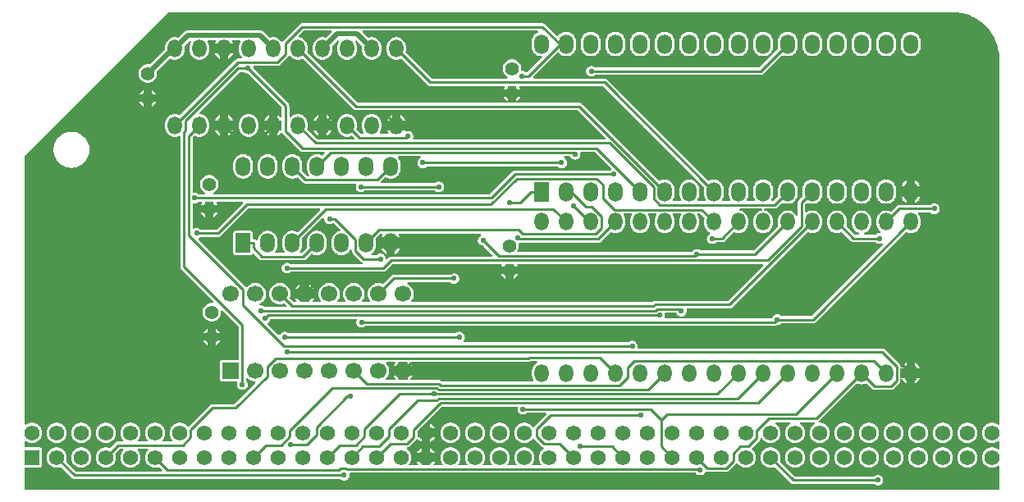
<source format=gtl>
G04 Layer: TopLayer*
G04 EasyEDA v6.5.40, 2024-07-03 13:40:39*
G04 c2fe2fc941da410b8db267e61518d843,7243cdaf381449fe92b9da44aa7c23a7,10*
G04 Gerber Generator version 0.2*
G04 Scale: 100 percent, Rotated: No, Reflected: No *
G04 Dimensions in millimeters *
G04 leading zeros omitted , absolute positions ,4 integer and 5 decimal *
%FSLAX45Y45*%
%MOMM*%

%ADD10C,0.2540*%
%ADD11C,0.5080*%
%ADD12R,1.5748X1.5748*%
%ADD13C,1.5748*%
%ADD14R,1.5000X2.0000*%
%ADD15O,1.499997X1.9999959999999999*%
%ADD16O,1.4619985999999998X1.8275046*%
%ADD17O,1.524X1.9999959999999999*%
%ADD18R,1.7000X1.7000*%
%ADD19C,1.7000*%
%ADD20C,1.3970*%
%ADD21C,0.5840*%
%ADD22C,0.6100*%
%ADD23C,0.0106*%

%LPD*%
G36*
X391668Y-5239512D02*
G01*
X387756Y-5238699D01*
X384454Y-5236514D01*
X382270Y-5233212D01*
X381508Y-5229352D01*
X381508Y-5017008D01*
X382270Y-5013096D01*
X384454Y-5009845D01*
X387756Y-5007610D01*
X391668Y-5006848D01*
X535381Y-5006848D01*
X541680Y-5006136D01*
X547166Y-5004206D01*
X552043Y-5001158D01*
X556158Y-4997043D01*
X559206Y-4992166D01*
X561136Y-4986680D01*
X561848Y-4980381D01*
X561848Y-4824018D01*
X561136Y-4817719D01*
X559206Y-4812233D01*
X556158Y-4807356D01*
X552043Y-4803241D01*
X547166Y-4800193D01*
X541680Y-4798263D01*
X535381Y-4797552D01*
X391668Y-4797552D01*
X387756Y-4796790D01*
X384454Y-4794554D01*
X382270Y-4791303D01*
X381508Y-4787392D01*
X381508Y-4742180D01*
X382422Y-4737912D01*
X385064Y-4734458D01*
X388874Y-4732375D01*
X393242Y-4732121D01*
X397306Y-4733747D01*
X404876Y-4738827D01*
X417169Y-4744872D01*
X430123Y-4749241D01*
X443534Y-4751933D01*
X457200Y-4752848D01*
X470865Y-4751933D01*
X484276Y-4749241D01*
X497230Y-4744872D01*
X509524Y-4738827D01*
X520903Y-4731207D01*
X531164Y-4722164D01*
X540207Y-4711903D01*
X547827Y-4700524D01*
X553872Y-4688230D01*
X558241Y-4675276D01*
X560933Y-4661865D01*
X561848Y-4648200D01*
X560933Y-4634534D01*
X558241Y-4621123D01*
X553872Y-4608169D01*
X547827Y-4595876D01*
X540207Y-4584496D01*
X531164Y-4574235D01*
X520903Y-4565192D01*
X509524Y-4557572D01*
X497230Y-4551527D01*
X484276Y-4547158D01*
X470865Y-4544466D01*
X457200Y-4543552D01*
X443534Y-4544466D01*
X430123Y-4547158D01*
X417169Y-4551527D01*
X404876Y-4557572D01*
X397306Y-4562652D01*
X393242Y-4564278D01*
X388874Y-4564024D01*
X385064Y-4561941D01*
X382422Y-4558487D01*
X381508Y-4554220D01*
X381508Y-1795475D01*
X382270Y-1791563D01*
X384454Y-1788261D01*
X1864461Y-308254D01*
X1867763Y-306070D01*
X1871675Y-305308D01*
X9948011Y-305308D01*
X9978339Y-306222D01*
X10007955Y-308965D01*
X10037318Y-313436D01*
X10066375Y-319684D01*
X10095026Y-327710D01*
X10123119Y-337413D01*
X10150551Y-348792D01*
X10177272Y-361848D01*
X10203180Y-376478D01*
X10228122Y-392633D01*
X10252049Y-410260D01*
X10274858Y-429259D01*
X10296499Y-449681D01*
X10316870Y-471322D01*
X10335869Y-494182D01*
X10353497Y-518109D01*
X10369600Y-543102D01*
X10384180Y-569010D01*
X10397185Y-595731D01*
X10408564Y-623214D01*
X10418216Y-651306D01*
X10426192Y-679958D01*
X10432389Y-709015D01*
X10436860Y-738378D01*
X10439552Y-767994D01*
X10440111Y-786688D01*
X10439095Y-792784D01*
X10438892Y-796188D01*
X10438892Y-4554220D01*
X10437977Y-4558436D01*
X10435336Y-4561941D01*
X10431475Y-4563973D01*
X10427157Y-4564227D01*
X10423093Y-4562652D01*
X10415524Y-4557572D01*
X10403230Y-4551527D01*
X10390276Y-4547158D01*
X10376865Y-4544466D01*
X10363200Y-4543552D01*
X10349534Y-4544466D01*
X10336123Y-4547158D01*
X10323169Y-4551527D01*
X10310876Y-4557572D01*
X10299496Y-4565192D01*
X10289235Y-4574235D01*
X10280192Y-4584496D01*
X10272572Y-4595876D01*
X10266527Y-4608169D01*
X10262158Y-4621123D01*
X10259466Y-4634534D01*
X10258552Y-4648200D01*
X10259466Y-4661865D01*
X10262158Y-4675276D01*
X10266527Y-4688230D01*
X10272572Y-4700524D01*
X10280192Y-4711903D01*
X10289235Y-4722164D01*
X10299496Y-4731207D01*
X10310876Y-4738827D01*
X10323169Y-4744872D01*
X10336123Y-4749241D01*
X10349534Y-4751933D01*
X10363200Y-4752848D01*
X10376865Y-4751933D01*
X10390276Y-4749241D01*
X10403230Y-4744872D01*
X10415524Y-4738827D01*
X10423093Y-4733747D01*
X10427157Y-4732172D01*
X10431475Y-4732426D01*
X10435336Y-4734458D01*
X10437977Y-4737963D01*
X10438892Y-4742180D01*
X10438892Y-4808220D01*
X10437977Y-4812436D01*
X10435336Y-4815941D01*
X10431475Y-4817973D01*
X10427157Y-4818227D01*
X10423093Y-4816652D01*
X10415524Y-4811572D01*
X10403230Y-4805527D01*
X10390276Y-4801158D01*
X10376865Y-4798466D01*
X10363200Y-4797552D01*
X10349534Y-4798466D01*
X10336123Y-4801158D01*
X10323169Y-4805527D01*
X10310876Y-4811572D01*
X10299496Y-4819192D01*
X10289235Y-4828235D01*
X10280192Y-4838496D01*
X10272572Y-4849876D01*
X10266527Y-4862169D01*
X10262158Y-4875123D01*
X10259466Y-4888534D01*
X10258552Y-4902200D01*
X10259466Y-4915865D01*
X10262158Y-4929276D01*
X10266527Y-4942230D01*
X10272572Y-4954524D01*
X10280192Y-4965903D01*
X10289235Y-4976164D01*
X10299496Y-4985207D01*
X10310876Y-4992827D01*
X10323169Y-4998872D01*
X10336123Y-5003241D01*
X10349534Y-5005933D01*
X10363200Y-5006848D01*
X10376865Y-5005933D01*
X10390276Y-5003241D01*
X10403230Y-4998872D01*
X10415524Y-4992827D01*
X10423093Y-4987747D01*
X10427157Y-4986172D01*
X10431475Y-4986426D01*
X10435336Y-4988458D01*
X10437977Y-4991963D01*
X10438892Y-4996180D01*
X10438892Y-5229352D01*
X10438130Y-5233212D01*
X10435894Y-5236514D01*
X10432643Y-5238699D01*
X10428732Y-5239512D01*
G37*

%LPC*%
G36*
X9185808Y-5191963D02*
G01*
X9195358Y-5191150D01*
X9204604Y-5188661D01*
X9213342Y-5184597D01*
X9221165Y-5179060D01*
X9227972Y-5172303D01*
X9233458Y-5164429D01*
X9237522Y-5155742D01*
X9240012Y-5146446D01*
X9240875Y-5136896D01*
X9240012Y-5127345D01*
X9237522Y-5118049D01*
X9233458Y-5109362D01*
X9227972Y-5101488D01*
X9221165Y-5094732D01*
X9213342Y-5089194D01*
X9204604Y-5085130D01*
X9195358Y-5082641D01*
X9185808Y-5081828D01*
X9176207Y-5082641D01*
X9166961Y-5085130D01*
X9158224Y-5089194D01*
X9146489Y-5097526D01*
X9142577Y-5098288D01*
X8332114Y-5098288D01*
X8328202Y-5097526D01*
X8324900Y-5095290D01*
X8177834Y-4948224D01*
X8175701Y-4945126D01*
X8174837Y-4941468D01*
X8175396Y-4937760D01*
X8178241Y-4929276D01*
X8180933Y-4915865D01*
X8181848Y-4902200D01*
X8180933Y-4888534D01*
X8178241Y-4875123D01*
X8173872Y-4862169D01*
X8167827Y-4849876D01*
X8160207Y-4838496D01*
X8151164Y-4828235D01*
X8140903Y-4819192D01*
X8129524Y-4811572D01*
X8117230Y-4805527D01*
X8104276Y-4801158D01*
X8090865Y-4798466D01*
X8077200Y-4797552D01*
X8063534Y-4798466D01*
X8050123Y-4801158D01*
X8037169Y-4805527D01*
X8024875Y-4811572D01*
X8013496Y-4819192D01*
X8003235Y-4828235D01*
X7994192Y-4838496D01*
X7986572Y-4849876D01*
X7980527Y-4862169D01*
X7976158Y-4875123D01*
X7973466Y-4888534D01*
X7972552Y-4902200D01*
X7973466Y-4915865D01*
X7976158Y-4929276D01*
X7980527Y-4942230D01*
X7986572Y-4954524D01*
X7994192Y-4965903D01*
X8003235Y-4976164D01*
X8013496Y-4985207D01*
X8024875Y-4992827D01*
X8037169Y-4998872D01*
X8050123Y-5003241D01*
X8063534Y-5005933D01*
X8077200Y-5006848D01*
X8090865Y-5005933D01*
X8104276Y-5003241D01*
X8112759Y-5000396D01*
X8116468Y-4999837D01*
X8120125Y-5000701D01*
X8123224Y-5002834D01*
X8284260Y-5163820D01*
X8290458Y-5168950D01*
X8297164Y-5172506D01*
X8304377Y-5174691D01*
X8312403Y-5175504D01*
X9142577Y-5175504D01*
X9146489Y-5176266D01*
X9158224Y-5184597D01*
X9166961Y-5188661D01*
X9176207Y-5191150D01*
G37*
G36*
X3678326Y-5139385D02*
G01*
X3687876Y-5138572D01*
X3697173Y-5136083D01*
X3705860Y-5132019D01*
X3713734Y-5126482D01*
X3720490Y-5119725D01*
X3726027Y-5111851D01*
X3730091Y-5103164D01*
X3732580Y-5093868D01*
X3733393Y-5084318D01*
X3732022Y-5070094D01*
X3733037Y-5066538D01*
X3735324Y-5063591D01*
X3738473Y-5061661D01*
X3742131Y-5061000D01*
X7300264Y-5061000D01*
X7303465Y-5061508D01*
X7306309Y-5062982D01*
X7308596Y-5065318D01*
X7310120Y-5067503D01*
X7316927Y-5074310D01*
X7324750Y-5079796D01*
X7333488Y-5083860D01*
X7342733Y-5086350D01*
X7352334Y-5087213D01*
X7361885Y-5086350D01*
X7371130Y-5083860D01*
X7379868Y-5079796D01*
X7387691Y-5074310D01*
X7394498Y-5067503D01*
X7399985Y-5059680D01*
X7401966Y-5055463D01*
X7404049Y-5052517D01*
X7406995Y-5050485D01*
X7410500Y-5049621D01*
X7414107Y-5050078D01*
X7419289Y-5051602D01*
X7427315Y-5052415D01*
X7618831Y-5052415D01*
X7626858Y-5051602D01*
X7634071Y-5049418D01*
X7640726Y-5045862D01*
X7646974Y-5040731D01*
X7723124Y-4964582D01*
X7726273Y-4961890D01*
X7729829Y-4960670D01*
X7733588Y-4960874D01*
X7737043Y-4962398D01*
X7749235Y-4976164D01*
X7759496Y-4985207D01*
X7770875Y-4992827D01*
X7783169Y-4998872D01*
X7796123Y-5003241D01*
X7809534Y-5005933D01*
X7823200Y-5006848D01*
X7836865Y-5005933D01*
X7850276Y-5003241D01*
X7863230Y-4998872D01*
X7875524Y-4992827D01*
X7886903Y-4985207D01*
X7897164Y-4976164D01*
X7906207Y-4965903D01*
X7913827Y-4954524D01*
X7919872Y-4942230D01*
X7924241Y-4929276D01*
X7926933Y-4915865D01*
X7927848Y-4902200D01*
X7926933Y-4888534D01*
X7924241Y-4875123D01*
X7919872Y-4862169D01*
X7913827Y-4849876D01*
X7906207Y-4838496D01*
X7897164Y-4828235D01*
X7889240Y-4821275D01*
X7886750Y-4817973D01*
X7885785Y-4813960D01*
X7886496Y-4809896D01*
X7888731Y-4806442D01*
X7961731Y-4733442D01*
X7966862Y-4727194D01*
X7970418Y-4720539D01*
X7973974Y-4708245D01*
X7976666Y-4705146D01*
X7980375Y-4703318D01*
X7984490Y-4703165D01*
X7988350Y-4704638D01*
X7991297Y-4707534D01*
X7994192Y-4711903D01*
X8003235Y-4722164D01*
X8013496Y-4731207D01*
X8024875Y-4738827D01*
X8037169Y-4744872D01*
X8050123Y-4749241D01*
X8063534Y-4751933D01*
X8077200Y-4752848D01*
X8090865Y-4751933D01*
X8104276Y-4749241D01*
X8117230Y-4744872D01*
X8129524Y-4738827D01*
X8140903Y-4731207D01*
X8151164Y-4722164D01*
X8160207Y-4711903D01*
X8167827Y-4700524D01*
X8173872Y-4688230D01*
X8178241Y-4675276D01*
X8180933Y-4661865D01*
X8181848Y-4648200D01*
X8180933Y-4634534D01*
X8178241Y-4621123D01*
X8173872Y-4608169D01*
X8167827Y-4595876D01*
X8160207Y-4584496D01*
X8151164Y-4574235D01*
X8140903Y-4565192D01*
X8128558Y-4557014D01*
X8125561Y-4553966D01*
X8124088Y-4549902D01*
X8124444Y-4545634D01*
X8126526Y-4541875D01*
X8129981Y-4539284D01*
X8134146Y-4538421D01*
X8274253Y-4538421D01*
X8278418Y-4539284D01*
X8281873Y-4541875D01*
X8283956Y-4545634D01*
X8284311Y-4549902D01*
X8282838Y-4553966D01*
X8279841Y-4557014D01*
X8267496Y-4565192D01*
X8257235Y-4574235D01*
X8248192Y-4584496D01*
X8240572Y-4595876D01*
X8234527Y-4608169D01*
X8230158Y-4621123D01*
X8227466Y-4634534D01*
X8226552Y-4648200D01*
X8227466Y-4661865D01*
X8230158Y-4675276D01*
X8234527Y-4688230D01*
X8240572Y-4700524D01*
X8248192Y-4711903D01*
X8257235Y-4722164D01*
X8267496Y-4731207D01*
X8278875Y-4738827D01*
X8291169Y-4744872D01*
X8304123Y-4749241D01*
X8317534Y-4751933D01*
X8331200Y-4752848D01*
X8344865Y-4751933D01*
X8358276Y-4749241D01*
X8371230Y-4744872D01*
X8383524Y-4738827D01*
X8394903Y-4731207D01*
X8405164Y-4722164D01*
X8414207Y-4711903D01*
X8421827Y-4700524D01*
X8427872Y-4688230D01*
X8432241Y-4675276D01*
X8434933Y-4661865D01*
X8435848Y-4648200D01*
X8434933Y-4634534D01*
X8432241Y-4621123D01*
X8427872Y-4608169D01*
X8421827Y-4595876D01*
X8414207Y-4584496D01*
X8405164Y-4574235D01*
X8394903Y-4565192D01*
X8382558Y-4557014D01*
X8379561Y-4553966D01*
X8378088Y-4549902D01*
X8378444Y-4545634D01*
X8380526Y-4541875D01*
X8383981Y-4539284D01*
X8388146Y-4538421D01*
X8528253Y-4538421D01*
X8532418Y-4539284D01*
X8535873Y-4541875D01*
X8537956Y-4545634D01*
X8538311Y-4549902D01*
X8536838Y-4553966D01*
X8533841Y-4557014D01*
X8521496Y-4565192D01*
X8511235Y-4574235D01*
X8502192Y-4584496D01*
X8494572Y-4595876D01*
X8488527Y-4608169D01*
X8484158Y-4621123D01*
X8481466Y-4634534D01*
X8480552Y-4648200D01*
X8481466Y-4661865D01*
X8484158Y-4675276D01*
X8488527Y-4688230D01*
X8494572Y-4700524D01*
X8502192Y-4711903D01*
X8511235Y-4722164D01*
X8521496Y-4731207D01*
X8532876Y-4738827D01*
X8545169Y-4744872D01*
X8558123Y-4749241D01*
X8571534Y-4751933D01*
X8585200Y-4752848D01*
X8598865Y-4751933D01*
X8612276Y-4749241D01*
X8625230Y-4744872D01*
X8637524Y-4738827D01*
X8648903Y-4731207D01*
X8659164Y-4722164D01*
X8668207Y-4711903D01*
X8675827Y-4700524D01*
X8681872Y-4688230D01*
X8686241Y-4675276D01*
X8688933Y-4661865D01*
X8689848Y-4648200D01*
X8688933Y-4634534D01*
X8686241Y-4621123D01*
X8681872Y-4608169D01*
X8675827Y-4595876D01*
X8668207Y-4584496D01*
X8659164Y-4574235D01*
X8648903Y-4565192D01*
X8637524Y-4557572D01*
X8625230Y-4551527D01*
X8612276Y-4547158D01*
X8598865Y-4544466D01*
X8580323Y-4543094D01*
X8576868Y-4540961D01*
X8574481Y-4537659D01*
X8573566Y-4533696D01*
X8574278Y-4529683D01*
X8576513Y-4526280D01*
X8962440Y-4140403D01*
X8965946Y-4138117D01*
X8970060Y-4137406D01*
X8974124Y-4138472D01*
X8979103Y-4140911D01*
X8991396Y-4145076D01*
X9004096Y-4147616D01*
X9017000Y-4148480D01*
X9029903Y-4147616D01*
X9042603Y-4145076D01*
X9054896Y-4140911D01*
X9059926Y-4138422D01*
X9063939Y-4137406D01*
X9068104Y-4138066D01*
X9071610Y-4140352D01*
X9124746Y-4193489D01*
X9130944Y-4198620D01*
X9137650Y-4202176D01*
X9144863Y-4204360D01*
X9152890Y-4205173D01*
X9321292Y-4205173D01*
X9329318Y-4204360D01*
X9336532Y-4202176D01*
X9343237Y-4198620D01*
X9349435Y-4193489D01*
X9406128Y-4136796D01*
X9411258Y-4130598D01*
X9414814Y-4123893D01*
X9416999Y-4116679D01*
X9417812Y-4108653D01*
X9417812Y-4099001D01*
X9418828Y-4094632D01*
X9421622Y-4091076D01*
X9425686Y-4089146D01*
X9430156Y-4089095D01*
X9434220Y-4091025D01*
X9437065Y-4094530D01*
X9439249Y-4098950D01*
X9446463Y-4109720D01*
X9454997Y-4119473D01*
X9464751Y-4128008D01*
X9475520Y-4135221D01*
X9482074Y-4138472D01*
X9482074Y-4083253D01*
X9427972Y-4083253D01*
X9424060Y-4082440D01*
X9420809Y-4080256D01*
X9418574Y-4076954D01*
X9417812Y-4073093D01*
X9417812Y-3989324D01*
X9418574Y-3985412D01*
X9420809Y-3982161D01*
X9424060Y-3979926D01*
X9427972Y-3979164D01*
X9482074Y-3979164D01*
X9482074Y-3923944D01*
X9475520Y-3927195D01*
X9464751Y-3934409D01*
X9454997Y-3942943D01*
X9446463Y-3952646D01*
X9439198Y-3963517D01*
X9436963Y-3967784D01*
X9434220Y-3971086D01*
X9430308Y-3972966D01*
X9426041Y-3973017D01*
X9422079Y-3971340D01*
X9419183Y-3968140D01*
X9417862Y-3964076D01*
X9416999Y-3955542D01*
X9414814Y-3948328D01*
X9411258Y-3941622D01*
X9406128Y-3935425D01*
X9258655Y-3787901D01*
X9252407Y-3782771D01*
X9245752Y-3779215D01*
X9238538Y-3777030D01*
X9230512Y-3776268D01*
X6714134Y-3776268D01*
X6710527Y-3775557D01*
X6707327Y-3773627D01*
X6705092Y-3770680D01*
X6704025Y-3767124D01*
X6704736Y-3762044D01*
X6705549Y-3752494D01*
X6704736Y-3742893D01*
X6702247Y-3733647D01*
X6698183Y-3724910D01*
X6692646Y-3717086D01*
X6685889Y-3710279D01*
X6678015Y-3704793D01*
X6669328Y-3700729D01*
X6660032Y-3698240D01*
X6650481Y-3697376D01*
X6640931Y-3698240D01*
X6631635Y-3700729D01*
X6622948Y-3704793D01*
X6611162Y-3713073D01*
X6607302Y-3713886D01*
X4916170Y-3713886D01*
X4912309Y-3713073D01*
X4909007Y-3710889D01*
X4906772Y-3707587D01*
X4906010Y-3703726D01*
X4906772Y-3699814D01*
X4909007Y-3696512D01*
X4910429Y-3695090D01*
X4915916Y-3687216D01*
X4919980Y-3678529D01*
X4922469Y-3669233D01*
X4923332Y-3659682D01*
X4922469Y-3650132D01*
X4919980Y-3640836D01*
X4915916Y-3632149D01*
X4910429Y-3624275D01*
X4903622Y-3617518D01*
X4895799Y-3611981D01*
X4887061Y-3607917D01*
X4877816Y-3605428D01*
X4868265Y-3604615D01*
X4858664Y-3605428D01*
X4849418Y-3607917D01*
X4840681Y-3611981D01*
X4828946Y-3620312D01*
X4825034Y-3621074D01*
X3106216Y-3621074D01*
X3102305Y-3620312D01*
X3090570Y-3611981D01*
X3081832Y-3607917D01*
X3072587Y-3605428D01*
X3063036Y-3604615D01*
X3053435Y-3605428D01*
X3044190Y-3607917D01*
X3035452Y-3611981D01*
X3027629Y-3617518D01*
X3020822Y-3624275D01*
X3015335Y-3632149D01*
X3014116Y-3634740D01*
X3011830Y-3637838D01*
X3008528Y-3639921D01*
X3004718Y-3640582D01*
X3000959Y-3639769D01*
X2997708Y-3637635D01*
X2889402Y-3529279D01*
X2887014Y-3525570D01*
X2886456Y-3521201D01*
X2887776Y-3517036D01*
X2890774Y-3513785D01*
X2896311Y-3509873D01*
X2903118Y-3503066D01*
X2908604Y-3495243D01*
X2912668Y-3486505D01*
X2914446Y-3479901D01*
X2916478Y-3475990D01*
X2919984Y-3473297D01*
X2924251Y-3472383D01*
X3796792Y-3472383D01*
X3800754Y-3473145D01*
X3804107Y-3475482D01*
X3806291Y-3478885D01*
X3806951Y-3482848D01*
X3803345Y-3496462D01*
X3802481Y-3506063D01*
X3803345Y-3515614D01*
X3805834Y-3524859D01*
X3809898Y-3533597D01*
X3815384Y-3541420D01*
X3822192Y-3548227D01*
X3830015Y-3553714D01*
X3838752Y-3557778D01*
X3847998Y-3560267D01*
X3857599Y-3561130D01*
X3867150Y-3560267D01*
X3876395Y-3557778D01*
X3885133Y-3553714D01*
X3896868Y-3545433D01*
X3900779Y-3544671D01*
X8120481Y-3544671D01*
X8128508Y-3543858D01*
X8135721Y-3541674D01*
X8142376Y-3538118D01*
X8146389Y-3535375D01*
X8149336Y-3534664D01*
X8156752Y-3534054D01*
X8166049Y-3531565D01*
X8174736Y-3527501D01*
X8186521Y-3519170D01*
X8190382Y-3518408D01*
X8515908Y-3518408D01*
X8523935Y-3517595D01*
X8531148Y-3515410D01*
X8537854Y-3511854D01*
X8544052Y-3506724D01*
X9470440Y-2580386D01*
X9473946Y-2578100D01*
X9478060Y-2577439D01*
X9482124Y-2578455D01*
X9487103Y-2580944D01*
X9499396Y-2585110D01*
X9512096Y-2587599D01*
X9525000Y-2588463D01*
X9537903Y-2587599D01*
X9550603Y-2585110D01*
X9562896Y-2580944D01*
X9574479Y-2575204D01*
X9585248Y-2567990D01*
X9595002Y-2559456D01*
X9603536Y-2549753D01*
X9610699Y-2538984D01*
X9616440Y-2527350D01*
X9620605Y-2515108D01*
X9623145Y-2502408D01*
X9624009Y-2489149D01*
X9624009Y-2453233D01*
X9623145Y-2440025D01*
X9620605Y-2427325D01*
X9616440Y-2415032D01*
X9610699Y-2403449D01*
X9603536Y-2392680D01*
X9602317Y-2391308D01*
X9600387Y-2387955D01*
X9599828Y-2384145D01*
X9600692Y-2380386D01*
X9602927Y-2377287D01*
X9606178Y-2375154D01*
X9609988Y-2374442D01*
X9723780Y-2374442D01*
X9727641Y-2375204D01*
X9739426Y-2383536D01*
X9748113Y-2387600D01*
X9757410Y-2390089D01*
X9766960Y-2390902D01*
X9776510Y-2390089D01*
X9785807Y-2387600D01*
X9794494Y-2383536D01*
X9802368Y-2377998D01*
X9809124Y-2371242D01*
X9814661Y-2363368D01*
X9818725Y-2354681D01*
X9821214Y-2345385D01*
X9822027Y-2335834D01*
X9821214Y-2326284D01*
X9818725Y-2316988D01*
X9814661Y-2308301D01*
X9809124Y-2300427D01*
X9802368Y-2293670D01*
X9794494Y-2288133D01*
X9785807Y-2284069D01*
X9776510Y-2281580D01*
X9766960Y-2280767D01*
X9757410Y-2281580D01*
X9748113Y-2284069D01*
X9739426Y-2288133D01*
X9727641Y-2296464D01*
X9723780Y-2297226D01*
X9566351Y-2297226D01*
X9562846Y-2296515D01*
X9559290Y-2297226D01*
X9490710Y-2297226D01*
X9487154Y-2296515D01*
X9483648Y-2297226D01*
X9406890Y-2297226D01*
X9398863Y-2298039D01*
X9391650Y-2300224D01*
X9384944Y-2303780D01*
X9378746Y-2308910D01*
X9325610Y-2362047D01*
X9322104Y-2364333D01*
X9317939Y-2364994D01*
X9313926Y-2363978D01*
X9308896Y-2361488D01*
X9296603Y-2357323D01*
X9283903Y-2354783D01*
X9271000Y-2353919D01*
X9258096Y-2354783D01*
X9245396Y-2357323D01*
X9233103Y-2361488D01*
X9221520Y-2367178D01*
X9210751Y-2374392D01*
X9200997Y-2382926D01*
X9192463Y-2392680D01*
X9185249Y-2403449D01*
X9179560Y-2415032D01*
X9175394Y-2427325D01*
X9172854Y-2440025D01*
X9171990Y-2453233D01*
X9171990Y-2489149D01*
X9172854Y-2502408D01*
X9175394Y-2515108D01*
X9179560Y-2527350D01*
X9185249Y-2538984D01*
X9192463Y-2549753D01*
X9200997Y-2559456D01*
X9210751Y-2568041D01*
X9213850Y-2571242D01*
X9215221Y-2575458D01*
X9214713Y-2579827D01*
X9212376Y-2583586D01*
X9208617Y-2586024D01*
X9204248Y-2586583D01*
X9199168Y-2586126D01*
X9189567Y-2586990D01*
X9180322Y-2589479D01*
X9171584Y-2593543D01*
X9159849Y-2601823D01*
X9155938Y-2602636D01*
X9052560Y-2602636D01*
X9048546Y-2601823D01*
X9045244Y-2599486D01*
X9043060Y-2596083D01*
X9042400Y-2592070D01*
X9043365Y-2588107D01*
X9045752Y-2584856D01*
X9049258Y-2582824D01*
X9054896Y-2580944D01*
X9066479Y-2575204D01*
X9077248Y-2567990D01*
X9087002Y-2559456D01*
X9095536Y-2549753D01*
X9102699Y-2538984D01*
X9108440Y-2527350D01*
X9112605Y-2515108D01*
X9115145Y-2502408D01*
X9116009Y-2489149D01*
X9116009Y-2453233D01*
X9115145Y-2440025D01*
X9112605Y-2427325D01*
X9108440Y-2415032D01*
X9102699Y-2403449D01*
X9095536Y-2392680D01*
X9087002Y-2382926D01*
X9077248Y-2374392D01*
X9066479Y-2367178D01*
X9054896Y-2361488D01*
X9042603Y-2357323D01*
X9029903Y-2354783D01*
X9017000Y-2353919D01*
X9004096Y-2354783D01*
X8991396Y-2357323D01*
X8979103Y-2361488D01*
X8967520Y-2367178D01*
X8956751Y-2374392D01*
X8946997Y-2382926D01*
X8938463Y-2392680D01*
X8931249Y-2403449D01*
X8925560Y-2415032D01*
X8921394Y-2427325D01*
X8918854Y-2440025D01*
X8917990Y-2453233D01*
X8917990Y-2489149D01*
X8918854Y-2502408D01*
X8921394Y-2515108D01*
X8925560Y-2527350D01*
X8931249Y-2538984D01*
X8938463Y-2549753D01*
X8946997Y-2559456D01*
X8956751Y-2567990D01*
X8967520Y-2575204D01*
X8979103Y-2580944D01*
X8984742Y-2582824D01*
X8988247Y-2584856D01*
X8990634Y-2588107D01*
X8991600Y-2592070D01*
X8990939Y-2596083D01*
X8988755Y-2599486D01*
X8985453Y-2601823D01*
X8981440Y-2602636D01*
X8953246Y-2602636D01*
X8949385Y-2601823D01*
X8946083Y-2599639D01*
X8862923Y-2516479D01*
X8860993Y-2513787D01*
X8860028Y-2510637D01*
X8860129Y-2507335D01*
X8861145Y-2502408D01*
X8862009Y-2489149D01*
X8862009Y-2453233D01*
X8861145Y-2440025D01*
X8858605Y-2427325D01*
X8854440Y-2415032D01*
X8848699Y-2403449D01*
X8841536Y-2392680D01*
X8833002Y-2382926D01*
X8823248Y-2374392D01*
X8812479Y-2367178D01*
X8800896Y-2361488D01*
X8788603Y-2357323D01*
X8775903Y-2354783D01*
X8763000Y-2353919D01*
X8750096Y-2354783D01*
X8737396Y-2357323D01*
X8725103Y-2361488D01*
X8713520Y-2367178D01*
X8702751Y-2374392D01*
X8692997Y-2382926D01*
X8684463Y-2392680D01*
X8677249Y-2403449D01*
X8671560Y-2415032D01*
X8667394Y-2427325D01*
X8664854Y-2440025D01*
X8663990Y-2453233D01*
X8663990Y-2489149D01*
X8664854Y-2502408D01*
X8667394Y-2515108D01*
X8671560Y-2527350D01*
X8677249Y-2538984D01*
X8684463Y-2549753D01*
X8692997Y-2559456D01*
X8702751Y-2567990D01*
X8713520Y-2575204D01*
X8725103Y-2580944D01*
X8737396Y-2585110D01*
X8750096Y-2587599D01*
X8763000Y-2588463D01*
X8775903Y-2587599D01*
X8788603Y-2585110D01*
X8800896Y-2580944D01*
X8805926Y-2578455D01*
X8809990Y-2577388D01*
X8814104Y-2578100D01*
X8817610Y-2580386D01*
X8905392Y-2668168D01*
X8911640Y-2673299D01*
X8918295Y-2676855D01*
X8925509Y-2679039D01*
X8933535Y-2679852D01*
X9155938Y-2679852D01*
X9159849Y-2680614D01*
X9171584Y-2688894D01*
X9180322Y-2692958D01*
X9189567Y-2695448D01*
X9199168Y-2696311D01*
X9208719Y-2695448D01*
X9217964Y-2692958D01*
X9223248Y-2690520D01*
X9227159Y-2689555D01*
X9231122Y-2690215D01*
X9234525Y-2692349D01*
X9236811Y-2695651D01*
X9237675Y-2699613D01*
X9236913Y-2703576D01*
X9234728Y-2706928D01*
X8503412Y-3438194D01*
X8500110Y-3440429D01*
X8496198Y-3441192D01*
X8190382Y-3441192D01*
X8186521Y-3440429D01*
X8174736Y-3432098D01*
X8166049Y-3428034D01*
X8156752Y-3425545D01*
X8147202Y-3424732D01*
X8137652Y-3425545D01*
X8128355Y-3428034D01*
X8119668Y-3432098D01*
X8111794Y-3437636D01*
X8105038Y-3444392D01*
X8099501Y-3452266D01*
X8095183Y-3461562D01*
X8092948Y-3464661D01*
X8089696Y-3466693D01*
X8085988Y-3467455D01*
X7159853Y-3467455D01*
X7157364Y-3466896D01*
X7154824Y-3467455D01*
X6991807Y-3467455D01*
X6987844Y-3466642D01*
X6984492Y-3464306D01*
X6982358Y-3460902D01*
X6981647Y-3456940D01*
X6985304Y-3443325D01*
X6986117Y-3433775D01*
X6985304Y-3424174D01*
X6984695Y-3419398D01*
X6985762Y-3415842D01*
X6987997Y-3412896D01*
X6991146Y-3410965D01*
X6994804Y-3410305D01*
X7098792Y-3410305D01*
X7102500Y-3411016D01*
X7105751Y-3413099D01*
X7107986Y-3416147D01*
X7109663Y-3419754D01*
X7115149Y-3427628D01*
X7121956Y-3434384D01*
X7129780Y-3439922D01*
X7138517Y-3443986D01*
X7147763Y-3446475D01*
X7155738Y-3447135D01*
X7157364Y-3447643D01*
X7158939Y-3447135D01*
X7166914Y-3446475D01*
X7176160Y-3443986D01*
X7184898Y-3439922D01*
X7192721Y-3434384D01*
X7199528Y-3427628D01*
X7205014Y-3419754D01*
X7209078Y-3411067D01*
X7211568Y-3401771D01*
X7212431Y-3392220D01*
X7211568Y-3382670D01*
X7210196Y-3377539D01*
X7209891Y-3373882D01*
X7210958Y-3370326D01*
X7213244Y-3367379D01*
X7216394Y-3365449D01*
X7220000Y-3364788D01*
X7653578Y-3364788D01*
X7661605Y-3363976D01*
X7668818Y-3361791D01*
X7675473Y-3358235D01*
X7681722Y-3353104D01*
X8454440Y-2580386D01*
X8457946Y-2578100D01*
X8462060Y-2577439D01*
X8466124Y-2578455D01*
X8471103Y-2580944D01*
X8483396Y-2585110D01*
X8496096Y-2587599D01*
X8509000Y-2588463D01*
X8521903Y-2587599D01*
X8534603Y-2585110D01*
X8546896Y-2580944D01*
X8558479Y-2575204D01*
X8569248Y-2567990D01*
X8579002Y-2559456D01*
X8587536Y-2549753D01*
X8594699Y-2538984D01*
X8600440Y-2527350D01*
X8604605Y-2515108D01*
X8607145Y-2502408D01*
X8608009Y-2489149D01*
X8608009Y-2453233D01*
X8607145Y-2440025D01*
X8604605Y-2427325D01*
X8600440Y-2415032D01*
X8594699Y-2403449D01*
X8587536Y-2392680D01*
X8579002Y-2382926D01*
X8569248Y-2374392D01*
X8558479Y-2367178D01*
X8546896Y-2361488D01*
X8534603Y-2357323D01*
X8521903Y-2354783D01*
X8509000Y-2353919D01*
X8496096Y-2354783D01*
X8483396Y-2357323D01*
X8471103Y-2361488D01*
X8459520Y-2367178D01*
X8452561Y-2371852D01*
X8448497Y-2373426D01*
X8444128Y-2373172D01*
X8440318Y-2371140D01*
X8437676Y-2367635D01*
X8436762Y-2363419D01*
X8436762Y-2290114D01*
X8437524Y-2286203D01*
X8439708Y-2282901D01*
X8448446Y-2274214D01*
X8451951Y-2271928D01*
X8456066Y-2271217D01*
X8460130Y-2272284D01*
X8469934Y-2277110D01*
X8482584Y-2281428D01*
X8495690Y-2284018D01*
X8509000Y-2284882D01*
X8522309Y-2284018D01*
X8535416Y-2281428D01*
X8548065Y-2277110D01*
X8560054Y-2271217D01*
X8571128Y-2263800D01*
X8581186Y-2254961D01*
X8589975Y-2244953D01*
X8597392Y-2233828D01*
X8603335Y-2221890D01*
X8607602Y-2209241D01*
X8610193Y-2196134D01*
X8611108Y-2182469D01*
X8611108Y-2135530D01*
X8610193Y-2121865D01*
X8607602Y-2108758D01*
X8603335Y-2096109D01*
X8597392Y-2084171D01*
X8589975Y-2073046D01*
X8581186Y-2063038D01*
X8571128Y-2054199D01*
X8560054Y-2046782D01*
X8548065Y-2040889D01*
X8535416Y-2036572D01*
X8522309Y-2033981D01*
X8509000Y-2033117D01*
X8495690Y-2033981D01*
X8482584Y-2036572D01*
X8469934Y-2040889D01*
X8457946Y-2046782D01*
X8446871Y-2054199D01*
X8436813Y-2063038D01*
X8428024Y-2073046D01*
X8420608Y-2084171D01*
X8414664Y-2096109D01*
X8410397Y-2108758D01*
X8407806Y-2121865D01*
X8406892Y-2135530D01*
X8406892Y-2182469D01*
X8407806Y-2196134D01*
X8408314Y-2198725D01*
X8408416Y-2202027D01*
X8407450Y-2205228D01*
X8405520Y-2207920D01*
X8371179Y-2242261D01*
X8366048Y-2248458D01*
X8362492Y-2255164D01*
X8360308Y-2262378D01*
X8359546Y-2270404D01*
X8359546Y-2398064D01*
X8358631Y-2402281D01*
X8356041Y-2405684D01*
X8352332Y-2407818D01*
X8348014Y-2408123D01*
X8344001Y-2406700D01*
X8340902Y-2403703D01*
X8333536Y-2392680D01*
X8325002Y-2382926D01*
X8315248Y-2374392D01*
X8304479Y-2367178D01*
X8292896Y-2361488D01*
X8280603Y-2357323D01*
X8267903Y-2354783D01*
X8255000Y-2353919D01*
X8242096Y-2354783D01*
X8229396Y-2357323D01*
X8217103Y-2361488D01*
X8205520Y-2367178D01*
X8194751Y-2374392D01*
X8184997Y-2382926D01*
X8176463Y-2392680D01*
X8169300Y-2403449D01*
X8163559Y-2415032D01*
X8159394Y-2427325D01*
X8156854Y-2440025D01*
X8155990Y-2453233D01*
X8155990Y-2489149D01*
X8156854Y-2502408D01*
X8157870Y-2507386D01*
X8157972Y-2510688D01*
X8157006Y-2513838D01*
X8155076Y-2516530D01*
X7907121Y-2764485D01*
X7903819Y-2766720D01*
X7899908Y-2767482D01*
X7360716Y-2767482D01*
X7356856Y-2766720D01*
X7345070Y-2758389D01*
X7336383Y-2754325D01*
X7327087Y-2751836D01*
X7317536Y-2751023D01*
X7307986Y-2751836D01*
X7298690Y-2754325D01*
X7290003Y-2758389D01*
X7282129Y-2763926D01*
X7275372Y-2770682D01*
X7269225Y-2779572D01*
X7266940Y-2781909D01*
X7264044Y-2783433D01*
X7260844Y-2783992D01*
X5474411Y-2783992D01*
X5470245Y-2783078D01*
X5466791Y-2780538D01*
X5464708Y-2776829D01*
X5464352Y-2772562D01*
X5465724Y-2768549D01*
X5469788Y-2761843D01*
X5475020Y-2749854D01*
X5478526Y-2737256D01*
X5480304Y-2724353D01*
X5480304Y-2711246D01*
X5478576Y-2698800D01*
X5478780Y-2695143D01*
X5480202Y-2691790D01*
X5482742Y-2689148D01*
X5486044Y-2687574D01*
X5491734Y-2686456D01*
X6299911Y-2686456D01*
X6307937Y-2685643D01*
X6315151Y-2683459D01*
X6321806Y-2679903D01*
X6328054Y-2674772D01*
X6422440Y-2580386D01*
X6425946Y-2578100D01*
X6430060Y-2577439D01*
X6434124Y-2578455D01*
X6439103Y-2580944D01*
X6451396Y-2585110D01*
X6464096Y-2587599D01*
X6477000Y-2588463D01*
X6489903Y-2587599D01*
X6502603Y-2585110D01*
X6514896Y-2580944D01*
X6526479Y-2575204D01*
X6537248Y-2567990D01*
X6547002Y-2559456D01*
X6555536Y-2549753D01*
X6562750Y-2538984D01*
X6568440Y-2527350D01*
X6572605Y-2515108D01*
X6575145Y-2502408D01*
X6576009Y-2489149D01*
X6576009Y-2453233D01*
X6575145Y-2440025D01*
X6572605Y-2427325D01*
X6568440Y-2415032D01*
X6562750Y-2403449D01*
X6561378Y-2401417D01*
X6559803Y-2397353D01*
X6560058Y-2392984D01*
X6562090Y-2389174D01*
X6565544Y-2386533D01*
X6569811Y-2385618D01*
X6638188Y-2385618D01*
X6642455Y-2386533D01*
X6645909Y-2389174D01*
X6647992Y-2392984D01*
X6648246Y-2397353D01*
X6646621Y-2401417D01*
X6645300Y-2403449D01*
X6639559Y-2415032D01*
X6635394Y-2427325D01*
X6632854Y-2440025D01*
X6631990Y-2453233D01*
X6631990Y-2489149D01*
X6632854Y-2502408D01*
X6635394Y-2515108D01*
X6639559Y-2527350D01*
X6645300Y-2538984D01*
X6652463Y-2549753D01*
X6660997Y-2559456D01*
X6670751Y-2567990D01*
X6681520Y-2575204D01*
X6693103Y-2580944D01*
X6705396Y-2585110D01*
X6718096Y-2587599D01*
X6731000Y-2588463D01*
X6743903Y-2587599D01*
X6756603Y-2585110D01*
X6768896Y-2580944D01*
X6780479Y-2575204D01*
X6791248Y-2567990D01*
X6801002Y-2559456D01*
X6809536Y-2549753D01*
X6816750Y-2538984D01*
X6822440Y-2527350D01*
X6826605Y-2515108D01*
X6829145Y-2502408D01*
X6830009Y-2489149D01*
X6830009Y-2453233D01*
X6829145Y-2440025D01*
X6826605Y-2427325D01*
X6822440Y-2415032D01*
X6816750Y-2403449D01*
X6815378Y-2401417D01*
X6813803Y-2397353D01*
X6814058Y-2392984D01*
X6816090Y-2389174D01*
X6819544Y-2386533D01*
X6823811Y-2385618D01*
X6892188Y-2385618D01*
X6896455Y-2386533D01*
X6899909Y-2389174D01*
X6901992Y-2392984D01*
X6902246Y-2397353D01*
X6900621Y-2401417D01*
X6899300Y-2403449D01*
X6893559Y-2415032D01*
X6889394Y-2427325D01*
X6886854Y-2440025D01*
X6885990Y-2453233D01*
X6885990Y-2489149D01*
X6886854Y-2502408D01*
X6889394Y-2515108D01*
X6893559Y-2527350D01*
X6899300Y-2538984D01*
X6906463Y-2549753D01*
X6914997Y-2559456D01*
X6924751Y-2567990D01*
X6935520Y-2575204D01*
X6947103Y-2580944D01*
X6959396Y-2585110D01*
X6972096Y-2587599D01*
X6985000Y-2588463D01*
X6997903Y-2587599D01*
X7010603Y-2585110D01*
X7022896Y-2580944D01*
X7034479Y-2575204D01*
X7045248Y-2567990D01*
X7055002Y-2559456D01*
X7063536Y-2549753D01*
X7070750Y-2538984D01*
X7076440Y-2527350D01*
X7080605Y-2515108D01*
X7083145Y-2502408D01*
X7084009Y-2489149D01*
X7084009Y-2453233D01*
X7083145Y-2440025D01*
X7080605Y-2427325D01*
X7076440Y-2415032D01*
X7070750Y-2403449D01*
X7069378Y-2401417D01*
X7067803Y-2397353D01*
X7068058Y-2392984D01*
X7070090Y-2389174D01*
X7073544Y-2386533D01*
X7077811Y-2385618D01*
X7146188Y-2385618D01*
X7150455Y-2386533D01*
X7153909Y-2389174D01*
X7155942Y-2392984D01*
X7156246Y-2397353D01*
X7154621Y-2401417D01*
X7153300Y-2403449D01*
X7147559Y-2415032D01*
X7143394Y-2427325D01*
X7140854Y-2440025D01*
X7139990Y-2453233D01*
X7139990Y-2489149D01*
X7140854Y-2502408D01*
X7143394Y-2515108D01*
X7147559Y-2527350D01*
X7153300Y-2538984D01*
X7160463Y-2549753D01*
X7168997Y-2559456D01*
X7178751Y-2567990D01*
X7189520Y-2575204D01*
X7201103Y-2580944D01*
X7213396Y-2585110D01*
X7226096Y-2587599D01*
X7239000Y-2588463D01*
X7251903Y-2587599D01*
X7264603Y-2585110D01*
X7276896Y-2580944D01*
X7288479Y-2575204D01*
X7299248Y-2567990D01*
X7309002Y-2559456D01*
X7317536Y-2549753D01*
X7324699Y-2538984D01*
X7330440Y-2527350D01*
X7334605Y-2515108D01*
X7337145Y-2502408D01*
X7338009Y-2489149D01*
X7338009Y-2453233D01*
X7337145Y-2440025D01*
X7334605Y-2427325D01*
X7330440Y-2415032D01*
X7324699Y-2403449D01*
X7323378Y-2401417D01*
X7321753Y-2397353D01*
X7322058Y-2392984D01*
X7324090Y-2389174D01*
X7327544Y-2386533D01*
X7331811Y-2385618D01*
X7348626Y-2385618D01*
X7352487Y-2386380D01*
X7355789Y-2388565D01*
X7393076Y-2425852D01*
X7395006Y-2428544D01*
X7395972Y-2431694D01*
X7395870Y-2434996D01*
X7394854Y-2440025D01*
X7393990Y-2453233D01*
X7393990Y-2489149D01*
X7394854Y-2502408D01*
X7397394Y-2515108D01*
X7401559Y-2527350D01*
X7407300Y-2538984D01*
X7414463Y-2549753D01*
X7422997Y-2559456D01*
X7432751Y-2567990D01*
X7443520Y-2575204D01*
X7449007Y-2577896D01*
X7452055Y-2580182D01*
X7454036Y-2583434D01*
X7454696Y-2587142D01*
X7453934Y-2590850D01*
X7451902Y-2594051D01*
X7440015Y-2602179D01*
X7433208Y-2608986D01*
X7427722Y-2616809D01*
X7423658Y-2625547D01*
X7421168Y-2634792D01*
X7420305Y-2644394D01*
X7421168Y-2653944D01*
X7423658Y-2663190D01*
X7427722Y-2671927D01*
X7433208Y-2679750D01*
X7440015Y-2686558D01*
X7447838Y-2692044D01*
X7456576Y-2696108D01*
X7465822Y-2698597D01*
X7475423Y-2699461D01*
X7484973Y-2698597D01*
X7494219Y-2696108D01*
X7502956Y-2692044D01*
X7514691Y-2683764D01*
X7518603Y-2683002D01*
X7573365Y-2683002D01*
X7581392Y-2682189D01*
X7588605Y-2680004D01*
X7595260Y-2676448D01*
X7601508Y-2671318D01*
X7692440Y-2580386D01*
X7695946Y-2578100D01*
X7700060Y-2577439D01*
X7704124Y-2578455D01*
X7709103Y-2580944D01*
X7721396Y-2585110D01*
X7734096Y-2587599D01*
X7747000Y-2588463D01*
X7759903Y-2587599D01*
X7772603Y-2585110D01*
X7784896Y-2580944D01*
X7796479Y-2575204D01*
X7807248Y-2567990D01*
X7817002Y-2559456D01*
X7825536Y-2549753D01*
X7832699Y-2538984D01*
X7838440Y-2527350D01*
X7842605Y-2515108D01*
X7845145Y-2502408D01*
X7846009Y-2489149D01*
X7846009Y-2453233D01*
X7845145Y-2440025D01*
X7842605Y-2427325D01*
X7838440Y-2415032D01*
X7832699Y-2403449D01*
X7825536Y-2392680D01*
X7817002Y-2382926D01*
X7807248Y-2374392D01*
X7796479Y-2367178D01*
X7784896Y-2361488D01*
X7772603Y-2357323D01*
X7762900Y-2355392D01*
X7758988Y-2353716D01*
X7756093Y-2350566D01*
X7754772Y-2346553D01*
X7755178Y-2342337D01*
X7757261Y-2338628D01*
X7760716Y-2336139D01*
X7764881Y-2335276D01*
X7983118Y-2335276D01*
X7987284Y-2336139D01*
X7990738Y-2338628D01*
X7992821Y-2342337D01*
X7993227Y-2346553D01*
X7991906Y-2350566D01*
X7989011Y-2353716D01*
X7985099Y-2355392D01*
X7975396Y-2357323D01*
X7963103Y-2361488D01*
X7951520Y-2367178D01*
X7940751Y-2374392D01*
X7930997Y-2382926D01*
X7922463Y-2392680D01*
X7915300Y-2403449D01*
X7909559Y-2415032D01*
X7905394Y-2427325D01*
X7902854Y-2440025D01*
X7901990Y-2453233D01*
X7901990Y-2489149D01*
X7902854Y-2502408D01*
X7905394Y-2515108D01*
X7909559Y-2527350D01*
X7915300Y-2538984D01*
X7922463Y-2549753D01*
X7930997Y-2559456D01*
X7940751Y-2567990D01*
X7951520Y-2575204D01*
X7963103Y-2580944D01*
X7975396Y-2585110D01*
X7988096Y-2587599D01*
X8001000Y-2588463D01*
X8013903Y-2587599D01*
X8026603Y-2585110D01*
X8038896Y-2580944D01*
X8050479Y-2575204D01*
X8061248Y-2567990D01*
X8071002Y-2559456D01*
X8079536Y-2549753D01*
X8086699Y-2538984D01*
X8092440Y-2527350D01*
X8096605Y-2515108D01*
X8099145Y-2502408D01*
X8100009Y-2489149D01*
X8100009Y-2453233D01*
X8099145Y-2440025D01*
X8096605Y-2427325D01*
X8092440Y-2415032D01*
X8086699Y-2403449D01*
X8079536Y-2392680D01*
X8071002Y-2382926D01*
X8061248Y-2374392D01*
X8050479Y-2367178D01*
X8038896Y-2361488D01*
X8026603Y-2357323D01*
X8016900Y-2355392D01*
X8012988Y-2353716D01*
X8010093Y-2350566D01*
X8008772Y-2346553D01*
X8009178Y-2342337D01*
X8011261Y-2338628D01*
X8014716Y-2336139D01*
X8018881Y-2335276D01*
X8116874Y-2335276D01*
X8124901Y-2334463D01*
X8132114Y-2332278D01*
X8138820Y-2328722D01*
X8145018Y-2323592D01*
X8194497Y-2274112D01*
X8198002Y-2271826D01*
X8202168Y-2271115D01*
X8206181Y-2272182D01*
X8216392Y-2277211D01*
X8228888Y-2281428D01*
X8241842Y-2284018D01*
X8255000Y-2284882D01*
X8268157Y-2284018D01*
X8281111Y-2281428D01*
X8293608Y-2277211D01*
X8305444Y-2271369D01*
X8316417Y-2264054D01*
X8326323Y-2255316D01*
X8335060Y-2245410D01*
X8342375Y-2234438D01*
X8348218Y-2222601D01*
X8352434Y-2210104D01*
X8355025Y-2197150D01*
X8355888Y-2183688D01*
X8355888Y-2134311D01*
X8355025Y-2120849D01*
X8352434Y-2107895D01*
X8348218Y-2095398D01*
X8342375Y-2083562D01*
X8335060Y-2072589D01*
X8326323Y-2062683D01*
X8316417Y-2053945D01*
X8305444Y-2046630D01*
X8293608Y-2040788D01*
X8281111Y-2036572D01*
X8268157Y-2033981D01*
X8255000Y-2033117D01*
X8241842Y-2033981D01*
X8228888Y-2036572D01*
X8216392Y-2040788D01*
X8204555Y-2046630D01*
X8193582Y-2053945D01*
X8183676Y-2062683D01*
X8174939Y-2072589D01*
X8167624Y-2083562D01*
X8161781Y-2095398D01*
X8157565Y-2107895D01*
X8154974Y-2120849D01*
X8154111Y-2134311D01*
X8154111Y-2183688D01*
X8155228Y-2201214D01*
X8154263Y-2204415D01*
X8152333Y-2207056D01*
X8104378Y-2255062D01*
X8101075Y-2257247D01*
X8097164Y-2258060D01*
X8092236Y-2258060D01*
X8088020Y-2257094D01*
X8084515Y-2254453D01*
X8082483Y-2250643D01*
X8082229Y-2246274D01*
X8083803Y-2242210D01*
X8089392Y-2233828D01*
X8095335Y-2221890D01*
X8099602Y-2209241D01*
X8102193Y-2196134D01*
X8103108Y-2182469D01*
X8103108Y-2135530D01*
X8102193Y-2121865D01*
X8099602Y-2108758D01*
X8095335Y-2096109D01*
X8089392Y-2084171D01*
X8081975Y-2073046D01*
X8073186Y-2063038D01*
X8063128Y-2054199D01*
X8052053Y-2046782D01*
X8040065Y-2040889D01*
X8027416Y-2036572D01*
X8014309Y-2033981D01*
X8001000Y-2033117D01*
X7987690Y-2033981D01*
X7974584Y-2036572D01*
X7961934Y-2040889D01*
X7949946Y-2046782D01*
X7938871Y-2054199D01*
X7928813Y-2063038D01*
X7920024Y-2073046D01*
X7912608Y-2084171D01*
X7906664Y-2096109D01*
X7902397Y-2108758D01*
X7899806Y-2121865D01*
X7898892Y-2135530D01*
X7898892Y-2182469D01*
X7899806Y-2196134D01*
X7902397Y-2209241D01*
X7906664Y-2221890D01*
X7912608Y-2233828D01*
X7918196Y-2242210D01*
X7919770Y-2246274D01*
X7919516Y-2250643D01*
X7917484Y-2254453D01*
X7913979Y-2257094D01*
X7909763Y-2258060D01*
X7837627Y-2258060D01*
X7833359Y-2257094D01*
X7829905Y-2254453D01*
X7827822Y-2250643D01*
X7827568Y-2246274D01*
X7829143Y-2242210D01*
X7834375Y-2234438D01*
X7840218Y-2222601D01*
X7844434Y-2210104D01*
X7847025Y-2197150D01*
X7847888Y-2183688D01*
X7847888Y-2134311D01*
X7847025Y-2120849D01*
X7844434Y-2107895D01*
X7840218Y-2095398D01*
X7834375Y-2083562D01*
X7827060Y-2072589D01*
X7818323Y-2062683D01*
X7808417Y-2053945D01*
X7797444Y-2046630D01*
X7785608Y-2040788D01*
X7773111Y-2036572D01*
X7760157Y-2033981D01*
X7747000Y-2033117D01*
X7733842Y-2033981D01*
X7720888Y-2036572D01*
X7708392Y-2040788D01*
X7696555Y-2046630D01*
X7685582Y-2053945D01*
X7675676Y-2062683D01*
X7666939Y-2072589D01*
X7659624Y-2083562D01*
X7653781Y-2095398D01*
X7649565Y-2107895D01*
X7646974Y-2120849D01*
X7646111Y-2134311D01*
X7646111Y-2183688D01*
X7646974Y-2197150D01*
X7649565Y-2210104D01*
X7653781Y-2222601D01*
X7659624Y-2234438D01*
X7664856Y-2242210D01*
X7666431Y-2246274D01*
X7666177Y-2250643D01*
X7664094Y-2254453D01*
X7660640Y-2257094D01*
X7656372Y-2258060D01*
X7583627Y-2258060D01*
X7579359Y-2257094D01*
X7575905Y-2254453D01*
X7573822Y-2250643D01*
X7573568Y-2246274D01*
X7575143Y-2242210D01*
X7580375Y-2234438D01*
X7586218Y-2222601D01*
X7590434Y-2210104D01*
X7593025Y-2197150D01*
X7593888Y-2183688D01*
X7593888Y-2134311D01*
X7593025Y-2120849D01*
X7590434Y-2107895D01*
X7586218Y-2095398D01*
X7580375Y-2083562D01*
X7573060Y-2072589D01*
X7564323Y-2062683D01*
X7554417Y-2053945D01*
X7543444Y-2046630D01*
X7531608Y-2040788D01*
X7519111Y-2036572D01*
X7506157Y-2033981D01*
X7493000Y-2033117D01*
X7479842Y-2033981D01*
X7466888Y-2036572D01*
X7454392Y-2040788D01*
X7444181Y-2045817D01*
X7440168Y-2046884D01*
X7436002Y-2046173D01*
X7432497Y-2043887D01*
X6390944Y-1002334D01*
X6384696Y-997203D01*
X6378041Y-993648D01*
X6370828Y-991463D01*
X6362801Y-990650D01*
X5638444Y-990650D01*
X5634583Y-989888D01*
X5631281Y-987653D01*
X5629046Y-984402D01*
X5628284Y-980490D01*
X5629046Y-976579D01*
X5631281Y-973328D01*
X5878271Y-726287D01*
X5881725Y-724001D01*
X5885789Y-723290D01*
X5889802Y-724306D01*
X5893104Y-726744D01*
X5896813Y-730961D01*
X5906871Y-739800D01*
X5917946Y-747217D01*
X5929934Y-753110D01*
X5942584Y-757428D01*
X5955690Y-760018D01*
X5969000Y-760882D01*
X5982309Y-760018D01*
X5995416Y-757428D01*
X6008065Y-753110D01*
X6020054Y-747217D01*
X6031128Y-739800D01*
X6041186Y-730961D01*
X6049975Y-720953D01*
X6057392Y-709828D01*
X6063335Y-697890D01*
X6067602Y-685241D01*
X6070193Y-672134D01*
X6071108Y-658469D01*
X6071108Y-611530D01*
X6070193Y-597865D01*
X6067602Y-584758D01*
X6063335Y-572109D01*
X6057392Y-560171D01*
X6049975Y-549046D01*
X6041186Y-539038D01*
X6031128Y-530199D01*
X6020054Y-522782D01*
X6008065Y-516890D01*
X5995416Y-512572D01*
X5982309Y-509981D01*
X5969000Y-509117D01*
X5955690Y-509981D01*
X5942584Y-512572D01*
X5929934Y-516890D01*
X5917946Y-522782D01*
X5906871Y-530199D01*
X5896813Y-539038D01*
X5887821Y-549351D01*
X5884570Y-552450D01*
X5880354Y-553821D01*
X5875934Y-553262D01*
X5872175Y-550926D01*
X5753658Y-432409D01*
X5747461Y-427278D01*
X5740755Y-423722D01*
X5733542Y-421538D01*
X5725515Y-420776D01*
X3245205Y-420776D01*
X3237179Y-421538D01*
X3229965Y-423722D01*
X3223310Y-427278D01*
X3217062Y-432409D01*
X3046476Y-603046D01*
X3043580Y-606552D01*
X3040684Y-608990D01*
X3037078Y-610158D01*
X3033318Y-610006D01*
X3029915Y-608431D01*
X3027273Y-605739D01*
X3024936Y-602284D01*
X3016402Y-592531D01*
X3006648Y-583996D01*
X2995879Y-576783D01*
X2984296Y-571093D01*
X2972003Y-566928D01*
X2959303Y-564388D01*
X2946400Y-563524D01*
X2933496Y-564388D01*
X2920796Y-566928D01*
X2915056Y-568858D01*
X2911348Y-569366D01*
X2907690Y-568553D01*
X2904591Y-566420D01*
X2845917Y-507746D01*
X2842463Y-504545D01*
X2838907Y-501853D01*
X2835097Y-499414D01*
X2831134Y-497382D01*
X2827020Y-495655D01*
X2822752Y-494334D01*
X2818384Y-493369D01*
X2813964Y-492759D01*
X2809240Y-492556D01*
X2067560Y-492556D01*
X2062835Y-492759D01*
X2058416Y-493369D01*
X2054047Y-494334D01*
X2049780Y-495655D01*
X2045665Y-497382D01*
X2041702Y-499414D01*
X2037892Y-501853D01*
X2034336Y-504545D01*
X2030882Y-507746D01*
X1972208Y-566420D01*
X1969109Y-568553D01*
X1965452Y-569366D01*
X1961743Y-568858D01*
X1956003Y-566928D01*
X1943303Y-564388D01*
X1930400Y-563524D01*
X1917496Y-564388D01*
X1904796Y-566928D01*
X1892503Y-571093D01*
X1880920Y-576783D01*
X1870151Y-583996D01*
X1860397Y-592531D01*
X1851863Y-602284D01*
X1844700Y-613054D01*
X1838960Y-624636D01*
X1834794Y-636879D01*
X1832254Y-649579D01*
X1831390Y-662838D01*
X1831390Y-682650D01*
X1830628Y-686511D01*
X1828393Y-689813D01*
X1675587Y-842670D01*
X1672843Y-844600D01*
X1669643Y-845566D01*
X1664055Y-844956D01*
X1651000Y-844042D01*
X1637944Y-844956D01*
X1625193Y-847598D01*
X1612849Y-851966D01*
X1601266Y-858012D01*
X1590598Y-865530D01*
X1581048Y-874471D01*
X1572768Y-884580D01*
X1566011Y-895756D01*
X1560779Y-907745D01*
X1557274Y-920343D01*
X1555496Y-933246D01*
X1555496Y-946353D01*
X1557274Y-959256D01*
X1560779Y-971854D01*
X1566011Y-983843D01*
X1572768Y-995019D01*
X1581048Y-1005128D01*
X1590598Y-1014069D01*
X1601266Y-1021587D01*
X1612849Y-1027633D01*
X1625193Y-1032002D01*
X1637944Y-1034643D01*
X1651000Y-1035558D01*
X1664055Y-1034643D01*
X1676806Y-1032002D01*
X1689150Y-1027633D01*
X1700733Y-1021587D01*
X1711401Y-1014069D01*
X1720951Y-1005128D01*
X1729232Y-995019D01*
X1735988Y-983843D01*
X1741220Y-971854D01*
X1744725Y-959256D01*
X1746504Y-946353D01*
X1746504Y-933246D01*
X1745234Y-923848D01*
X1745284Y-920699D01*
X1746250Y-917752D01*
X1748078Y-915263D01*
X1874164Y-789178D01*
X1877669Y-786892D01*
X1881835Y-786180D01*
X1885848Y-787247D01*
X1892503Y-790549D01*
X1904796Y-794664D01*
X1917496Y-797204D01*
X1930400Y-798068D01*
X1943303Y-797204D01*
X1956003Y-794664D01*
X1968296Y-790549D01*
X1979879Y-784809D01*
X1990648Y-777595D01*
X2000402Y-769061D01*
X2008936Y-759358D01*
X2016150Y-748588D01*
X2021839Y-736955D01*
X2026005Y-724712D01*
X2028545Y-712012D01*
X2029409Y-698754D01*
X2029409Y-662838D01*
X2029206Y-659485D01*
X2029815Y-655218D01*
X2032152Y-651611D01*
X2082342Y-601421D01*
X2085746Y-599135D01*
X2089708Y-598424D01*
X2093671Y-599287D01*
X2096973Y-601675D01*
X2099106Y-605129D01*
X2099665Y-609142D01*
X2098649Y-613054D01*
X2092960Y-624636D01*
X2088794Y-636879D01*
X2086254Y-649579D01*
X2085390Y-662838D01*
X2085390Y-698754D01*
X2086254Y-712012D01*
X2088794Y-724712D01*
X2092960Y-736955D01*
X2098700Y-748588D01*
X2105863Y-759358D01*
X2114397Y-769061D01*
X2124151Y-777595D01*
X2134920Y-784809D01*
X2146503Y-790549D01*
X2158796Y-794664D01*
X2171496Y-797204D01*
X2184400Y-798068D01*
X2197303Y-797204D01*
X2210003Y-794664D01*
X2222296Y-790549D01*
X2233879Y-784809D01*
X2244648Y-777595D01*
X2254402Y-769061D01*
X2262936Y-759358D01*
X2270150Y-748588D01*
X2275840Y-736955D01*
X2280005Y-724712D01*
X2282545Y-712012D01*
X2283409Y-698754D01*
X2283409Y-662838D01*
X2282545Y-649579D01*
X2280005Y-636879D01*
X2275840Y-624636D01*
X2270150Y-613054D01*
X2268778Y-610971D01*
X2267153Y-606907D01*
X2267407Y-602589D01*
X2269490Y-598728D01*
X2272944Y-596087D01*
X2277211Y-595172D01*
X2345588Y-595172D01*
X2349855Y-596087D01*
X2353310Y-598728D01*
X2355392Y-602589D01*
X2355646Y-606907D01*
X2354072Y-610971D01*
X2352700Y-613054D01*
X2346960Y-624636D01*
X2345537Y-628751D01*
X2395524Y-628751D01*
X2395524Y-605332D01*
X2396286Y-601421D01*
X2398471Y-598170D01*
X2401773Y-595934D01*
X2405684Y-595172D01*
X2471166Y-595172D01*
X2475026Y-595934D01*
X2478328Y-598170D01*
X2480513Y-601421D01*
X2481326Y-605332D01*
X2481326Y-628751D01*
X2531262Y-628751D01*
X2529840Y-624636D01*
X2524150Y-613054D01*
X2522778Y-610971D01*
X2521153Y-606907D01*
X2521407Y-602589D01*
X2523490Y-598728D01*
X2526944Y-596087D01*
X2531211Y-595172D01*
X2599588Y-595172D01*
X2603855Y-596087D01*
X2607310Y-598728D01*
X2609392Y-602589D01*
X2609646Y-606907D01*
X2608072Y-610971D01*
X2606700Y-613054D01*
X2600960Y-624636D01*
X2596794Y-636879D01*
X2594254Y-649579D01*
X2593390Y-662838D01*
X2593390Y-698754D01*
X2594254Y-712012D01*
X2596794Y-724712D01*
X2600960Y-736955D01*
X2606700Y-748588D01*
X2613863Y-759358D01*
X2620568Y-766978D01*
X2622550Y-770331D01*
X2623108Y-774141D01*
X2622194Y-777900D01*
X2619959Y-780999D01*
X2616708Y-783132D01*
X2612948Y-783844D01*
X2583230Y-783844D01*
X2575204Y-784656D01*
X2567990Y-786841D01*
X2561336Y-790397D01*
X2555087Y-795528D01*
X1984959Y-1365605D01*
X1981504Y-1367891D01*
X1977339Y-1368602D01*
X1973325Y-1367536D01*
X1968296Y-1365046D01*
X1956003Y-1360932D01*
X1943303Y-1358392D01*
X1930400Y-1357528D01*
X1917496Y-1358392D01*
X1904796Y-1360932D01*
X1892503Y-1365046D01*
X1880920Y-1370787D01*
X1870151Y-1378000D01*
X1860397Y-1386535D01*
X1851863Y-1396288D01*
X1844700Y-1407007D01*
X1838960Y-1418640D01*
X1834794Y-1430883D01*
X1832254Y-1443583D01*
X1831390Y-1456842D01*
X1831390Y-1492758D01*
X1832254Y-1506016D01*
X1834794Y-1518716D01*
X1838960Y-1530959D01*
X1844700Y-1542542D01*
X1851863Y-1553311D01*
X1860397Y-1563065D01*
X1870151Y-1571599D01*
X1880920Y-1578813D01*
X1892503Y-1584502D01*
X1904796Y-1588668D01*
X1917496Y-1591208D01*
X1930400Y-1592072D01*
X1943303Y-1591208D01*
X1956003Y-1588668D01*
X1968296Y-1584502D01*
X1971903Y-1582724D01*
X1975866Y-1581708D01*
X1979930Y-1582318D01*
X1983384Y-1584502D01*
X1985721Y-1587855D01*
X1986584Y-1591868D01*
X1986584Y-2933750D01*
X1987346Y-2941777D01*
X1989531Y-2948990D01*
X1993087Y-2955645D01*
X1998218Y-2961894D01*
X2327452Y-3291128D01*
X2329688Y-3294481D01*
X2330399Y-3298494D01*
X2329484Y-3302508D01*
X2327097Y-3305810D01*
X2323592Y-3307892D01*
X2319578Y-3308400D01*
X2311400Y-3307842D01*
X2298344Y-3308756D01*
X2285593Y-3311398D01*
X2273249Y-3315766D01*
X2261666Y-3321812D01*
X2250998Y-3329330D01*
X2241448Y-3338271D01*
X2233168Y-3348380D01*
X2226411Y-3359556D01*
X2221179Y-3371545D01*
X2217674Y-3384143D01*
X2215896Y-3397046D01*
X2215896Y-3410153D01*
X2217674Y-3423056D01*
X2221179Y-3435654D01*
X2226411Y-3447643D01*
X2233168Y-3458819D01*
X2241448Y-3468928D01*
X2250998Y-3477869D01*
X2261666Y-3485387D01*
X2273249Y-3491433D01*
X2285593Y-3495801D01*
X2298344Y-3498443D01*
X2311400Y-3499358D01*
X2324455Y-3498443D01*
X2337206Y-3495801D01*
X2349550Y-3491433D01*
X2361133Y-3485387D01*
X2371801Y-3477869D01*
X2381351Y-3468928D01*
X2389632Y-3458819D01*
X2396388Y-3447643D01*
X2401620Y-3435654D01*
X2405126Y-3423056D01*
X2406904Y-3410153D01*
X2406904Y-3397046D01*
X2407107Y-3392119D01*
X2409037Y-3388410D01*
X2412339Y-3385820D01*
X2416403Y-3384753D01*
X2420518Y-3385413D01*
X2424074Y-3387699D01*
X2586380Y-3550056D01*
X2588564Y-3553358D01*
X2589377Y-3557219D01*
X2589377Y-3885437D01*
X2588564Y-3889349D01*
X2586380Y-3892651D01*
X2583078Y-3894836D01*
X2579217Y-3895598D01*
X2423515Y-3895598D01*
X2417165Y-3896309D01*
X2411730Y-3898239D01*
X2406802Y-3901338D01*
X2402738Y-3905402D01*
X2399639Y-3910329D01*
X2397760Y-3915765D01*
X2397048Y-3922115D01*
X2397048Y-4090924D01*
X2397760Y-4097274D01*
X2399639Y-4102709D01*
X2402738Y-4107637D01*
X2406802Y-4111701D01*
X2411730Y-4114800D01*
X2417165Y-4116730D01*
X2423515Y-4117441D01*
X2567076Y-4117441D01*
X2571089Y-4118254D01*
X2574391Y-4120540D01*
X2576576Y-4123944D01*
X2577236Y-4127957D01*
X2573731Y-4141368D01*
X2572867Y-4150918D01*
X2573731Y-4160469D01*
X2576220Y-4169765D01*
X2580284Y-4178452D01*
X2585770Y-4186326D01*
X2592578Y-4193082D01*
X2600401Y-4198620D01*
X2609138Y-4202684D01*
X2618384Y-4205173D01*
X2627985Y-4205986D01*
X2637536Y-4205173D01*
X2646781Y-4202684D01*
X2655519Y-4198620D01*
X2663342Y-4193082D01*
X2670149Y-4186326D01*
X2675636Y-4178452D01*
X2679700Y-4169765D01*
X2682189Y-4160469D01*
X2683052Y-4150918D01*
X2682189Y-4141368D01*
X2679700Y-4132072D01*
X2675636Y-4123385D01*
X2667355Y-4111599D01*
X2666593Y-4107738D01*
X2666593Y-4092194D01*
X2667355Y-4088333D01*
X2669489Y-4085082D01*
X2672740Y-4082846D01*
X2676601Y-4082034D01*
X2680512Y-4082796D01*
X2683814Y-4084929D01*
X2690063Y-4090974D01*
X2701442Y-4099458D01*
X2713837Y-4106468D01*
X2726994Y-4111802D01*
X2740761Y-4115409D01*
X2755290Y-4117238D01*
X2759506Y-4118813D01*
X2762605Y-4122013D01*
X2764078Y-4126280D01*
X2763570Y-4130700D01*
X2761132Y-4134510D01*
X2547010Y-4348632D01*
X2543708Y-4350867D01*
X2539847Y-4351629D01*
X2322576Y-4351629D01*
X2314549Y-4352442D01*
X2307336Y-4354626D01*
X2300681Y-4358182D01*
X2294432Y-4363313D01*
X2076094Y-4581652D01*
X2072639Y-4583887D01*
X2068575Y-4584598D01*
X2064562Y-4583633D01*
X2061260Y-4581144D01*
X2055164Y-4574235D01*
X2044903Y-4565192D01*
X2033524Y-4557572D01*
X2021230Y-4551527D01*
X2008276Y-4547158D01*
X1994865Y-4544466D01*
X1981200Y-4543552D01*
X1967534Y-4544466D01*
X1954123Y-4547158D01*
X1941169Y-4551527D01*
X1928875Y-4557572D01*
X1917496Y-4565192D01*
X1907235Y-4574235D01*
X1898192Y-4584496D01*
X1890572Y-4595876D01*
X1884527Y-4608169D01*
X1880158Y-4621123D01*
X1877466Y-4634534D01*
X1876552Y-4648200D01*
X1877466Y-4661865D01*
X1880158Y-4675276D01*
X1884527Y-4688230D01*
X1890572Y-4700524D01*
X1898192Y-4711903D01*
X1905050Y-4719726D01*
X1907032Y-4723079D01*
X1907590Y-4726889D01*
X1906676Y-4730648D01*
X1904441Y-4733747D01*
X1901240Y-4735880D01*
X1897430Y-4736592D01*
X1810969Y-4736592D01*
X1807159Y-4735880D01*
X1803958Y-4733747D01*
X1801723Y-4730648D01*
X1800809Y-4726889D01*
X1801368Y-4723079D01*
X1803349Y-4719726D01*
X1810207Y-4711903D01*
X1817827Y-4700524D01*
X1823872Y-4688230D01*
X1828241Y-4675276D01*
X1830933Y-4661865D01*
X1831848Y-4648200D01*
X1830933Y-4634534D01*
X1828241Y-4621123D01*
X1823872Y-4608169D01*
X1817827Y-4595876D01*
X1810207Y-4584496D01*
X1801164Y-4574235D01*
X1790903Y-4565192D01*
X1779524Y-4557572D01*
X1767230Y-4551527D01*
X1754276Y-4547158D01*
X1740865Y-4544466D01*
X1727200Y-4543552D01*
X1713534Y-4544466D01*
X1700123Y-4547158D01*
X1687169Y-4551527D01*
X1674875Y-4557572D01*
X1663496Y-4565192D01*
X1653235Y-4574235D01*
X1644192Y-4584496D01*
X1636572Y-4595876D01*
X1630527Y-4608169D01*
X1626158Y-4621123D01*
X1623466Y-4634534D01*
X1622552Y-4648200D01*
X1623466Y-4661865D01*
X1626158Y-4675276D01*
X1630527Y-4688230D01*
X1636572Y-4700524D01*
X1644192Y-4711903D01*
X1651050Y-4719726D01*
X1653032Y-4723079D01*
X1653590Y-4726889D01*
X1652676Y-4730648D01*
X1650441Y-4733747D01*
X1647240Y-4735880D01*
X1643430Y-4736592D01*
X1556969Y-4736592D01*
X1553159Y-4735880D01*
X1549958Y-4733747D01*
X1547723Y-4730648D01*
X1546809Y-4726889D01*
X1547368Y-4723079D01*
X1549349Y-4719726D01*
X1556207Y-4711903D01*
X1563827Y-4700524D01*
X1569872Y-4688230D01*
X1574241Y-4675276D01*
X1576933Y-4661865D01*
X1577848Y-4648200D01*
X1576933Y-4634534D01*
X1574241Y-4621123D01*
X1569872Y-4608169D01*
X1563827Y-4595876D01*
X1556207Y-4584496D01*
X1547164Y-4574235D01*
X1536903Y-4565192D01*
X1525524Y-4557572D01*
X1513230Y-4551527D01*
X1500276Y-4547158D01*
X1486865Y-4544466D01*
X1473200Y-4543552D01*
X1459534Y-4544466D01*
X1446123Y-4547158D01*
X1433169Y-4551527D01*
X1420876Y-4557572D01*
X1409496Y-4565192D01*
X1399235Y-4574235D01*
X1390192Y-4584496D01*
X1382572Y-4595876D01*
X1376527Y-4608169D01*
X1372158Y-4621123D01*
X1369466Y-4634534D01*
X1368552Y-4648200D01*
X1369466Y-4661865D01*
X1372158Y-4675276D01*
X1376527Y-4688230D01*
X1382572Y-4700524D01*
X1390192Y-4711903D01*
X1397050Y-4719726D01*
X1399032Y-4723079D01*
X1399590Y-4726889D01*
X1398676Y-4730648D01*
X1396441Y-4733747D01*
X1393240Y-4735880D01*
X1389430Y-4736592D01*
X1346708Y-4736592D01*
X1338681Y-4737404D01*
X1331468Y-4739589D01*
X1324762Y-4743145D01*
X1318564Y-4748276D01*
X1265224Y-4801565D01*
X1262126Y-4803698D01*
X1258468Y-4804562D01*
X1254760Y-4804003D01*
X1246276Y-4801158D01*
X1232865Y-4798466D01*
X1219200Y-4797552D01*
X1205534Y-4798466D01*
X1192123Y-4801158D01*
X1179169Y-4805527D01*
X1166876Y-4811572D01*
X1155496Y-4819192D01*
X1145235Y-4828235D01*
X1136192Y-4838496D01*
X1128572Y-4849876D01*
X1122527Y-4862169D01*
X1118158Y-4875123D01*
X1115466Y-4888534D01*
X1114552Y-4902200D01*
X1115466Y-4915865D01*
X1118158Y-4929276D01*
X1122527Y-4942230D01*
X1128572Y-4954524D01*
X1136192Y-4965903D01*
X1145235Y-4976164D01*
X1155496Y-4985207D01*
X1166876Y-4992827D01*
X1179169Y-4998872D01*
X1192123Y-5003241D01*
X1205534Y-5005933D01*
X1219200Y-5006848D01*
X1232865Y-5005933D01*
X1246276Y-5003241D01*
X1259230Y-4998872D01*
X1271524Y-4992827D01*
X1282903Y-4985207D01*
X1293164Y-4976164D01*
X1302207Y-4965903D01*
X1309827Y-4954524D01*
X1315872Y-4942230D01*
X1320241Y-4929276D01*
X1322933Y-4915865D01*
X1323848Y-4902200D01*
X1322933Y-4888534D01*
X1320241Y-4875123D01*
X1317396Y-4866640D01*
X1316837Y-4862931D01*
X1317701Y-4859274D01*
X1319834Y-4856175D01*
X1359204Y-4816805D01*
X1362506Y-4814570D01*
X1366418Y-4813808D01*
X1389430Y-4813808D01*
X1393240Y-4814519D01*
X1396441Y-4816652D01*
X1398676Y-4819751D01*
X1399590Y-4823510D01*
X1399032Y-4827320D01*
X1397050Y-4830673D01*
X1390192Y-4838496D01*
X1382572Y-4849876D01*
X1376527Y-4862169D01*
X1372158Y-4875123D01*
X1369466Y-4888534D01*
X1368552Y-4902200D01*
X1369466Y-4915865D01*
X1372158Y-4929276D01*
X1376527Y-4942230D01*
X1382572Y-4954524D01*
X1390192Y-4965903D01*
X1399235Y-4976164D01*
X1409496Y-4985207D01*
X1420876Y-4992827D01*
X1433169Y-4998872D01*
X1446123Y-5003241D01*
X1459534Y-5005933D01*
X1473200Y-5006848D01*
X1486865Y-5005933D01*
X1500276Y-5003241D01*
X1513230Y-4998872D01*
X1525524Y-4992827D01*
X1536903Y-4985207D01*
X1547164Y-4976164D01*
X1556207Y-4965903D01*
X1563827Y-4954524D01*
X1569872Y-4942230D01*
X1574241Y-4929276D01*
X1576933Y-4915865D01*
X1577848Y-4902200D01*
X1576933Y-4888534D01*
X1574241Y-4875123D01*
X1569872Y-4862169D01*
X1563827Y-4849876D01*
X1556207Y-4838496D01*
X1549349Y-4830673D01*
X1547368Y-4827320D01*
X1546809Y-4823510D01*
X1547723Y-4819751D01*
X1549958Y-4816652D01*
X1553159Y-4814519D01*
X1556969Y-4813808D01*
X1643430Y-4813808D01*
X1647240Y-4814519D01*
X1650441Y-4816652D01*
X1652676Y-4819751D01*
X1653590Y-4823510D01*
X1653032Y-4827320D01*
X1651050Y-4830673D01*
X1644192Y-4838496D01*
X1636572Y-4849876D01*
X1630527Y-4862169D01*
X1626158Y-4875123D01*
X1623466Y-4888534D01*
X1622552Y-4902200D01*
X1623466Y-4915865D01*
X1626158Y-4929276D01*
X1630527Y-4942230D01*
X1636572Y-4954524D01*
X1644192Y-4965903D01*
X1653235Y-4976164D01*
X1663496Y-4985207D01*
X1674875Y-4992827D01*
X1687169Y-4998872D01*
X1700123Y-5003241D01*
X1713534Y-5005933D01*
X1727200Y-5006848D01*
X1740865Y-5005933D01*
X1754276Y-5003241D01*
X1762760Y-5000396D01*
X1766468Y-4999837D01*
X1770125Y-5000701D01*
X1773224Y-5002834D01*
X1798777Y-5028387D01*
X1800961Y-5031638D01*
X1801723Y-5035550D01*
X1800961Y-5039461D01*
X1798777Y-5042712D01*
X1795475Y-5044948D01*
X1791563Y-5045710D01*
X913536Y-5045710D01*
X909624Y-5044948D01*
X906322Y-5042712D01*
X811834Y-4948224D01*
X809701Y-4945126D01*
X808837Y-4941468D01*
X809396Y-4937760D01*
X812241Y-4929276D01*
X814933Y-4915865D01*
X815848Y-4902200D01*
X814933Y-4888534D01*
X812241Y-4875123D01*
X807872Y-4862169D01*
X801827Y-4849876D01*
X794207Y-4838496D01*
X785164Y-4828235D01*
X774903Y-4819192D01*
X763524Y-4811572D01*
X751230Y-4805527D01*
X738276Y-4801158D01*
X724865Y-4798466D01*
X711200Y-4797552D01*
X697534Y-4798466D01*
X684123Y-4801158D01*
X671169Y-4805527D01*
X658876Y-4811572D01*
X647496Y-4819192D01*
X637235Y-4828235D01*
X628192Y-4838496D01*
X620572Y-4849876D01*
X614527Y-4862169D01*
X610158Y-4875123D01*
X607466Y-4888534D01*
X606552Y-4902200D01*
X607466Y-4915865D01*
X610158Y-4929276D01*
X614527Y-4942230D01*
X620572Y-4954524D01*
X628192Y-4965903D01*
X637235Y-4976164D01*
X647496Y-4985207D01*
X658876Y-4992827D01*
X671169Y-4998872D01*
X684123Y-5003241D01*
X697534Y-5005933D01*
X711200Y-5006848D01*
X724865Y-5005933D01*
X738276Y-5003241D01*
X746760Y-5000396D01*
X750468Y-4999837D01*
X754126Y-5000701D01*
X757224Y-5002834D01*
X865682Y-5111242D01*
X871880Y-5116372D01*
X878586Y-5119928D01*
X885799Y-5122113D01*
X893826Y-5122926D01*
X3635146Y-5122926D01*
X3639007Y-5123688D01*
X3650792Y-5132019D01*
X3659479Y-5136083D01*
X3668776Y-5138572D01*
G37*
G36*
X9347200Y-5006848D02*
G01*
X9360865Y-5005933D01*
X9374276Y-5003241D01*
X9387230Y-4998872D01*
X9399524Y-4992827D01*
X9410903Y-4985207D01*
X9421164Y-4976164D01*
X9430207Y-4965903D01*
X9437827Y-4954524D01*
X9443872Y-4942230D01*
X9448241Y-4929276D01*
X9450933Y-4915865D01*
X9451848Y-4902200D01*
X9450933Y-4888534D01*
X9448241Y-4875123D01*
X9443872Y-4862169D01*
X9437827Y-4849876D01*
X9430207Y-4838496D01*
X9421164Y-4828235D01*
X9410903Y-4819192D01*
X9399524Y-4811572D01*
X9387230Y-4805527D01*
X9374276Y-4801158D01*
X9360865Y-4798466D01*
X9347200Y-4797552D01*
X9333534Y-4798466D01*
X9320123Y-4801158D01*
X9307169Y-4805527D01*
X9294876Y-4811572D01*
X9283496Y-4819192D01*
X9273235Y-4828235D01*
X9264192Y-4838496D01*
X9256572Y-4849876D01*
X9250527Y-4862169D01*
X9246158Y-4875123D01*
X9243466Y-4888534D01*
X9242552Y-4902200D01*
X9243466Y-4915865D01*
X9246158Y-4929276D01*
X9250527Y-4942230D01*
X9256572Y-4954524D01*
X9264192Y-4965903D01*
X9273235Y-4976164D01*
X9283496Y-4985207D01*
X9294876Y-4992827D01*
X9307169Y-4998872D01*
X9320123Y-5003241D01*
X9333534Y-5005933D01*
G37*
G36*
X9093200Y-5006848D02*
G01*
X9106865Y-5005933D01*
X9120276Y-5003241D01*
X9133230Y-4998872D01*
X9145524Y-4992827D01*
X9156903Y-4985207D01*
X9167164Y-4976164D01*
X9176207Y-4965903D01*
X9183827Y-4954524D01*
X9189872Y-4942230D01*
X9194241Y-4929276D01*
X9196933Y-4915865D01*
X9197848Y-4902200D01*
X9196933Y-4888534D01*
X9194241Y-4875123D01*
X9189872Y-4862169D01*
X9183827Y-4849876D01*
X9176207Y-4838496D01*
X9167164Y-4828235D01*
X9156903Y-4819192D01*
X9145524Y-4811572D01*
X9133230Y-4805527D01*
X9120276Y-4801158D01*
X9106865Y-4798466D01*
X9093200Y-4797552D01*
X9079534Y-4798466D01*
X9066123Y-4801158D01*
X9053169Y-4805527D01*
X9040876Y-4811572D01*
X9029496Y-4819192D01*
X9019235Y-4828235D01*
X9010192Y-4838496D01*
X9002572Y-4849876D01*
X8996527Y-4862169D01*
X8992158Y-4875123D01*
X8989466Y-4888534D01*
X8988552Y-4902200D01*
X8989466Y-4915865D01*
X8992158Y-4929276D01*
X8996527Y-4942230D01*
X9002572Y-4954524D01*
X9010192Y-4965903D01*
X9019235Y-4976164D01*
X9029496Y-4985207D01*
X9040876Y-4992827D01*
X9053169Y-4998872D01*
X9066123Y-5003241D01*
X9079534Y-5005933D01*
G37*
G36*
X8839200Y-5006848D02*
G01*
X8852865Y-5005933D01*
X8866276Y-5003241D01*
X8879230Y-4998872D01*
X8891524Y-4992827D01*
X8902903Y-4985207D01*
X8913164Y-4976164D01*
X8922207Y-4965903D01*
X8929827Y-4954524D01*
X8935872Y-4942230D01*
X8940241Y-4929276D01*
X8942933Y-4915865D01*
X8943848Y-4902200D01*
X8942933Y-4888534D01*
X8940241Y-4875123D01*
X8935872Y-4862169D01*
X8929827Y-4849876D01*
X8922207Y-4838496D01*
X8913164Y-4828235D01*
X8902903Y-4819192D01*
X8891524Y-4811572D01*
X8879230Y-4805527D01*
X8866276Y-4801158D01*
X8852865Y-4798466D01*
X8839200Y-4797552D01*
X8825534Y-4798466D01*
X8812123Y-4801158D01*
X8799169Y-4805527D01*
X8786876Y-4811572D01*
X8775496Y-4819192D01*
X8765235Y-4828235D01*
X8756192Y-4838496D01*
X8748572Y-4849876D01*
X8742527Y-4862169D01*
X8738158Y-4875123D01*
X8735466Y-4888534D01*
X8734552Y-4902200D01*
X8735466Y-4915865D01*
X8738158Y-4929276D01*
X8742527Y-4942230D01*
X8748572Y-4954524D01*
X8756192Y-4965903D01*
X8765235Y-4976164D01*
X8775496Y-4985207D01*
X8786876Y-4992827D01*
X8799169Y-4998872D01*
X8812123Y-5003241D01*
X8825534Y-5005933D01*
G37*
G36*
X9855200Y-5006848D02*
G01*
X9868865Y-5005933D01*
X9882276Y-5003241D01*
X9895230Y-4998872D01*
X9907524Y-4992827D01*
X9918903Y-4985207D01*
X9929164Y-4976164D01*
X9938207Y-4965903D01*
X9945827Y-4954524D01*
X9951872Y-4942230D01*
X9956241Y-4929276D01*
X9958933Y-4915865D01*
X9959848Y-4902200D01*
X9958933Y-4888534D01*
X9956241Y-4875123D01*
X9951872Y-4862169D01*
X9945827Y-4849876D01*
X9938207Y-4838496D01*
X9929164Y-4828235D01*
X9918903Y-4819192D01*
X9907524Y-4811572D01*
X9895230Y-4805527D01*
X9882276Y-4801158D01*
X9868865Y-4798466D01*
X9855200Y-4797552D01*
X9841534Y-4798466D01*
X9828123Y-4801158D01*
X9815169Y-4805527D01*
X9802876Y-4811572D01*
X9791496Y-4819192D01*
X9781235Y-4828235D01*
X9772192Y-4838496D01*
X9764572Y-4849876D01*
X9758527Y-4862169D01*
X9754158Y-4875123D01*
X9751466Y-4888534D01*
X9750552Y-4902200D01*
X9751466Y-4915865D01*
X9754158Y-4929276D01*
X9758527Y-4942230D01*
X9764572Y-4954524D01*
X9772192Y-4965903D01*
X9781235Y-4976164D01*
X9791496Y-4985207D01*
X9802876Y-4992827D01*
X9815169Y-4998872D01*
X9828123Y-5003241D01*
X9841534Y-5005933D01*
G37*
G36*
X8331200Y-5006848D02*
G01*
X8344865Y-5005933D01*
X8358276Y-5003241D01*
X8371230Y-4998872D01*
X8383524Y-4992827D01*
X8394903Y-4985207D01*
X8405164Y-4976164D01*
X8414207Y-4965903D01*
X8421827Y-4954524D01*
X8427872Y-4942230D01*
X8432241Y-4929276D01*
X8434933Y-4915865D01*
X8435848Y-4902200D01*
X8434933Y-4888534D01*
X8432241Y-4875123D01*
X8427872Y-4862169D01*
X8421827Y-4849876D01*
X8414207Y-4838496D01*
X8405164Y-4828235D01*
X8394903Y-4819192D01*
X8383524Y-4811572D01*
X8371230Y-4805527D01*
X8358276Y-4801158D01*
X8344865Y-4798466D01*
X8331200Y-4797552D01*
X8317534Y-4798466D01*
X8304123Y-4801158D01*
X8291169Y-4805527D01*
X8278875Y-4811572D01*
X8267496Y-4819192D01*
X8257235Y-4828235D01*
X8248192Y-4838496D01*
X8240572Y-4849876D01*
X8234527Y-4862169D01*
X8230158Y-4875123D01*
X8227466Y-4888534D01*
X8226552Y-4902200D01*
X8227466Y-4915865D01*
X8230158Y-4929276D01*
X8234527Y-4942230D01*
X8240572Y-4954524D01*
X8248192Y-4965903D01*
X8257235Y-4976164D01*
X8267496Y-4985207D01*
X8278875Y-4992827D01*
X8291169Y-4998872D01*
X8304123Y-5003241D01*
X8317534Y-5005933D01*
G37*
G36*
X10109200Y-5006848D02*
G01*
X10122865Y-5005933D01*
X10136276Y-5003241D01*
X10149230Y-4998872D01*
X10161524Y-4992827D01*
X10172903Y-4985207D01*
X10183164Y-4976164D01*
X10192207Y-4965903D01*
X10199827Y-4954524D01*
X10205872Y-4942230D01*
X10210241Y-4929276D01*
X10212933Y-4915865D01*
X10213848Y-4902200D01*
X10212933Y-4888534D01*
X10210241Y-4875123D01*
X10205872Y-4862169D01*
X10199827Y-4849876D01*
X10192207Y-4838496D01*
X10183164Y-4828235D01*
X10172903Y-4819192D01*
X10161524Y-4811572D01*
X10149230Y-4805527D01*
X10136276Y-4801158D01*
X10122865Y-4798466D01*
X10109200Y-4797552D01*
X10095534Y-4798466D01*
X10082123Y-4801158D01*
X10069169Y-4805527D01*
X10056876Y-4811572D01*
X10045496Y-4819192D01*
X10035235Y-4828235D01*
X10026192Y-4838496D01*
X10018572Y-4849876D01*
X10012527Y-4862169D01*
X10008158Y-4875123D01*
X10005466Y-4888534D01*
X10004552Y-4902200D01*
X10005466Y-4915865D01*
X10008158Y-4929276D01*
X10012527Y-4942230D01*
X10018572Y-4954524D01*
X10026192Y-4965903D01*
X10035235Y-4976164D01*
X10045496Y-4985207D01*
X10056876Y-4992827D01*
X10069169Y-4998872D01*
X10082123Y-5003241D01*
X10095534Y-5005933D01*
G37*
G36*
X9601200Y-5006848D02*
G01*
X9614865Y-5005933D01*
X9628276Y-5003241D01*
X9641230Y-4998872D01*
X9653524Y-4992827D01*
X9664903Y-4985207D01*
X9675164Y-4976164D01*
X9684207Y-4965903D01*
X9691827Y-4954524D01*
X9697872Y-4942230D01*
X9702241Y-4929276D01*
X9704933Y-4915865D01*
X9705848Y-4902200D01*
X9704933Y-4888534D01*
X9702241Y-4875123D01*
X9697872Y-4862169D01*
X9691827Y-4849876D01*
X9684207Y-4838496D01*
X9675164Y-4828235D01*
X9664903Y-4819192D01*
X9653524Y-4811572D01*
X9641230Y-4805527D01*
X9628276Y-4801158D01*
X9614865Y-4798466D01*
X9601200Y-4797552D01*
X9587534Y-4798466D01*
X9574123Y-4801158D01*
X9561169Y-4805527D01*
X9548876Y-4811572D01*
X9537496Y-4819192D01*
X9527235Y-4828235D01*
X9518192Y-4838496D01*
X9510572Y-4849876D01*
X9504527Y-4862169D01*
X9500158Y-4875123D01*
X9497466Y-4888534D01*
X9496552Y-4902200D01*
X9497466Y-4915865D01*
X9500158Y-4929276D01*
X9504527Y-4942230D01*
X9510572Y-4954524D01*
X9518192Y-4965903D01*
X9527235Y-4976164D01*
X9537496Y-4985207D01*
X9548876Y-4992827D01*
X9561169Y-4998872D01*
X9574123Y-5003241D01*
X9587534Y-5005933D01*
G37*
G36*
X965200Y-5006848D02*
G01*
X978865Y-5005933D01*
X992276Y-5003241D01*
X1005230Y-4998872D01*
X1017524Y-4992827D01*
X1028903Y-4985207D01*
X1039164Y-4976164D01*
X1048207Y-4965903D01*
X1055827Y-4954524D01*
X1061872Y-4942230D01*
X1066241Y-4929276D01*
X1068933Y-4915865D01*
X1069848Y-4902200D01*
X1068933Y-4888534D01*
X1066241Y-4875123D01*
X1061872Y-4862169D01*
X1055827Y-4849876D01*
X1048207Y-4838496D01*
X1039164Y-4828235D01*
X1028903Y-4819192D01*
X1017524Y-4811572D01*
X1005230Y-4805527D01*
X992276Y-4801158D01*
X978865Y-4798466D01*
X965200Y-4797552D01*
X951534Y-4798466D01*
X938123Y-4801158D01*
X925169Y-4805527D01*
X912876Y-4811572D01*
X901496Y-4819192D01*
X891235Y-4828235D01*
X882192Y-4838496D01*
X874572Y-4849876D01*
X868527Y-4862169D01*
X864158Y-4875123D01*
X861466Y-4888534D01*
X860552Y-4902200D01*
X861466Y-4915865D01*
X864158Y-4929276D01*
X868527Y-4942230D01*
X874572Y-4954524D01*
X882192Y-4965903D01*
X891235Y-4976164D01*
X901496Y-4985207D01*
X912876Y-4992827D01*
X925169Y-4998872D01*
X938123Y-5003241D01*
X951534Y-5005933D01*
G37*
G36*
X8585200Y-5006848D02*
G01*
X8598865Y-5005933D01*
X8612276Y-5003241D01*
X8625230Y-4998872D01*
X8637524Y-4992827D01*
X8648903Y-4985207D01*
X8659164Y-4976164D01*
X8668207Y-4965903D01*
X8675827Y-4954524D01*
X8681872Y-4942230D01*
X8686241Y-4929276D01*
X8688933Y-4915865D01*
X8689848Y-4902200D01*
X8688933Y-4888534D01*
X8686241Y-4875123D01*
X8681872Y-4862169D01*
X8675827Y-4849876D01*
X8668207Y-4838496D01*
X8659164Y-4828235D01*
X8648903Y-4819192D01*
X8637524Y-4811572D01*
X8625230Y-4805527D01*
X8612276Y-4801158D01*
X8598865Y-4798466D01*
X8585200Y-4797552D01*
X8571534Y-4798466D01*
X8558123Y-4801158D01*
X8545169Y-4805527D01*
X8532876Y-4811572D01*
X8521496Y-4819192D01*
X8511235Y-4828235D01*
X8502192Y-4838496D01*
X8494572Y-4849876D01*
X8488527Y-4862169D01*
X8484158Y-4875123D01*
X8481466Y-4888534D01*
X8480552Y-4902200D01*
X8481466Y-4915865D01*
X8484158Y-4929276D01*
X8488527Y-4942230D01*
X8494572Y-4954524D01*
X8502192Y-4965903D01*
X8511235Y-4976164D01*
X8521496Y-4985207D01*
X8532876Y-4992827D01*
X8545169Y-4998872D01*
X8558123Y-5003241D01*
X8571534Y-5005933D01*
G37*
G36*
X9347200Y-4752848D02*
G01*
X9360865Y-4751933D01*
X9374276Y-4749241D01*
X9387230Y-4744872D01*
X9399524Y-4738827D01*
X9410903Y-4731207D01*
X9421164Y-4722164D01*
X9430207Y-4711903D01*
X9437827Y-4700524D01*
X9443872Y-4688230D01*
X9448241Y-4675276D01*
X9450933Y-4661865D01*
X9451848Y-4648200D01*
X9450933Y-4634534D01*
X9448241Y-4621123D01*
X9443872Y-4608169D01*
X9437827Y-4595876D01*
X9430207Y-4584496D01*
X9421164Y-4574235D01*
X9410903Y-4565192D01*
X9399524Y-4557572D01*
X9387230Y-4551527D01*
X9374276Y-4547158D01*
X9360865Y-4544466D01*
X9347200Y-4543552D01*
X9333534Y-4544466D01*
X9320123Y-4547158D01*
X9307169Y-4551527D01*
X9294876Y-4557572D01*
X9283496Y-4565192D01*
X9273235Y-4574235D01*
X9264192Y-4584496D01*
X9256572Y-4595876D01*
X9250527Y-4608169D01*
X9246158Y-4621123D01*
X9243466Y-4634534D01*
X9242552Y-4648200D01*
X9243466Y-4661865D01*
X9246158Y-4675276D01*
X9250527Y-4688230D01*
X9256572Y-4700524D01*
X9264192Y-4711903D01*
X9273235Y-4722164D01*
X9283496Y-4731207D01*
X9294876Y-4738827D01*
X9307169Y-4744872D01*
X9320123Y-4749241D01*
X9333534Y-4751933D01*
G37*
G36*
X1219200Y-4752848D02*
G01*
X1232865Y-4751933D01*
X1246276Y-4749241D01*
X1259230Y-4744872D01*
X1271524Y-4738827D01*
X1282903Y-4731207D01*
X1293164Y-4722164D01*
X1302207Y-4711903D01*
X1309827Y-4700524D01*
X1315872Y-4688230D01*
X1320241Y-4675276D01*
X1322933Y-4661865D01*
X1323848Y-4648200D01*
X1322933Y-4634534D01*
X1320241Y-4621123D01*
X1315872Y-4608169D01*
X1309827Y-4595876D01*
X1302207Y-4584496D01*
X1293164Y-4574235D01*
X1282903Y-4565192D01*
X1271524Y-4557572D01*
X1259230Y-4551527D01*
X1246276Y-4547158D01*
X1232865Y-4544466D01*
X1219200Y-4543552D01*
X1205534Y-4544466D01*
X1192123Y-4547158D01*
X1179169Y-4551527D01*
X1166876Y-4557572D01*
X1155496Y-4565192D01*
X1145235Y-4574235D01*
X1136192Y-4584496D01*
X1128572Y-4595876D01*
X1122527Y-4608169D01*
X1118158Y-4621123D01*
X1115466Y-4634534D01*
X1114552Y-4648200D01*
X1115466Y-4661865D01*
X1118158Y-4675276D01*
X1122527Y-4688230D01*
X1128572Y-4700524D01*
X1136192Y-4711903D01*
X1145235Y-4722164D01*
X1155496Y-4731207D01*
X1166876Y-4738827D01*
X1179169Y-4744872D01*
X1192123Y-4749241D01*
X1205534Y-4751933D01*
G37*
G36*
X965200Y-4752848D02*
G01*
X978865Y-4751933D01*
X992276Y-4749241D01*
X1005230Y-4744872D01*
X1017524Y-4738827D01*
X1028903Y-4731207D01*
X1039164Y-4722164D01*
X1048207Y-4711903D01*
X1055827Y-4700524D01*
X1061872Y-4688230D01*
X1066241Y-4675276D01*
X1068933Y-4661865D01*
X1069848Y-4648200D01*
X1068933Y-4634534D01*
X1066241Y-4621123D01*
X1061872Y-4608169D01*
X1055827Y-4595876D01*
X1048207Y-4584496D01*
X1039164Y-4574235D01*
X1028903Y-4565192D01*
X1017524Y-4557572D01*
X1005230Y-4551527D01*
X992276Y-4547158D01*
X978865Y-4544466D01*
X965200Y-4543552D01*
X951534Y-4544466D01*
X938123Y-4547158D01*
X925169Y-4551527D01*
X912876Y-4557572D01*
X901496Y-4565192D01*
X891235Y-4574235D01*
X882192Y-4584496D01*
X874572Y-4595876D01*
X868527Y-4608169D01*
X864158Y-4621123D01*
X861466Y-4634534D01*
X860552Y-4648200D01*
X861466Y-4661865D01*
X864158Y-4675276D01*
X868527Y-4688230D01*
X874572Y-4700524D01*
X882192Y-4711903D01*
X891235Y-4722164D01*
X901496Y-4731207D01*
X912876Y-4738827D01*
X925169Y-4744872D01*
X938123Y-4749241D01*
X951534Y-4751933D01*
G37*
G36*
X8839200Y-4752848D02*
G01*
X8852865Y-4751933D01*
X8866276Y-4749241D01*
X8879230Y-4744872D01*
X8891524Y-4738827D01*
X8902903Y-4731207D01*
X8913164Y-4722164D01*
X8922207Y-4711903D01*
X8929827Y-4700524D01*
X8935872Y-4688230D01*
X8940241Y-4675276D01*
X8942933Y-4661865D01*
X8943848Y-4648200D01*
X8942933Y-4634534D01*
X8940241Y-4621123D01*
X8935872Y-4608169D01*
X8929827Y-4595876D01*
X8922207Y-4584496D01*
X8913164Y-4574235D01*
X8902903Y-4565192D01*
X8891524Y-4557572D01*
X8879230Y-4551527D01*
X8866276Y-4547158D01*
X8852865Y-4544466D01*
X8839200Y-4543552D01*
X8825534Y-4544466D01*
X8812123Y-4547158D01*
X8799169Y-4551527D01*
X8786876Y-4557572D01*
X8775496Y-4565192D01*
X8765235Y-4574235D01*
X8756192Y-4584496D01*
X8748572Y-4595876D01*
X8742527Y-4608169D01*
X8738158Y-4621123D01*
X8735466Y-4634534D01*
X8734552Y-4648200D01*
X8735466Y-4661865D01*
X8738158Y-4675276D01*
X8742527Y-4688230D01*
X8748572Y-4700524D01*
X8756192Y-4711903D01*
X8765235Y-4722164D01*
X8775496Y-4731207D01*
X8786876Y-4738827D01*
X8799169Y-4744872D01*
X8812123Y-4749241D01*
X8825534Y-4751933D01*
G37*
G36*
X9855200Y-4752848D02*
G01*
X9868865Y-4751933D01*
X9882276Y-4749241D01*
X9895230Y-4744872D01*
X9907524Y-4738827D01*
X9918903Y-4731207D01*
X9929164Y-4722164D01*
X9938207Y-4711903D01*
X9945827Y-4700524D01*
X9951872Y-4688230D01*
X9956241Y-4675276D01*
X9958933Y-4661865D01*
X9959848Y-4648200D01*
X9958933Y-4634534D01*
X9956241Y-4621123D01*
X9951872Y-4608169D01*
X9945827Y-4595876D01*
X9938207Y-4584496D01*
X9929164Y-4574235D01*
X9918903Y-4565192D01*
X9907524Y-4557572D01*
X9895230Y-4551527D01*
X9882276Y-4547158D01*
X9868865Y-4544466D01*
X9855200Y-4543552D01*
X9841534Y-4544466D01*
X9828123Y-4547158D01*
X9815169Y-4551527D01*
X9802876Y-4557572D01*
X9791496Y-4565192D01*
X9781235Y-4574235D01*
X9772192Y-4584496D01*
X9764572Y-4595876D01*
X9758527Y-4608169D01*
X9754158Y-4621123D01*
X9751466Y-4634534D01*
X9750552Y-4648200D01*
X9751466Y-4661865D01*
X9754158Y-4675276D01*
X9758527Y-4688230D01*
X9764572Y-4700524D01*
X9772192Y-4711903D01*
X9781235Y-4722164D01*
X9791496Y-4731207D01*
X9802876Y-4738827D01*
X9815169Y-4744872D01*
X9828123Y-4749241D01*
X9841534Y-4751933D01*
G37*
G36*
X9601200Y-4752848D02*
G01*
X9614865Y-4751933D01*
X9628276Y-4749241D01*
X9641230Y-4744872D01*
X9653524Y-4738827D01*
X9664903Y-4731207D01*
X9675164Y-4722164D01*
X9684207Y-4711903D01*
X9691827Y-4700524D01*
X9697872Y-4688230D01*
X9702241Y-4675276D01*
X9704933Y-4661865D01*
X9705848Y-4648200D01*
X9704933Y-4634534D01*
X9702241Y-4621123D01*
X9697872Y-4608169D01*
X9691827Y-4595876D01*
X9684207Y-4584496D01*
X9675164Y-4574235D01*
X9664903Y-4565192D01*
X9653524Y-4557572D01*
X9641230Y-4551527D01*
X9628276Y-4547158D01*
X9614865Y-4544466D01*
X9601200Y-4543552D01*
X9587534Y-4544466D01*
X9574123Y-4547158D01*
X9561169Y-4551527D01*
X9548876Y-4557572D01*
X9537496Y-4565192D01*
X9527235Y-4574235D01*
X9518192Y-4584496D01*
X9510572Y-4595876D01*
X9504527Y-4608169D01*
X9500158Y-4621123D01*
X9497466Y-4634534D01*
X9496552Y-4648200D01*
X9497466Y-4661865D01*
X9500158Y-4675276D01*
X9504527Y-4688230D01*
X9510572Y-4700524D01*
X9518192Y-4711903D01*
X9527235Y-4722164D01*
X9537496Y-4731207D01*
X9548876Y-4738827D01*
X9561169Y-4744872D01*
X9574123Y-4749241D01*
X9587534Y-4751933D01*
G37*
G36*
X711200Y-4752848D02*
G01*
X724865Y-4751933D01*
X738276Y-4749241D01*
X751230Y-4744872D01*
X763524Y-4738827D01*
X774903Y-4731207D01*
X785164Y-4722164D01*
X794207Y-4711903D01*
X801827Y-4700524D01*
X807872Y-4688230D01*
X812241Y-4675276D01*
X814933Y-4661865D01*
X815848Y-4648200D01*
X814933Y-4634534D01*
X812241Y-4621123D01*
X807872Y-4608169D01*
X801827Y-4595876D01*
X794207Y-4584496D01*
X785164Y-4574235D01*
X774903Y-4565192D01*
X763524Y-4557572D01*
X751230Y-4551527D01*
X738276Y-4547158D01*
X724865Y-4544466D01*
X711200Y-4543552D01*
X697534Y-4544466D01*
X684123Y-4547158D01*
X671169Y-4551527D01*
X658876Y-4557572D01*
X647496Y-4565192D01*
X637235Y-4574235D01*
X628192Y-4584496D01*
X620572Y-4595876D01*
X614527Y-4608169D01*
X610158Y-4621123D01*
X607466Y-4634534D01*
X606552Y-4648200D01*
X607466Y-4661865D01*
X610158Y-4675276D01*
X614527Y-4688230D01*
X620572Y-4700524D01*
X628192Y-4711903D01*
X637235Y-4722164D01*
X647496Y-4731207D01*
X658876Y-4738827D01*
X671169Y-4744872D01*
X684123Y-4749241D01*
X697534Y-4751933D01*
G37*
G36*
X9093200Y-4752848D02*
G01*
X9106865Y-4751933D01*
X9120276Y-4749241D01*
X9133230Y-4744872D01*
X9145524Y-4738827D01*
X9156903Y-4731207D01*
X9167164Y-4722164D01*
X9176207Y-4711903D01*
X9183827Y-4700524D01*
X9189872Y-4688230D01*
X9194241Y-4675276D01*
X9196933Y-4661865D01*
X9197848Y-4648200D01*
X9196933Y-4634534D01*
X9194241Y-4621123D01*
X9189872Y-4608169D01*
X9183827Y-4595876D01*
X9176207Y-4584496D01*
X9167164Y-4574235D01*
X9156903Y-4565192D01*
X9145524Y-4557572D01*
X9133230Y-4551527D01*
X9120276Y-4547158D01*
X9106865Y-4544466D01*
X9093200Y-4543552D01*
X9079534Y-4544466D01*
X9066123Y-4547158D01*
X9053169Y-4551527D01*
X9040876Y-4557572D01*
X9029496Y-4565192D01*
X9019235Y-4574235D01*
X9010192Y-4584496D01*
X9002572Y-4595876D01*
X8996527Y-4608169D01*
X8992158Y-4621123D01*
X8989466Y-4634534D01*
X8988552Y-4648200D01*
X8989466Y-4661865D01*
X8992158Y-4675276D01*
X8996527Y-4688230D01*
X9002572Y-4700524D01*
X9010192Y-4711903D01*
X9019235Y-4722164D01*
X9029496Y-4731207D01*
X9040876Y-4738827D01*
X9053169Y-4744872D01*
X9066123Y-4749241D01*
X9079534Y-4751933D01*
G37*
G36*
X10109200Y-4752848D02*
G01*
X10122865Y-4751933D01*
X10136276Y-4749241D01*
X10149230Y-4744872D01*
X10161524Y-4738827D01*
X10172903Y-4731207D01*
X10183164Y-4722164D01*
X10192207Y-4711903D01*
X10199827Y-4700524D01*
X10205872Y-4688230D01*
X10210241Y-4675276D01*
X10212933Y-4661865D01*
X10213848Y-4648200D01*
X10212933Y-4634534D01*
X10210241Y-4621123D01*
X10205872Y-4608169D01*
X10199827Y-4595876D01*
X10192207Y-4584496D01*
X10183164Y-4574235D01*
X10172903Y-4565192D01*
X10161524Y-4557572D01*
X10149230Y-4551527D01*
X10136276Y-4547158D01*
X10122865Y-4544466D01*
X10109200Y-4543552D01*
X10095534Y-4544466D01*
X10082123Y-4547158D01*
X10069169Y-4551527D01*
X10056876Y-4557572D01*
X10045496Y-4565192D01*
X10035235Y-4574235D01*
X10026192Y-4584496D01*
X10018572Y-4595876D01*
X10012527Y-4608169D01*
X10008158Y-4621123D01*
X10005466Y-4634534D01*
X10004552Y-4648200D01*
X10005466Y-4661865D01*
X10008158Y-4675276D01*
X10012527Y-4688230D01*
X10018572Y-4700524D01*
X10026192Y-4711903D01*
X10035235Y-4722164D01*
X10045496Y-4731207D01*
X10056876Y-4738827D01*
X10069169Y-4744872D01*
X10082123Y-4749241D01*
X10095534Y-4751933D01*
G37*
G36*
X9567875Y-4138472D02*
G01*
X9574479Y-4135221D01*
X9585248Y-4128008D01*
X9595002Y-4119473D01*
X9603536Y-4109720D01*
X9610699Y-4098950D01*
X9616440Y-4087368D01*
X9617862Y-4083253D01*
X9567875Y-4083253D01*
G37*
G36*
X9567875Y-3979164D02*
G01*
X9617862Y-3979164D01*
X9616440Y-3975049D01*
X9610699Y-3963415D01*
X9603536Y-3952646D01*
X9595002Y-3942943D01*
X9585248Y-3934409D01*
X9574479Y-3927195D01*
X9567875Y-3923944D01*
G37*
G36*
X2270150Y-3743807D02*
G01*
X2270150Y-3698900D01*
X2225192Y-3698900D01*
X2226411Y-3701643D01*
X2233168Y-3712819D01*
X2241448Y-3722928D01*
X2250998Y-3731869D01*
X2261666Y-3739387D01*
G37*
G36*
X2352700Y-3743807D02*
G01*
X2361133Y-3739387D01*
X2371801Y-3731869D01*
X2381351Y-3722928D01*
X2389632Y-3712819D01*
X2396388Y-3701643D01*
X2397607Y-3698900D01*
X2352700Y-3698900D01*
G37*
G36*
X2225192Y-3616350D02*
G01*
X2270150Y-3616350D01*
X2270150Y-3571392D01*
X2261666Y-3575812D01*
X2250998Y-3583330D01*
X2241448Y-3592271D01*
X2233168Y-3602380D01*
X2226411Y-3613556D01*
G37*
G36*
X2352700Y-3616350D02*
G01*
X2397607Y-3616350D01*
X2396388Y-3613556D01*
X2389632Y-3602380D01*
X2381351Y-3592271D01*
X2371801Y-3583330D01*
X2361133Y-3575812D01*
X2352700Y-3571392D01*
G37*
G36*
X9017000Y-2284882D02*
G01*
X9030309Y-2284018D01*
X9043416Y-2281428D01*
X9056065Y-2277110D01*
X9068054Y-2271217D01*
X9079128Y-2263800D01*
X9089186Y-2254961D01*
X9097975Y-2244953D01*
X9105392Y-2233828D01*
X9111335Y-2221890D01*
X9115602Y-2209241D01*
X9118193Y-2196134D01*
X9119108Y-2182469D01*
X9119108Y-2135530D01*
X9118193Y-2121865D01*
X9115602Y-2108758D01*
X9111335Y-2096109D01*
X9105392Y-2084171D01*
X9097975Y-2073046D01*
X9089186Y-2063038D01*
X9079128Y-2054199D01*
X9068054Y-2046782D01*
X9056065Y-2040889D01*
X9043416Y-2036572D01*
X9030309Y-2033981D01*
X9017000Y-2033117D01*
X9003690Y-2033981D01*
X8990584Y-2036572D01*
X8977934Y-2040889D01*
X8965946Y-2046782D01*
X8954871Y-2054199D01*
X8944813Y-2063038D01*
X8936024Y-2073046D01*
X8928608Y-2084171D01*
X8922664Y-2096109D01*
X8918397Y-2108758D01*
X8915806Y-2121865D01*
X8914892Y-2135530D01*
X8914892Y-2182469D01*
X8915806Y-2196134D01*
X8918397Y-2209241D01*
X8922664Y-2221890D01*
X8928608Y-2233828D01*
X8936024Y-2244953D01*
X8944813Y-2254961D01*
X8954871Y-2263800D01*
X8965946Y-2271217D01*
X8977934Y-2277110D01*
X8990584Y-2281428D01*
X9003690Y-2284018D01*
G37*
G36*
X9271000Y-2284882D02*
G01*
X9284309Y-2284018D01*
X9297416Y-2281428D01*
X9310065Y-2277110D01*
X9322054Y-2271217D01*
X9333128Y-2263800D01*
X9343186Y-2254961D01*
X9351975Y-2244953D01*
X9359392Y-2233828D01*
X9365335Y-2221890D01*
X9369602Y-2209241D01*
X9372193Y-2196134D01*
X9373108Y-2182469D01*
X9373108Y-2135530D01*
X9372193Y-2121865D01*
X9369602Y-2108758D01*
X9365335Y-2096109D01*
X9359392Y-2084171D01*
X9351975Y-2073046D01*
X9343186Y-2063038D01*
X9333128Y-2054199D01*
X9322054Y-2046782D01*
X9310065Y-2040889D01*
X9297416Y-2036572D01*
X9284309Y-2033981D01*
X9271000Y-2033117D01*
X9257690Y-2033981D01*
X9244584Y-2036572D01*
X9231934Y-2040889D01*
X9219946Y-2046782D01*
X9208871Y-2054199D01*
X9198813Y-2063038D01*
X9190024Y-2073046D01*
X9182608Y-2084171D01*
X9176664Y-2096109D01*
X9172397Y-2108758D01*
X9169806Y-2121865D01*
X9168892Y-2135530D01*
X9168892Y-2182469D01*
X9169806Y-2196134D01*
X9172397Y-2209241D01*
X9176664Y-2221890D01*
X9182608Y-2233828D01*
X9190024Y-2244953D01*
X9198813Y-2254961D01*
X9208871Y-2263800D01*
X9219946Y-2271217D01*
X9231934Y-2277110D01*
X9244584Y-2281428D01*
X9257690Y-2284018D01*
G37*
G36*
X8763000Y-2284882D02*
G01*
X8776309Y-2284018D01*
X8789416Y-2281428D01*
X8802065Y-2277110D01*
X8814054Y-2271217D01*
X8825128Y-2263800D01*
X8835186Y-2254961D01*
X8843975Y-2244953D01*
X8851392Y-2233828D01*
X8857335Y-2221890D01*
X8861602Y-2209241D01*
X8864193Y-2196134D01*
X8865108Y-2182469D01*
X8865108Y-2135530D01*
X8864193Y-2121865D01*
X8861602Y-2108758D01*
X8857335Y-2096109D01*
X8851392Y-2084171D01*
X8843975Y-2073046D01*
X8835186Y-2063038D01*
X8825128Y-2054199D01*
X8814054Y-2046782D01*
X8802065Y-2040889D01*
X8789416Y-2036572D01*
X8776309Y-2033981D01*
X8763000Y-2033117D01*
X8749690Y-2033981D01*
X8736584Y-2036572D01*
X8723934Y-2040889D01*
X8711946Y-2046782D01*
X8700871Y-2054199D01*
X8690813Y-2063038D01*
X8682024Y-2073046D01*
X8674608Y-2084171D01*
X8668664Y-2096109D01*
X8664397Y-2108758D01*
X8661806Y-2121865D01*
X8660892Y-2135530D01*
X8660892Y-2182469D01*
X8661806Y-2196134D01*
X8664397Y-2209241D01*
X8668664Y-2221890D01*
X8674608Y-2233828D01*
X8682024Y-2244953D01*
X8690813Y-2254961D01*
X8700871Y-2263800D01*
X8711946Y-2271217D01*
X8723934Y-2277110D01*
X8736584Y-2281428D01*
X8749690Y-2284018D01*
G37*
G36*
X9569450Y-2274468D02*
G01*
X9576054Y-2271217D01*
X9587128Y-2263800D01*
X9597186Y-2254961D01*
X9605975Y-2244953D01*
X9613392Y-2233828D01*
X9619335Y-2221890D01*
X9621520Y-2215337D01*
X9569450Y-2215337D01*
G37*
G36*
X9480550Y-2274468D02*
G01*
X9480550Y-2215337D01*
X9428480Y-2215337D01*
X9430664Y-2221890D01*
X9436608Y-2233828D01*
X9444024Y-2244953D01*
X9452813Y-2254961D01*
X9462871Y-2263800D01*
X9473946Y-2271217D01*
G37*
G36*
X9569450Y-2102662D02*
G01*
X9621520Y-2102662D01*
X9619335Y-2096109D01*
X9613392Y-2084171D01*
X9605975Y-2073046D01*
X9597186Y-2063038D01*
X9587128Y-2054199D01*
X9576054Y-2046782D01*
X9569450Y-2043531D01*
G37*
G36*
X9428480Y-2102662D02*
G01*
X9480550Y-2102662D01*
X9480550Y-2043531D01*
X9473946Y-2046782D01*
X9462871Y-2054199D01*
X9452813Y-2063038D01*
X9444024Y-2073046D01*
X9436608Y-2084171D01*
X9430664Y-2096109D01*
G37*
G36*
X854202Y-1912874D02*
G01*
X872998Y-1912874D01*
X891743Y-1910943D01*
X910183Y-1907184D01*
X928166Y-1901545D01*
X945489Y-1894078D01*
X961948Y-1884934D01*
X977392Y-1874215D01*
X991666Y-1861921D01*
X1004671Y-1848307D01*
X1016152Y-1833372D01*
X1026160Y-1817420D01*
X1034440Y-1800504D01*
X1040993Y-1782825D01*
X1045667Y-1764639D01*
X1048562Y-1745996D01*
X1049477Y-1727200D01*
X1048562Y-1708404D01*
X1045667Y-1689760D01*
X1040993Y-1671574D01*
X1034440Y-1653895D01*
X1026160Y-1636979D01*
X1016152Y-1621028D01*
X1004671Y-1606092D01*
X991666Y-1592478D01*
X977392Y-1580184D01*
X961948Y-1569466D01*
X945489Y-1560322D01*
X928166Y-1552854D01*
X910183Y-1547215D01*
X891743Y-1543456D01*
X872998Y-1541526D01*
X854202Y-1541526D01*
X835456Y-1543456D01*
X817016Y-1547215D01*
X799033Y-1552854D01*
X781710Y-1560322D01*
X765251Y-1569466D01*
X749808Y-1580184D01*
X735533Y-1592478D01*
X722528Y-1606092D01*
X711047Y-1621028D01*
X701040Y-1636979D01*
X692759Y-1653895D01*
X686206Y-1671574D01*
X681532Y-1689760D01*
X678637Y-1708404D01*
X677722Y-1727200D01*
X678637Y-1745996D01*
X681532Y-1764639D01*
X686206Y-1782825D01*
X692759Y-1800504D01*
X701040Y-1817420D01*
X711047Y-1833372D01*
X722528Y-1848307D01*
X735533Y-1861921D01*
X749808Y-1874215D01*
X765251Y-1884934D01*
X781710Y-1894078D01*
X799033Y-1901545D01*
X817016Y-1907184D01*
X835456Y-1910943D01*
G37*
G36*
X1609750Y-1280007D02*
G01*
X1609750Y-1235100D01*
X1564792Y-1235100D01*
X1566011Y-1237843D01*
X1572768Y-1249019D01*
X1581048Y-1259128D01*
X1590598Y-1268069D01*
X1601266Y-1275588D01*
G37*
G36*
X1692300Y-1280007D02*
G01*
X1700733Y-1275588D01*
X1711401Y-1268069D01*
X1720951Y-1259128D01*
X1729232Y-1249019D01*
X1735988Y-1237843D01*
X1737207Y-1235100D01*
X1692300Y-1235100D01*
G37*
G36*
X1692300Y-1152550D02*
G01*
X1737207Y-1152550D01*
X1735988Y-1149756D01*
X1729232Y-1138580D01*
X1720951Y-1128471D01*
X1711401Y-1119530D01*
X1700733Y-1112012D01*
X1692300Y-1107592D01*
G37*
G36*
X1564792Y-1152550D02*
G01*
X1609750Y-1152550D01*
X1609750Y-1107592D01*
X1601266Y-1112012D01*
X1590598Y-1119530D01*
X1581048Y-1128471D01*
X1572768Y-1138580D01*
X1566011Y-1149756D01*
G37*
G36*
X6229807Y-969873D02*
G01*
X6239357Y-969060D01*
X6248603Y-966571D01*
X6257340Y-962507D01*
X6269075Y-954176D01*
X6272987Y-953414D01*
X7974736Y-953414D01*
X7982762Y-952601D01*
X7989976Y-950417D01*
X7996631Y-946861D01*
X8002879Y-941730D01*
X8194446Y-750214D01*
X8197951Y-747928D01*
X8202066Y-747217D01*
X8206130Y-748284D01*
X8215934Y-753110D01*
X8228584Y-757428D01*
X8241690Y-760018D01*
X8255000Y-760882D01*
X8268309Y-760018D01*
X8281416Y-757428D01*
X8294065Y-753110D01*
X8306053Y-747217D01*
X8317128Y-739800D01*
X8327186Y-730961D01*
X8335975Y-720953D01*
X8343392Y-709828D01*
X8349335Y-697890D01*
X8353602Y-685241D01*
X8356193Y-672134D01*
X8357108Y-658469D01*
X8357108Y-611530D01*
X8356193Y-597865D01*
X8353602Y-584758D01*
X8349335Y-572109D01*
X8343392Y-560171D01*
X8335975Y-549046D01*
X8327186Y-539038D01*
X8317128Y-530199D01*
X8306053Y-522782D01*
X8294065Y-516890D01*
X8281416Y-512572D01*
X8268309Y-509981D01*
X8255000Y-509117D01*
X8241690Y-509981D01*
X8228584Y-512572D01*
X8215934Y-516890D01*
X8203946Y-522782D01*
X8192871Y-530199D01*
X8182813Y-539038D01*
X8174024Y-549046D01*
X8166608Y-560171D01*
X8160664Y-572109D01*
X8156397Y-584758D01*
X8153806Y-597865D01*
X8152892Y-611530D01*
X8152892Y-658469D01*
X8153806Y-672134D01*
X8154314Y-674725D01*
X8154416Y-678027D01*
X8153450Y-681228D01*
X8151520Y-683920D01*
X7962188Y-873201D01*
X7958886Y-875436D01*
X7955025Y-876198D01*
X6272987Y-876198D01*
X6269075Y-875436D01*
X6257340Y-867105D01*
X6248603Y-863041D01*
X6239357Y-860552D01*
X6229807Y-859739D01*
X6220206Y-860552D01*
X6210960Y-863041D01*
X6202222Y-867105D01*
X6194399Y-872642D01*
X6187592Y-879398D01*
X6182106Y-887272D01*
X6178042Y-895959D01*
X6175552Y-905256D01*
X6174689Y-914806D01*
X6175552Y-924356D01*
X6178042Y-933653D01*
X6182106Y-942340D01*
X6187592Y-950214D01*
X6194399Y-956970D01*
X6202222Y-962507D01*
X6210960Y-966571D01*
X6220206Y-969060D01*
G37*
G36*
X2481326Y-788060D02*
G01*
X2487879Y-784809D01*
X2498648Y-777595D01*
X2508402Y-769061D01*
X2516936Y-759358D01*
X2524150Y-748588D01*
X2529840Y-736955D01*
X2531262Y-732840D01*
X2481326Y-732840D01*
G37*
G36*
X2395524Y-788060D02*
G01*
X2395524Y-732840D01*
X2345537Y-732840D01*
X2346960Y-736955D01*
X2352700Y-748588D01*
X2359863Y-759358D01*
X2368397Y-769061D01*
X2378151Y-777595D01*
X2388920Y-784809D01*
G37*
G36*
X8763000Y-760882D02*
G01*
X8776309Y-760018D01*
X8789416Y-757428D01*
X8802065Y-753110D01*
X8814054Y-747217D01*
X8825128Y-739800D01*
X8835186Y-730961D01*
X8843975Y-720953D01*
X8851392Y-709828D01*
X8857335Y-697890D01*
X8861602Y-685241D01*
X8864193Y-672134D01*
X8865108Y-658469D01*
X8865108Y-611530D01*
X8864193Y-597865D01*
X8861602Y-584758D01*
X8857335Y-572109D01*
X8851392Y-560171D01*
X8843975Y-549046D01*
X8835186Y-539038D01*
X8825128Y-530199D01*
X8814054Y-522782D01*
X8802065Y-516890D01*
X8789416Y-512572D01*
X8776309Y-509981D01*
X8763000Y-509117D01*
X8749690Y-509981D01*
X8736584Y-512572D01*
X8723934Y-516890D01*
X8711946Y-522782D01*
X8700871Y-530199D01*
X8690813Y-539038D01*
X8682024Y-549046D01*
X8674608Y-560171D01*
X8668664Y-572109D01*
X8664397Y-584758D01*
X8661806Y-597865D01*
X8660892Y-611530D01*
X8660892Y-658469D01*
X8661806Y-672134D01*
X8664397Y-685241D01*
X8668664Y-697890D01*
X8674608Y-709828D01*
X8682024Y-720953D01*
X8690813Y-730961D01*
X8700871Y-739800D01*
X8711946Y-747217D01*
X8723934Y-753110D01*
X8736584Y-757428D01*
X8749690Y-760018D01*
G37*
G36*
X9271000Y-760882D02*
G01*
X9284309Y-760018D01*
X9297416Y-757428D01*
X9310065Y-753110D01*
X9322054Y-747217D01*
X9333128Y-739800D01*
X9343186Y-730961D01*
X9351975Y-720953D01*
X9359392Y-709828D01*
X9365335Y-697890D01*
X9369602Y-685241D01*
X9372193Y-672134D01*
X9373108Y-658469D01*
X9373108Y-611530D01*
X9372193Y-597865D01*
X9369602Y-584758D01*
X9365335Y-572109D01*
X9359392Y-560171D01*
X9351975Y-549046D01*
X9343186Y-539038D01*
X9333128Y-530199D01*
X9322054Y-522782D01*
X9310065Y-516890D01*
X9297416Y-512572D01*
X9284309Y-509981D01*
X9271000Y-509117D01*
X9257690Y-509981D01*
X9244584Y-512572D01*
X9231934Y-516890D01*
X9219946Y-522782D01*
X9208871Y-530199D01*
X9198813Y-539038D01*
X9190024Y-549046D01*
X9182608Y-560171D01*
X9176664Y-572109D01*
X9172397Y-584758D01*
X9169806Y-597865D01*
X9168892Y-611530D01*
X9168892Y-658469D01*
X9169806Y-672134D01*
X9172397Y-685241D01*
X9176664Y-697890D01*
X9182608Y-709828D01*
X9190024Y-720953D01*
X9198813Y-730961D01*
X9208871Y-739800D01*
X9219946Y-747217D01*
X9231934Y-753110D01*
X9244584Y-757428D01*
X9257690Y-760018D01*
G37*
G36*
X9017000Y-760882D02*
G01*
X9030309Y-760018D01*
X9043416Y-757428D01*
X9056065Y-753110D01*
X9068054Y-747217D01*
X9079128Y-739800D01*
X9089186Y-730961D01*
X9097975Y-720953D01*
X9105392Y-709828D01*
X9111335Y-697890D01*
X9115602Y-685241D01*
X9118193Y-672134D01*
X9119108Y-658469D01*
X9119108Y-611530D01*
X9118193Y-597865D01*
X9115602Y-584758D01*
X9111335Y-572109D01*
X9105392Y-560171D01*
X9097975Y-549046D01*
X9089186Y-539038D01*
X9079128Y-530199D01*
X9068054Y-522782D01*
X9056065Y-516890D01*
X9043416Y-512572D01*
X9030309Y-509981D01*
X9017000Y-509117D01*
X9003690Y-509981D01*
X8990584Y-512572D01*
X8977934Y-516890D01*
X8965946Y-522782D01*
X8954871Y-530199D01*
X8944813Y-539038D01*
X8936024Y-549046D01*
X8928608Y-560171D01*
X8922664Y-572109D01*
X8918397Y-584758D01*
X8915806Y-597865D01*
X8914892Y-611530D01*
X8914892Y-658469D01*
X8915806Y-672134D01*
X8918397Y-685241D01*
X8922664Y-697890D01*
X8928608Y-709828D01*
X8936024Y-720953D01*
X8944813Y-730961D01*
X8954871Y-739800D01*
X8965946Y-747217D01*
X8977934Y-753110D01*
X8990584Y-757428D01*
X9003690Y-760018D01*
G37*
G36*
X9525000Y-760882D02*
G01*
X9538309Y-760018D01*
X9551416Y-757428D01*
X9564065Y-753110D01*
X9576054Y-747217D01*
X9587128Y-739800D01*
X9597186Y-730961D01*
X9605975Y-720953D01*
X9613392Y-709828D01*
X9619335Y-697890D01*
X9623602Y-685241D01*
X9626193Y-672134D01*
X9627108Y-658469D01*
X9627108Y-611530D01*
X9626193Y-597865D01*
X9623602Y-584758D01*
X9619335Y-572109D01*
X9613392Y-560171D01*
X9605975Y-549046D01*
X9597186Y-539038D01*
X9587128Y-530199D01*
X9576054Y-522782D01*
X9564065Y-516890D01*
X9551416Y-512572D01*
X9538309Y-509981D01*
X9525000Y-509117D01*
X9511690Y-509981D01*
X9498584Y-512572D01*
X9485934Y-516890D01*
X9473946Y-522782D01*
X9462871Y-530199D01*
X9452813Y-539038D01*
X9444024Y-549046D01*
X9436608Y-560171D01*
X9430664Y-572109D01*
X9426397Y-584758D01*
X9423806Y-597865D01*
X9422892Y-611530D01*
X9422892Y-658469D01*
X9423806Y-672134D01*
X9426397Y-685241D01*
X9430664Y-697890D01*
X9436608Y-709828D01*
X9444024Y-720953D01*
X9452813Y-730961D01*
X9462871Y-739800D01*
X9473946Y-747217D01*
X9485934Y-753110D01*
X9498584Y-757428D01*
X9511690Y-760018D01*
G37*
G36*
X8001000Y-760882D02*
G01*
X8014309Y-760018D01*
X8027416Y-757428D01*
X8040065Y-753110D01*
X8052053Y-747217D01*
X8063128Y-739800D01*
X8073186Y-730961D01*
X8081975Y-720953D01*
X8089392Y-709828D01*
X8095335Y-697890D01*
X8099602Y-685241D01*
X8102193Y-672134D01*
X8103108Y-658469D01*
X8103108Y-611530D01*
X8102193Y-597865D01*
X8099602Y-584758D01*
X8095335Y-572109D01*
X8089392Y-560171D01*
X8081975Y-549046D01*
X8073186Y-539038D01*
X8063128Y-530199D01*
X8052053Y-522782D01*
X8040065Y-516890D01*
X8027416Y-512572D01*
X8014309Y-509981D01*
X8001000Y-509117D01*
X7987690Y-509981D01*
X7974584Y-512572D01*
X7961934Y-516890D01*
X7949946Y-522782D01*
X7938871Y-530199D01*
X7928813Y-539038D01*
X7920024Y-549046D01*
X7912608Y-560171D01*
X7906664Y-572109D01*
X7902397Y-584758D01*
X7899806Y-597865D01*
X7898892Y-611530D01*
X7898892Y-658469D01*
X7899806Y-672134D01*
X7902397Y-685241D01*
X7906664Y-697890D01*
X7912608Y-709828D01*
X7920024Y-720953D01*
X7928813Y-730961D01*
X7938871Y-739800D01*
X7949946Y-747217D01*
X7961934Y-753110D01*
X7974584Y-757428D01*
X7987690Y-760018D01*
G37*
G36*
X8509000Y-760882D02*
G01*
X8522309Y-760018D01*
X8535416Y-757428D01*
X8548065Y-753110D01*
X8560054Y-747217D01*
X8571128Y-739800D01*
X8581186Y-730961D01*
X8589975Y-720953D01*
X8597392Y-709828D01*
X8603335Y-697890D01*
X8607602Y-685241D01*
X8610193Y-672134D01*
X8611108Y-658469D01*
X8611108Y-611530D01*
X8610193Y-597865D01*
X8607602Y-584758D01*
X8603335Y-572109D01*
X8597392Y-560171D01*
X8589975Y-549046D01*
X8581186Y-539038D01*
X8571128Y-530199D01*
X8560054Y-522782D01*
X8548065Y-516890D01*
X8535416Y-512572D01*
X8522309Y-509981D01*
X8509000Y-509117D01*
X8495690Y-509981D01*
X8482584Y-512572D01*
X8469934Y-516890D01*
X8457946Y-522782D01*
X8446871Y-530199D01*
X8436813Y-539038D01*
X8428024Y-549046D01*
X8420608Y-560171D01*
X8414664Y-572109D01*
X8410397Y-584758D01*
X8407806Y-597865D01*
X8406892Y-611530D01*
X8406892Y-658469D01*
X8407806Y-672134D01*
X8410397Y-685241D01*
X8414664Y-697890D01*
X8420608Y-709828D01*
X8428024Y-720953D01*
X8436813Y-730961D01*
X8446871Y-739800D01*
X8457946Y-747217D01*
X8469934Y-753110D01*
X8482584Y-757428D01*
X8495690Y-760018D01*
G37*
G36*
X6731000Y-760882D02*
G01*
X6744309Y-760018D01*
X6757416Y-757428D01*
X6770065Y-753110D01*
X6782053Y-747217D01*
X6793128Y-739800D01*
X6803186Y-730961D01*
X6811975Y-720953D01*
X6819392Y-709828D01*
X6825335Y-697890D01*
X6829602Y-685241D01*
X6832193Y-672134D01*
X6833108Y-658469D01*
X6833108Y-611530D01*
X6832193Y-597865D01*
X6829602Y-584758D01*
X6825335Y-572109D01*
X6819392Y-560171D01*
X6811975Y-549046D01*
X6803186Y-539038D01*
X6793128Y-530199D01*
X6782053Y-522782D01*
X6770065Y-516890D01*
X6757416Y-512572D01*
X6744309Y-509981D01*
X6731000Y-509117D01*
X6717690Y-509981D01*
X6704584Y-512572D01*
X6691934Y-516890D01*
X6679946Y-522782D01*
X6668871Y-530199D01*
X6658813Y-539038D01*
X6650024Y-549046D01*
X6642608Y-560171D01*
X6636664Y-572109D01*
X6632397Y-584758D01*
X6629806Y-597865D01*
X6628892Y-611530D01*
X6628892Y-658469D01*
X6629806Y-672134D01*
X6632397Y-685241D01*
X6636664Y-697890D01*
X6642608Y-709828D01*
X6650024Y-720953D01*
X6658813Y-730961D01*
X6668871Y-739800D01*
X6679946Y-747217D01*
X6691934Y-753110D01*
X6704584Y-757428D01*
X6717690Y-760018D01*
G37*
G36*
X6477000Y-760882D02*
G01*
X6490309Y-760018D01*
X6503416Y-757428D01*
X6516065Y-753110D01*
X6528054Y-747217D01*
X6539128Y-739800D01*
X6549186Y-730961D01*
X6557975Y-720953D01*
X6565392Y-709828D01*
X6571335Y-697890D01*
X6575602Y-685241D01*
X6578193Y-672134D01*
X6579108Y-658469D01*
X6579108Y-611530D01*
X6578193Y-597865D01*
X6575602Y-584758D01*
X6571335Y-572109D01*
X6565392Y-560171D01*
X6557975Y-549046D01*
X6549186Y-539038D01*
X6539128Y-530199D01*
X6528054Y-522782D01*
X6516065Y-516890D01*
X6503416Y-512572D01*
X6490309Y-509981D01*
X6477000Y-509117D01*
X6463690Y-509981D01*
X6450584Y-512572D01*
X6437934Y-516890D01*
X6425946Y-522782D01*
X6414871Y-530199D01*
X6404813Y-539038D01*
X6396024Y-549046D01*
X6388608Y-560171D01*
X6382664Y-572109D01*
X6378397Y-584758D01*
X6375806Y-597865D01*
X6374892Y-611530D01*
X6374892Y-658469D01*
X6375806Y-672134D01*
X6378397Y-685241D01*
X6382664Y-697890D01*
X6388608Y-709828D01*
X6396024Y-720953D01*
X6404813Y-730961D01*
X6414871Y-739800D01*
X6425946Y-747217D01*
X6437934Y-753110D01*
X6450584Y-757428D01*
X6463690Y-760018D01*
G37*
G36*
X7747000Y-760882D02*
G01*
X7760309Y-760018D01*
X7773416Y-757428D01*
X7786065Y-753110D01*
X7798053Y-747217D01*
X7809128Y-739800D01*
X7819186Y-730961D01*
X7827975Y-720953D01*
X7835392Y-709828D01*
X7841335Y-697890D01*
X7845602Y-685241D01*
X7848193Y-672134D01*
X7849108Y-658469D01*
X7849108Y-611530D01*
X7848193Y-597865D01*
X7845602Y-584758D01*
X7841335Y-572109D01*
X7835392Y-560171D01*
X7827975Y-549046D01*
X7819186Y-539038D01*
X7809128Y-530199D01*
X7798053Y-522782D01*
X7786065Y-516890D01*
X7773416Y-512572D01*
X7760309Y-509981D01*
X7747000Y-509117D01*
X7733690Y-509981D01*
X7720584Y-512572D01*
X7707934Y-516890D01*
X7695946Y-522782D01*
X7684871Y-530199D01*
X7674813Y-539038D01*
X7666024Y-549046D01*
X7658608Y-560171D01*
X7652664Y-572109D01*
X7648397Y-584758D01*
X7645806Y-597865D01*
X7644892Y-611530D01*
X7644892Y-658469D01*
X7645806Y-672134D01*
X7648397Y-685241D01*
X7652664Y-697890D01*
X7658608Y-709828D01*
X7666024Y-720953D01*
X7674813Y-730961D01*
X7684871Y-739800D01*
X7695946Y-747217D01*
X7707934Y-753110D01*
X7720584Y-757428D01*
X7733690Y-760018D01*
G37*
G36*
X7493000Y-760882D02*
G01*
X7506309Y-760018D01*
X7519416Y-757428D01*
X7532065Y-753110D01*
X7544053Y-747217D01*
X7555128Y-739800D01*
X7565186Y-730961D01*
X7573975Y-720953D01*
X7581392Y-709828D01*
X7587335Y-697890D01*
X7591602Y-685241D01*
X7594193Y-672134D01*
X7595108Y-658469D01*
X7595108Y-611530D01*
X7594193Y-597865D01*
X7591602Y-584758D01*
X7587335Y-572109D01*
X7581392Y-560171D01*
X7573975Y-549046D01*
X7565186Y-539038D01*
X7555128Y-530199D01*
X7544053Y-522782D01*
X7532065Y-516890D01*
X7519416Y-512572D01*
X7506309Y-509981D01*
X7493000Y-509117D01*
X7479690Y-509981D01*
X7466584Y-512572D01*
X7453934Y-516890D01*
X7441946Y-522782D01*
X7430871Y-530199D01*
X7420813Y-539038D01*
X7412024Y-549046D01*
X7404608Y-560171D01*
X7398664Y-572109D01*
X7394397Y-584758D01*
X7391806Y-597865D01*
X7390892Y-611530D01*
X7390892Y-658469D01*
X7391806Y-672134D01*
X7394397Y-685241D01*
X7398664Y-697890D01*
X7404608Y-709828D01*
X7412024Y-720953D01*
X7420813Y-730961D01*
X7430871Y-739800D01*
X7441946Y-747217D01*
X7453934Y-753110D01*
X7466584Y-757428D01*
X7479690Y-760018D01*
G37*
G36*
X6223000Y-760882D02*
G01*
X6236309Y-760018D01*
X6249416Y-757428D01*
X6262065Y-753110D01*
X6274054Y-747217D01*
X6285128Y-739800D01*
X6295186Y-730961D01*
X6303975Y-720953D01*
X6311392Y-709828D01*
X6317335Y-697890D01*
X6321602Y-685241D01*
X6324193Y-672134D01*
X6325108Y-658469D01*
X6325108Y-611530D01*
X6324193Y-597865D01*
X6321602Y-584758D01*
X6317335Y-572109D01*
X6311392Y-560171D01*
X6303975Y-549046D01*
X6295186Y-539038D01*
X6285128Y-530199D01*
X6274054Y-522782D01*
X6262065Y-516890D01*
X6249416Y-512572D01*
X6236309Y-509981D01*
X6223000Y-509117D01*
X6209690Y-509981D01*
X6196584Y-512572D01*
X6183934Y-516890D01*
X6171946Y-522782D01*
X6160871Y-530199D01*
X6150813Y-539038D01*
X6142024Y-549046D01*
X6134608Y-560171D01*
X6128664Y-572109D01*
X6124397Y-584758D01*
X6121806Y-597865D01*
X6120892Y-611530D01*
X6120892Y-658469D01*
X6121806Y-672134D01*
X6124397Y-685241D01*
X6128664Y-697890D01*
X6134608Y-709828D01*
X6142024Y-720953D01*
X6150813Y-730961D01*
X6160871Y-739800D01*
X6171946Y-747217D01*
X6183934Y-753110D01*
X6196584Y-757428D01*
X6209690Y-760018D01*
G37*
G36*
X6985000Y-760882D02*
G01*
X6998309Y-760018D01*
X7011416Y-757428D01*
X7024065Y-753110D01*
X7036053Y-747217D01*
X7047128Y-739800D01*
X7057186Y-730961D01*
X7065975Y-720953D01*
X7073392Y-709828D01*
X7079335Y-697890D01*
X7083602Y-685241D01*
X7086193Y-672134D01*
X7087108Y-658469D01*
X7087108Y-611530D01*
X7086193Y-597865D01*
X7083602Y-584758D01*
X7079335Y-572109D01*
X7073392Y-560171D01*
X7065975Y-549046D01*
X7057186Y-539038D01*
X7047128Y-530199D01*
X7036053Y-522782D01*
X7024065Y-516890D01*
X7011416Y-512572D01*
X6998309Y-509981D01*
X6985000Y-509117D01*
X6971690Y-509981D01*
X6958584Y-512572D01*
X6945934Y-516890D01*
X6933946Y-522782D01*
X6922871Y-530199D01*
X6912813Y-539038D01*
X6904024Y-549046D01*
X6896608Y-560171D01*
X6890664Y-572109D01*
X6886397Y-584758D01*
X6883806Y-597865D01*
X6882892Y-611530D01*
X6882892Y-658469D01*
X6883806Y-672134D01*
X6886397Y-685241D01*
X6890664Y-697890D01*
X6896608Y-709828D01*
X6904024Y-720953D01*
X6912813Y-730961D01*
X6922871Y-739800D01*
X6933946Y-747217D01*
X6945934Y-753110D01*
X6958584Y-757428D01*
X6971690Y-760018D01*
G37*
G36*
X7239000Y-760882D02*
G01*
X7252309Y-760018D01*
X7265416Y-757428D01*
X7278065Y-753110D01*
X7290053Y-747217D01*
X7301128Y-739800D01*
X7311186Y-730961D01*
X7319975Y-720953D01*
X7327392Y-709828D01*
X7333335Y-697890D01*
X7337602Y-685241D01*
X7340193Y-672134D01*
X7341108Y-658469D01*
X7341108Y-611530D01*
X7340193Y-597865D01*
X7337602Y-584758D01*
X7333335Y-572109D01*
X7327392Y-560171D01*
X7319975Y-549046D01*
X7311186Y-539038D01*
X7301128Y-530199D01*
X7290053Y-522782D01*
X7278065Y-516890D01*
X7265416Y-512572D01*
X7252309Y-509981D01*
X7239000Y-509117D01*
X7225690Y-509981D01*
X7212584Y-512572D01*
X7199934Y-516890D01*
X7187946Y-522782D01*
X7176871Y-530199D01*
X7166813Y-539038D01*
X7158024Y-549046D01*
X7150608Y-560171D01*
X7144664Y-572109D01*
X7140397Y-584758D01*
X7137806Y-597865D01*
X7136892Y-611530D01*
X7136892Y-658469D01*
X7137806Y-672134D01*
X7140397Y-685241D01*
X7144664Y-697890D01*
X7150608Y-709828D01*
X7158024Y-720953D01*
X7166813Y-730961D01*
X7176871Y-739800D01*
X7187946Y-747217D01*
X7199934Y-753110D01*
X7212584Y-757428D01*
X7225690Y-760018D01*
G37*

%LPD*%
G36*
X3403854Y-1619453D02*
G01*
X3399942Y-1618640D01*
X3396640Y-1616456D01*
X3300323Y-1520139D01*
X3298393Y-1517446D01*
X3297428Y-1514297D01*
X3297529Y-1510944D01*
X3298545Y-1506016D01*
X3299409Y-1492758D01*
X3299409Y-1456842D01*
X3298545Y-1443583D01*
X3296005Y-1430883D01*
X3291840Y-1418640D01*
X3286099Y-1407007D01*
X3278936Y-1396288D01*
X3270402Y-1386535D01*
X3260648Y-1378000D01*
X3249879Y-1370787D01*
X3238296Y-1365046D01*
X3226003Y-1360932D01*
X3213303Y-1358392D01*
X3200400Y-1357528D01*
X3187496Y-1358392D01*
X3174796Y-1360932D01*
X3162503Y-1365046D01*
X3150920Y-1370787D01*
X3140151Y-1378000D01*
X3126536Y-1389684D01*
X3122625Y-1390650D01*
X3118612Y-1390040D01*
X3115157Y-1387856D01*
X3112820Y-1384503D01*
X3112008Y-1380490D01*
X3112008Y-1273149D01*
X3111195Y-1265123D01*
X3109010Y-1257909D01*
X3105454Y-1251254D01*
X3100324Y-1245006D01*
X2742946Y-887628D01*
X2740964Y-884732D01*
X2740050Y-881329D01*
X2738882Y-870153D01*
X2739948Y-866597D01*
X2742184Y-863650D01*
X2745333Y-861720D01*
X2748991Y-861060D01*
X2989732Y-861060D01*
X2997758Y-860247D01*
X3004972Y-858062D01*
X3011678Y-854506D01*
X3017875Y-849376D01*
X3100324Y-766978D01*
X3106267Y-759612D01*
X3109671Y-756869D01*
X3113938Y-755802D01*
X3118256Y-756666D01*
X3121812Y-759256D01*
X3130397Y-769061D01*
X3140151Y-777595D01*
X3150920Y-784809D01*
X3162503Y-790549D01*
X3174796Y-794664D01*
X3187496Y-797204D01*
X3200400Y-798068D01*
X3213303Y-797204D01*
X3226003Y-794664D01*
X3238296Y-790549D01*
X3243326Y-788060D01*
X3247339Y-786993D01*
X3251453Y-787704D01*
X3254959Y-789990D01*
X3771950Y-1306931D01*
X3778148Y-1312062D01*
X3784854Y-1315618D01*
X3792067Y-1317802D01*
X3800094Y-1318615D01*
X6085789Y-1318615D01*
X6089700Y-1319377D01*
X6093002Y-1321562D01*
X6373520Y-1602079D01*
X6375704Y-1605381D01*
X6376466Y-1609293D01*
X6375704Y-1613154D01*
X6373520Y-1616456D01*
X6370218Y-1618640D01*
X6366306Y-1619453D01*
X4399026Y-1619453D01*
X4395368Y-1618742D01*
X4392218Y-1616811D01*
X4389983Y-1613865D01*
X4388916Y-1610258D01*
X4389221Y-1606600D01*
X4392117Y-1596085D01*
X4392980Y-1586585D01*
X4392117Y-1576984D01*
X4389628Y-1567738D01*
X4385564Y-1559001D01*
X4380077Y-1551178D01*
X4373270Y-1544370D01*
X4365447Y-1538884D01*
X4356709Y-1534820D01*
X4347464Y-1532331D01*
X4337913Y-1531467D01*
X4328312Y-1532331D01*
X4323638Y-1533601D01*
X4319320Y-1533804D01*
X4315256Y-1532128D01*
X4312310Y-1528978D01*
X4311599Y-1526844D01*
X4259275Y-1526844D01*
X4259275Y-1550771D01*
X4258513Y-1554632D01*
X4256328Y-1557934D01*
X4253026Y-1560118D01*
X4249115Y-1560931D01*
X4183634Y-1560931D01*
X4179773Y-1560118D01*
X4176471Y-1557934D01*
X4174286Y-1554632D01*
X4173474Y-1550771D01*
X4173474Y-1526844D01*
X4123537Y-1526844D01*
X4124960Y-1530959D01*
X4130649Y-1542542D01*
X4132376Y-1545082D01*
X4133951Y-1549146D01*
X4133697Y-1553514D01*
X4131665Y-1557324D01*
X4128160Y-1559966D01*
X4123944Y-1560931D01*
X4054856Y-1560931D01*
X4050639Y-1559966D01*
X4047134Y-1557324D01*
X4045102Y-1553514D01*
X4044848Y-1549146D01*
X4046423Y-1545082D01*
X4048099Y-1542542D01*
X4053840Y-1530959D01*
X4058005Y-1518716D01*
X4060545Y-1506016D01*
X4061409Y-1492758D01*
X4061409Y-1456842D01*
X4060545Y-1443583D01*
X4058005Y-1430883D01*
X4053840Y-1418640D01*
X4048099Y-1407007D01*
X4040936Y-1396288D01*
X4032402Y-1386535D01*
X4022648Y-1378000D01*
X4011879Y-1370787D01*
X4000296Y-1365046D01*
X3988003Y-1360932D01*
X3975303Y-1358392D01*
X3962400Y-1357528D01*
X3949496Y-1358392D01*
X3936796Y-1360932D01*
X3924503Y-1365046D01*
X3912920Y-1370787D01*
X3902151Y-1378000D01*
X3892397Y-1386535D01*
X3883863Y-1396288D01*
X3876649Y-1407007D01*
X3870960Y-1418640D01*
X3866794Y-1430883D01*
X3864254Y-1443583D01*
X3863390Y-1456842D01*
X3863390Y-1492758D01*
X3864254Y-1506016D01*
X3866794Y-1518716D01*
X3870960Y-1530959D01*
X3876649Y-1542542D01*
X3878376Y-1545082D01*
X3879951Y-1549146D01*
X3879697Y-1553514D01*
X3877665Y-1557324D01*
X3874160Y-1559966D01*
X3869944Y-1560931D01*
X3853332Y-1560931D01*
X3849420Y-1560118D01*
X3846118Y-1557934D01*
X3808323Y-1520139D01*
X3806393Y-1517446D01*
X3805428Y-1514297D01*
X3805529Y-1510944D01*
X3806545Y-1506016D01*
X3807409Y-1492758D01*
X3807409Y-1456842D01*
X3806545Y-1443583D01*
X3804005Y-1430883D01*
X3799840Y-1418640D01*
X3794099Y-1407007D01*
X3786936Y-1396288D01*
X3778402Y-1386535D01*
X3768648Y-1378000D01*
X3757879Y-1370787D01*
X3746296Y-1365046D01*
X3734003Y-1360932D01*
X3721303Y-1358392D01*
X3708400Y-1357528D01*
X3695496Y-1358392D01*
X3682796Y-1360932D01*
X3670503Y-1365046D01*
X3658920Y-1370787D01*
X3648151Y-1378000D01*
X3638397Y-1386535D01*
X3629863Y-1396288D01*
X3622700Y-1407007D01*
X3616960Y-1418640D01*
X3612794Y-1430883D01*
X3610254Y-1443583D01*
X3609390Y-1456842D01*
X3609390Y-1492758D01*
X3610254Y-1506016D01*
X3612794Y-1518716D01*
X3616960Y-1530959D01*
X3622700Y-1542542D01*
X3629863Y-1553311D01*
X3638397Y-1563065D01*
X3648151Y-1571599D01*
X3658920Y-1578813D01*
X3670503Y-1584502D01*
X3682796Y-1588668D01*
X3695496Y-1591208D01*
X3708400Y-1592072D01*
X3721303Y-1591208D01*
X3734003Y-1588668D01*
X3746296Y-1584502D01*
X3751275Y-1582064D01*
X3755339Y-1580997D01*
X3759454Y-1581708D01*
X3762959Y-1583994D01*
X3781094Y-1602079D01*
X3783279Y-1605381D01*
X3784041Y-1609293D01*
X3783279Y-1613154D01*
X3781094Y-1616456D01*
X3777792Y-1618640D01*
X3773881Y-1619453D01*
G37*

%LPC*%
G36*
X3497275Y-1582064D02*
G01*
X3503879Y-1578813D01*
X3514648Y-1571599D01*
X3524402Y-1563065D01*
X3532936Y-1553311D01*
X3540099Y-1542542D01*
X3545840Y-1530959D01*
X3547262Y-1526844D01*
X3497275Y-1526844D01*
G37*
G36*
X3411524Y-1582064D02*
G01*
X3411524Y-1526844D01*
X3361537Y-1526844D01*
X3362960Y-1530959D01*
X3368700Y-1542542D01*
X3375863Y-1553311D01*
X3384397Y-1563065D01*
X3394151Y-1571599D01*
X3404920Y-1578813D01*
G37*
G36*
X3361537Y-1422755D02*
G01*
X3411524Y-1422755D01*
X3411524Y-1367536D01*
X3404920Y-1370787D01*
X3394151Y-1378000D01*
X3384397Y-1386535D01*
X3375863Y-1396288D01*
X3368700Y-1407007D01*
X3362960Y-1418640D01*
G37*
G36*
X4123537Y-1422755D02*
G01*
X4173474Y-1422755D01*
X4173474Y-1367536D01*
X4166920Y-1370787D01*
X4156151Y-1378000D01*
X4146397Y-1386535D01*
X4137863Y-1396288D01*
X4130649Y-1407007D01*
X4124960Y-1418640D01*
G37*
G36*
X4259275Y-1422755D02*
G01*
X4309262Y-1422755D01*
X4307840Y-1418640D01*
X4302099Y-1407007D01*
X4294936Y-1396288D01*
X4286402Y-1386535D01*
X4276648Y-1378000D01*
X4265879Y-1370787D01*
X4259275Y-1367536D01*
G37*
G36*
X3497275Y-1422755D02*
G01*
X3547262Y-1422755D01*
X3545840Y-1418640D01*
X3540099Y-1407007D01*
X3532936Y-1396288D01*
X3524402Y-1386535D01*
X3514648Y-1378000D01*
X3503879Y-1370787D01*
X3497275Y-1367536D01*
G37*

%LPD*%
G36*
X2180234Y-2185974D02*
G01*
X2176373Y-2185212D01*
X2164588Y-2176881D01*
X2155901Y-2172817D01*
X2146604Y-2170328D01*
X2137054Y-2169515D01*
X2127504Y-2170328D01*
X2122728Y-2170938D01*
X2119172Y-2169871D01*
X2116226Y-2167636D01*
X2114296Y-2164486D01*
X2113635Y-2160828D01*
X2113635Y-1604416D01*
X2114397Y-1600504D01*
X2116582Y-1597202D01*
X2129840Y-1583994D01*
X2133346Y-1581708D01*
X2137460Y-1580997D01*
X2141524Y-1582064D01*
X2146503Y-1584502D01*
X2158796Y-1588668D01*
X2171496Y-1591208D01*
X2184400Y-1592072D01*
X2197303Y-1591208D01*
X2210003Y-1588668D01*
X2222296Y-1584502D01*
X2233879Y-1578813D01*
X2244648Y-1571599D01*
X2254402Y-1563065D01*
X2262936Y-1553311D01*
X2270150Y-1542542D01*
X2275840Y-1530959D01*
X2280005Y-1518716D01*
X2282545Y-1506016D01*
X2283409Y-1492758D01*
X2283409Y-1456842D01*
X2282545Y-1443583D01*
X2280005Y-1430883D01*
X2275840Y-1418640D01*
X2270150Y-1407007D01*
X2262936Y-1396288D01*
X2254402Y-1386535D01*
X2244648Y-1378000D01*
X2233879Y-1370787D01*
X2222296Y-1365046D01*
X2210003Y-1360932D01*
X2197303Y-1358392D01*
X2190191Y-1357934D01*
X2186432Y-1356918D01*
X2183333Y-1354632D01*
X2181301Y-1351330D01*
X2180691Y-1347571D01*
X2181504Y-1343761D01*
X2183638Y-1340612D01*
X2598166Y-926084D01*
X2601468Y-923899D01*
X2605328Y-923137D01*
X2642057Y-923137D01*
X2645918Y-923899D01*
X2657703Y-932180D01*
X2666390Y-936244D01*
X2675686Y-938733D01*
X2682087Y-939292D01*
X2685491Y-940206D01*
X2688386Y-942238D01*
X3031794Y-1285697D01*
X3034030Y-1288999D01*
X3034792Y-1292860D01*
X3034792Y-1380490D01*
X3033979Y-1384503D01*
X3031642Y-1387856D01*
X3028188Y-1390040D01*
X3024174Y-1390650D01*
X3020263Y-1389684D01*
X3006648Y-1378000D01*
X2995879Y-1370787D01*
X2989275Y-1367536D01*
X2989275Y-1422755D01*
X3024632Y-1422755D01*
X3028543Y-1423517D01*
X3031794Y-1425752D01*
X3034030Y-1429054D01*
X3034792Y-1432915D01*
X3034792Y-1516684D01*
X3034030Y-1520545D01*
X3031794Y-1523847D01*
X3028543Y-1526082D01*
X3024632Y-1526844D01*
X2989275Y-1526844D01*
X2989275Y-1582064D01*
X2995879Y-1578813D01*
X3006648Y-1571599D01*
X3016402Y-1563065D01*
X3024428Y-1553921D01*
X3027527Y-1551533D01*
X3031286Y-1550466D01*
X3035147Y-1550924D01*
X3038551Y-1552803D01*
X3046476Y-1562658D01*
X3220466Y-1736648D01*
X3226663Y-1741779D01*
X3233369Y-1745335D01*
X3240582Y-1747520D01*
X3248609Y-1748332D01*
X3467201Y-1748332D01*
X3471062Y-1749094D01*
X3474364Y-1751279D01*
X3476599Y-1754581D01*
X3477361Y-1758492D01*
X3476599Y-1762353D01*
X3474364Y-1765655D01*
X3456533Y-1783537D01*
X3453028Y-1785823D01*
X3448862Y-1786483D01*
X3444849Y-1785467D01*
X3434638Y-1780387D01*
X3422142Y-1776171D01*
X3409187Y-1773580D01*
X3396030Y-1772716D01*
X3382822Y-1773580D01*
X3369919Y-1776171D01*
X3357422Y-1780387D01*
X3345586Y-1786229D01*
X3334613Y-1793595D01*
X3324656Y-1802282D01*
X3315970Y-1812188D01*
X3308654Y-1823161D01*
X3302812Y-1834997D01*
X3298545Y-1847494D01*
X3296005Y-1860448D01*
X3295091Y-1873961D01*
X3295091Y-1923288D01*
X3296005Y-1936800D01*
X3298545Y-1949704D01*
X3302812Y-1962200D01*
X3308654Y-1974037D01*
X3314039Y-1982114D01*
X3315614Y-1986178D01*
X3315360Y-1990496D01*
X3313328Y-1994357D01*
X3309823Y-1996998D01*
X3305556Y-1997913D01*
X3300120Y-1997913D01*
X3296208Y-1997151D01*
X3292906Y-1994916D01*
X3244646Y-1946706D01*
X3242767Y-1944014D01*
X3241802Y-1940814D01*
X3242919Y-1923288D01*
X3242919Y-1873961D01*
X3242056Y-1860448D01*
X3239465Y-1847494D01*
X3235198Y-1834997D01*
X3229406Y-1823161D01*
X3222040Y-1812188D01*
X3213354Y-1802282D01*
X3203448Y-1793595D01*
X3192475Y-1786229D01*
X3180638Y-1780387D01*
X3168142Y-1776171D01*
X3155188Y-1773580D01*
X3142030Y-1772716D01*
X3128822Y-1773580D01*
X3115919Y-1776171D01*
X3103422Y-1780387D01*
X3091586Y-1786229D01*
X3080613Y-1793595D01*
X3070656Y-1802282D01*
X3061970Y-1812188D01*
X3054654Y-1823161D01*
X3048812Y-1834997D01*
X3044545Y-1847494D01*
X3042005Y-1860448D01*
X3041091Y-1873961D01*
X3041091Y-1923288D01*
X3042005Y-1936800D01*
X3044545Y-1949704D01*
X3048812Y-1962200D01*
X3054654Y-1974037D01*
X3061970Y-1985010D01*
X3070656Y-1994966D01*
X3080613Y-2003653D01*
X3091586Y-2010968D01*
X3103422Y-2016810D01*
X3115919Y-2021078D01*
X3128822Y-2023618D01*
X3142030Y-2024481D01*
X3155188Y-2023618D01*
X3168142Y-2021078D01*
X3180638Y-2016810D01*
X3190798Y-2011781D01*
X3194862Y-2010765D01*
X3198977Y-2011425D01*
X3202482Y-2013712D01*
X3252266Y-2063445D01*
X3258464Y-2068575D01*
X3265170Y-2072132D01*
X3272383Y-2074316D01*
X3280410Y-2075129D01*
X3791915Y-2075129D01*
X3795877Y-2075942D01*
X3799230Y-2078228D01*
X3801414Y-2081631D01*
X3802075Y-2085644D01*
X3798570Y-2099005D01*
X3797757Y-2108555D01*
X3798570Y-2118106D01*
X3801059Y-2127402D01*
X3805123Y-2136089D01*
X3810660Y-2143963D01*
X3817416Y-2150719D01*
X3825290Y-2156256D01*
X3833977Y-2160320D01*
X3843274Y-2162810D01*
X3852824Y-2163622D01*
X3862374Y-2162810D01*
X3871671Y-2160320D01*
X3880358Y-2156256D01*
X3892143Y-2147925D01*
X3896004Y-2147163D01*
X4610658Y-2147163D01*
X4614570Y-2147925D01*
X4626305Y-2156256D01*
X4635042Y-2160320D01*
X4644288Y-2162810D01*
X4653889Y-2163622D01*
X4663440Y-2162810D01*
X4672685Y-2160320D01*
X4681423Y-2156256D01*
X4689246Y-2150719D01*
X4696053Y-2143963D01*
X4701540Y-2136089D01*
X4705604Y-2127402D01*
X4708093Y-2118106D01*
X4708956Y-2108555D01*
X4708093Y-2099005D01*
X4705604Y-2089708D01*
X4701540Y-2081022D01*
X4696053Y-2073148D01*
X4689246Y-2066391D01*
X4681423Y-2060854D01*
X4672685Y-2056790D01*
X4663440Y-2054301D01*
X4653889Y-2053488D01*
X4644288Y-2054301D01*
X4635042Y-2056790D01*
X4626305Y-2060854D01*
X4614570Y-2069185D01*
X4610658Y-2069947D01*
X4065828Y-2069947D01*
X4061917Y-2069185D01*
X4058615Y-2066950D01*
X4056430Y-2063699D01*
X4055668Y-2059787D01*
X4056430Y-2055875D01*
X4058615Y-2052624D01*
X4097528Y-2013712D01*
X4101033Y-2011425D01*
X4105148Y-2010765D01*
X4109212Y-2011781D01*
X4119422Y-2016810D01*
X4131919Y-2021078D01*
X4144822Y-2023618D01*
X4158030Y-2024481D01*
X4171187Y-2023618D01*
X4184142Y-2021078D01*
X4196638Y-2016810D01*
X4208475Y-2010968D01*
X4219448Y-2003653D01*
X4229354Y-1994966D01*
X4238040Y-1985010D01*
X4245406Y-1974037D01*
X4251198Y-1962200D01*
X4255465Y-1949704D01*
X4258056Y-1936800D01*
X4258919Y-1923288D01*
X4258919Y-1873961D01*
X4258056Y-1860448D01*
X4255465Y-1847494D01*
X4251198Y-1834997D01*
X4245406Y-1823161D01*
X4238040Y-1812188D01*
X4236770Y-1810715D01*
X4234840Y-1807413D01*
X4234281Y-1803603D01*
X4235145Y-1799843D01*
X4237380Y-1796694D01*
X4240631Y-1794611D01*
X4244390Y-1793900D01*
X4458411Y-1793900D01*
X4462221Y-1794611D01*
X4465472Y-1796745D01*
X4467707Y-1799996D01*
X4468571Y-1803806D01*
X4467910Y-1807616D01*
X4465828Y-1810969D01*
X4454499Y-1818893D01*
X4447743Y-1825701D01*
X4442206Y-1833524D01*
X4438142Y-1842262D01*
X4435652Y-1851507D01*
X4434840Y-1861108D01*
X4435652Y-1870659D01*
X4438142Y-1879904D01*
X4442206Y-1888642D01*
X4447743Y-1896465D01*
X4454499Y-1903272D01*
X4462373Y-1908759D01*
X4471060Y-1912823D01*
X4480356Y-1915312D01*
X4489907Y-1916175D01*
X4499457Y-1915312D01*
X4508754Y-1912823D01*
X4517440Y-1908759D01*
X4529226Y-1900478D01*
X4533087Y-1899716D01*
X5878626Y-1899716D01*
X5882538Y-1900478D01*
X5894273Y-1908759D01*
X5903010Y-1912823D01*
X5912256Y-1915312D01*
X5921857Y-1916175D01*
X5931408Y-1915312D01*
X5940653Y-1912823D01*
X5949391Y-1908759D01*
X5957214Y-1903272D01*
X5964021Y-1896465D01*
X5969508Y-1888642D01*
X5973572Y-1879904D01*
X5976061Y-1870659D01*
X5976924Y-1861108D01*
X5976061Y-1851507D01*
X5973572Y-1842262D01*
X5969508Y-1833524D01*
X5964021Y-1825701D01*
X5957214Y-1818893D01*
X5945886Y-1810969D01*
X5943854Y-1807616D01*
X5943193Y-1803806D01*
X5944006Y-1799996D01*
X5946241Y-1796745D01*
X5949492Y-1794611D01*
X5953353Y-1793900D01*
X6003442Y-1793900D01*
X6007201Y-1794611D01*
X6010452Y-1796643D01*
X6018682Y-1808683D01*
X6025489Y-1815490D01*
X6033312Y-1820976D01*
X6042050Y-1825040D01*
X6051296Y-1827530D01*
X6060897Y-1828393D01*
X6070447Y-1827530D01*
X6079693Y-1825040D01*
X6088430Y-1820976D01*
X6096254Y-1815490D01*
X6103061Y-1808683D01*
X6108547Y-1800860D01*
X6112611Y-1792122D01*
X6115100Y-1782876D01*
X6115964Y-1773326D01*
X6115100Y-1763725D01*
X6114389Y-1761083D01*
X6114084Y-1757425D01*
X6115151Y-1753870D01*
X6117386Y-1750923D01*
X6120587Y-1748993D01*
X6124194Y-1748332D01*
X6261506Y-1748332D01*
X6265418Y-1749094D01*
X6268720Y-1751279D01*
X6434378Y-1916988D01*
X6436766Y-1920697D01*
X6437325Y-1925015D01*
X6436004Y-1929231D01*
X6433058Y-1932482D01*
X6422237Y-1940102D01*
X6418326Y-1940915D01*
X5442458Y-1940915D01*
X5434431Y-1941677D01*
X5427218Y-1943862D01*
X5420512Y-1947418D01*
X5414314Y-1952548D01*
X5183835Y-2182977D01*
X5180533Y-2185212D01*
X5176672Y-2185974D01*
X2336190Y-2185974D01*
X2331821Y-2185009D01*
X2328316Y-2182215D01*
X2326284Y-2178202D01*
X2326233Y-2173732D01*
X2328062Y-2169668D01*
X2331516Y-2166772D01*
X2335733Y-2164588D01*
X2346401Y-2157069D01*
X2355951Y-2148128D01*
X2364232Y-2138019D01*
X2370988Y-2126843D01*
X2376220Y-2114854D01*
X2379726Y-2102256D01*
X2381504Y-2089353D01*
X2381504Y-2076246D01*
X2379726Y-2063343D01*
X2376220Y-2050745D01*
X2370988Y-2038756D01*
X2364232Y-2027580D01*
X2355951Y-2017471D01*
X2346401Y-2008530D01*
X2335733Y-2001012D01*
X2324150Y-1994966D01*
X2311806Y-1990598D01*
X2299055Y-1987956D01*
X2286000Y-1987042D01*
X2272944Y-1987956D01*
X2260193Y-1990598D01*
X2247849Y-1994966D01*
X2236266Y-2001012D01*
X2225598Y-2008530D01*
X2216048Y-2017471D01*
X2207768Y-2027580D01*
X2201011Y-2038756D01*
X2195779Y-2050745D01*
X2192274Y-2063343D01*
X2190496Y-2076246D01*
X2190496Y-2089353D01*
X2192274Y-2102256D01*
X2195779Y-2114854D01*
X2201011Y-2126843D01*
X2207768Y-2138019D01*
X2216048Y-2148128D01*
X2225598Y-2157069D01*
X2236266Y-2164588D01*
X2240483Y-2166772D01*
X2243937Y-2169668D01*
X2245766Y-2173732D01*
X2245715Y-2178202D01*
X2243683Y-2182215D01*
X2240178Y-2185009D01*
X2235809Y-2185974D01*
G37*

%LPC*%
G36*
X2888030Y-2024481D02*
G01*
X2901188Y-2023618D01*
X2914142Y-2021078D01*
X2926638Y-2016810D01*
X2938475Y-2010968D01*
X2949448Y-2003653D01*
X2959354Y-1994966D01*
X2968040Y-1985010D01*
X2975406Y-1974037D01*
X2981198Y-1962200D01*
X2985465Y-1949704D01*
X2988056Y-1936800D01*
X2988919Y-1923288D01*
X2988919Y-1873961D01*
X2988056Y-1860448D01*
X2985465Y-1847494D01*
X2981198Y-1834997D01*
X2975406Y-1823161D01*
X2968040Y-1812188D01*
X2959354Y-1802282D01*
X2949448Y-1793595D01*
X2938475Y-1786229D01*
X2926638Y-1780387D01*
X2914142Y-1776171D01*
X2901188Y-1773580D01*
X2888030Y-1772716D01*
X2874822Y-1773580D01*
X2861919Y-1776171D01*
X2849422Y-1780387D01*
X2837586Y-1786229D01*
X2826613Y-1793595D01*
X2816656Y-1802282D01*
X2807970Y-1812188D01*
X2800654Y-1823161D01*
X2794812Y-1834997D01*
X2790545Y-1847494D01*
X2788005Y-1860448D01*
X2787091Y-1873961D01*
X2787091Y-1923288D01*
X2788005Y-1936800D01*
X2790545Y-1949704D01*
X2794812Y-1962200D01*
X2800654Y-1974037D01*
X2807970Y-1985010D01*
X2816656Y-1994966D01*
X2826613Y-2003653D01*
X2837586Y-2010968D01*
X2849422Y-2016810D01*
X2861919Y-2021078D01*
X2874822Y-2023618D01*
G37*
G36*
X2634030Y-2024481D02*
G01*
X2647188Y-2023618D01*
X2660142Y-2021078D01*
X2672638Y-2016810D01*
X2684475Y-2010968D01*
X2695448Y-2003653D01*
X2705354Y-1994966D01*
X2714040Y-1985010D01*
X2721406Y-1974037D01*
X2727198Y-1962200D01*
X2731465Y-1949704D01*
X2734056Y-1936800D01*
X2734919Y-1923288D01*
X2734919Y-1873961D01*
X2734056Y-1860448D01*
X2731465Y-1847494D01*
X2727198Y-1834997D01*
X2721406Y-1823161D01*
X2714040Y-1812188D01*
X2705354Y-1802282D01*
X2695448Y-1793595D01*
X2684475Y-1786229D01*
X2672638Y-1780387D01*
X2660142Y-1776171D01*
X2647188Y-1773580D01*
X2634030Y-1772716D01*
X2620822Y-1773580D01*
X2607919Y-1776171D01*
X2595422Y-1780387D01*
X2583586Y-1786229D01*
X2572613Y-1793595D01*
X2562656Y-1802282D01*
X2553970Y-1812188D01*
X2546654Y-1823161D01*
X2540812Y-1834997D01*
X2536545Y-1847494D01*
X2534005Y-1860448D01*
X2533091Y-1873961D01*
X2533091Y-1923288D01*
X2534005Y-1936800D01*
X2536545Y-1949704D01*
X2540812Y-1962200D01*
X2546654Y-1974037D01*
X2553970Y-1985010D01*
X2562656Y-1994966D01*
X2572613Y-2003653D01*
X2583586Y-2010968D01*
X2595422Y-2016810D01*
X2607919Y-2021078D01*
X2620822Y-2023618D01*
G37*
G36*
X2692400Y-1592072D02*
G01*
X2705303Y-1591208D01*
X2718003Y-1588668D01*
X2730296Y-1584502D01*
X2741879Y-1578813D01*
X2752648Y-1571599D01*
X2762402Y-1563065D01*
X2770936Y-1553311D01*
X2778099Y-1542542D01*
X2783840Y-1530959D01*
X2788005Y-1518716D01*
X2790545Y-1506016D01*
X2791409Y-1492758D01*
X2791409Y-1456842D01*
X2790545Y-1443583D01*
X2788005Y-1430883D01*
X2783840Y-1418640D01*
X2778099Y-1407007D01*
X2770936Y-1396288D01*
X2762402Y-1386535D01*
X2752648Y-1378000D01*
X2741879Y-1370787D01*
X2730296Y-1365046D01*
X2718003Y-1360932D01*
X2705303Y-1358392D01*
X2692400Y-1357528D01*
X2679496Y-1358392D01*
X2666796Y-1360932D01*
X2654503Y-1365046D01*
X2642920Y-1370787D01*
X2632151Y-1378000D01*
X2622397Y-1386535D01*
X2613863Y-1396288D01*
X2606700Y-1407007D01*
X2600960Y-1418640D01*
X2596794Y-1430883D01*
X2594254Y-1443583D01*
X2593390Y-1456842D01*
X2593390Y-1492758D01*
X2594254Y-1506016D01*
X2596794Y-1518716D01*
X2600960Y-1530959D01*
X2606700Y-1542542D01*
X2613863Y-1553311D01*
X2622397Y-1563065D01*
X2632151Y-1571599D01*
X2642920Y-1578813D01*
X2654503Y-1584502D01*
X2666796Y-1588668D01*
X2679496Y-1591208D01*
G37*
G36*
X2481326Y-1582064D02*
G01*
X2487879Y-1578813D01*
X2498648Y-1571599D01*
X2508402Y-1563065D01*
X2516936Y-1553311D01*
X2524150Y-1542542D01*
X2529840Y-1530959D01*
X2531262Y-1526844D01*
X2481326Y-1526844D01*
G37*
G36*
X2903524Y-1582064D02*
G01*
X2903524Y-1526844D01*
X2853537Y-1526844D01*
X2854960Y-1530959D01*
X2860700Y-1542542D01*
X2867863Y-1553311D01*
X2876397Y-1563065D01*
X2886151Y-1571599D01*
X2896920Y-1578813D01*
G37*
G36*
X2395524Y-1582064D02*
G01*
X2395524Y-1526844D01*
X2345537Y-1526844D01*
X2346960Y-1530959D01*
X2352700Y-1542542D01*
X2359863Y-1553311D01*
X2368397Y-1563065D01*
X2378151Y-1571599D01*
X2388920Y-1578813D01*
G37*
G36*
X2853537Y-1422755D02*
G01*
X2903524Y-1422755D01*
X2903524Y-1367536D01*
X2896920Y-1370787D01*
X2886151Y-1378000D01*
X2876397Y-1386535D01*
X2867863Y-1396288D01*
X2860700Y-1407007D01*
X2854960Y-1418640D01*
G37*
G36*
X2345537Y-1422755D02*
G01*
X2395524Y-1422755D01*
X2395524Y-1367536D01*
X2388920Y-1370787D01*
X2378151Y-1378000D01*
X2368397Y-1386535D01*
X2359863Y-1396288D01*
X2352700Y-1407007D01*
X2346960Y-1418640D01*
G37*
G36*
X2481326Y-1422755D02*
G01*
X2531262Y-1422755D01*
X2529840Y-1418640D01*
X2524150Y-1407007D01*
X2516936Y-1396288D01*
X2508402Y-1386535D01*
X2498648Y-1378000D01*
X2487879Y-1370787D01*
X2481326Y-1367536D01*
G37*

%LPD*%
G36*
X7075627Y-2258060D02*
G01*
X7071359Y-2257094D01*
X7067905Y-2254453D01*
X7065822Y-2250643D01*
X7065568Y-2246274D01*
X7067143Y-2242210D01*
X7072375Y-2234438D01*
X7078218Y-2222601D01*
X7082434Y-2210104D01*
X7085025Y-2197150D01*
X7085888Y-2183688D01*
X7085888Y-2134311D01*
X7085025Y-2120849D01*
X7082434Y-2107895D01*
X7078218Y-2095398D01*
X7072375Y-2083562D01*
X7065060Y-2072589D01*
X7056323Y-2062683D01*
X7046417Y-2053945D01*
X7035444Y-2046630D01*
X7023608Y-2040788D01*
X7011111Y-2036572D01*
X6998157Y-2033981D01*
X6985000Y-2033117D01*
X6971842Y-2033981D01*
X6958888Y-2036572D01*
X6946392Y-2040788D01*
X6936181Y-2045817D01*
X6932168Y-2046884D01*
X6928002Y-2046173D01*
X6924497Y-2043887D01*
X6133642Y-1253032D01*
X6127445Y-1247902D01*
X6120739Y-1244346D01*
X6113526Y-1242161D01*
X6105499Y-1241399D01*
X5469077Y-1241399D01*
X5464911Y-1240485D01*
X5461457Y-1237996D01*
X5459374Y-1234287D01*
X5458968Y-1230071D01*
X5460288Y-1226058D01*
X5463184Y-1222908D01*
X5471210Y-1217269D01*
X5480761Y-1208328D01*
X5488990Y-1198219D01*
X5495798Y-1187043D01*
X5496966Y-1184300D01*
X5452059Y-1184300D01*
X5452059Y-1231239D01*
X5451297Y-1235100D01*
X5449062Y-1238402D01*
X5445810Y-1240586D01*
X5441899Y-1241399D01*
X5379669Y-1241399D01*
X5375757Y-1240586D01*
X5372506Y-1238402D01*
X5370271Y-1235100D01*
X5369509Y-1231239D01*
X5369509Y-1184300D01*
X5324602Y-1184300D01*
X5325770Y-1187043D01*
X5332577Y-1198219D01*
X5340807Y-1208328D01*
X5350357Y-1217269D01*
X5358384Y-1222908D01*
X5361279Y-1226058D01*
X5362600Y-1230071D01*
X5362194Y-1234287D01*
X5360111Y-1237996D01*
X5356656Y-1240485D01*
X5352491Y-1241399D01*
X3819804Y-1241399D01*
X3815892Y-1240586D01*
X3812590Y-1238402D01*
X3300323Y-726135D01*
X3298393Y-723442D01*
X3297428Y-720293D01*
X3297529Y-716940D01*
X3298545Y-712012D01*
X3299409Y-698754D01*
X3299409Y-662838D01*
X3298545Y-649579D01*
X3296005Y-636879D01*
X3291840Y-624636D01*
X3286099Y-613054D01*
X3278936Y-602284D01*
X3270402Y-592531D01*
X3260648Y-583996D01*
X3249879Y-576783D01*
X3238296Y-571093D01*
X3226003Y-566928D01*
X3216097Y-564946D01*
X3212084Y-563168D01*
X3209239Y-559917D01*
X3207969Y-555752D01*
X3208528Y-551434D01*
X3210915Y-547776D01*
X3257753Y-500938D01*
X3261055Y-498754D01*
X3264915Y-497992D01*
X3540150Y-497992D01*
X3544011Y-498754D01*
X3547313Y-500938D01*
X3549548Y-504240D01*
X3550310Y-508152D01*
X3549548Y-512013D01*
X3547313Y-515315D01*
X3496208Y-566420D01*
X3493109Y-568553D01*
X3489451Y-569366D01*
X3485743Y-568858D01*
X3480003Y-566928D01*
X3467303Y-564388D01*
X3454400Y-563524D01*
X3441496Y-564388D01*
X3428796Y-566928D01*
X3416503Y-571093D01*
X3404920Y-576783D01*
X3394151Y-583996D01*
X3384397Y-592531D01*
X3375863Y-602284D01*
X3368700Y-613054D01*
X3362960Y-624636D01*
X3358794Y-636879D01*
X3356254Y-649579D01*
X3355390Y-662838D01*
X3355390Y-698754D01*
X3356254Y-712012D01*
X3358794Y-724712D01*
X3362960Y-736955D01*
X3368700Y-748588D01*
X3375863Y-759358D01*
X3384397Y-769061D01*
X3394151Y-777595D01*
X3404920Y-784809D01*
X3416503Y-790549D01*
X3428796Y-794664D01*
X3441496Y-797204D01*
X3454400Y-798068D01*
X3467303Y-797204D01*
X3480003Y-794664D01*
X3492296Y-790549D01*
X3503879Y-784809D01*
X3514648Y-777595D01*
X3524402Y-769061D01*
X3532936Y-759358D01*
X3540099Y-748588D01*
X3545840Y-736955D01*
X3550005Y-724712D01*
X3552545Y-712012D01*
X3553409Y-698754D01*
X3553409Y-662838D01*
X3553206Y-659485D01*
X3553815Y-655218D01*
X3556152Y-651611D01*
X3606342Y-601421D01*
X3609746Y-599186D01*
X3613708Y-598424D01*
X3617671Y-599287D01*
X3620973Y-601675D01*
X3623106Y-605129D01*
X3623665Y-609142D01*
X3622649Y-613105D01*
X3616960Y-624636D01*
X3612794Y-636879D01*
X3610254Y-649579D01*
X3609390Y-662838D01*
X3609390Y-698754D01*
X3610254Y-712012D01*
X3612794Y-724712D01*
X3616960Y-736955D01*
X3622700Y-748588D01*
X3629863Y-759358D01*
X3638397Y-769061D01*
X3648151Y-777595D01*
X3658920Y-784809D01*
X3670503Y-790549D01*
X3682796Y-794664D01*
X3695496Y-797204D01*
X3708400Y-798068D01*
X3721303Y-797204D01*
X3734003Y-794664D01*
X3746296Y-790549D01*
X3757879Y-784809D01*
X3768648Y-777595D01*
X3778402Y-769061D01*
X3786936Y-759358D01*
X3794099Y-748588D01*
X3799840Y-736955D01*
X3804005Y-724712D01*
X3806545Y-712012D01*
X3807409Y-698754D01*
X3807409Y-662838D01*
X3806545Y-649579D01*
X3804005Y-636879D01*
X3799840Y-624636D01*
X3794150Y-613105D01*
X3793134Y-609142D01*
X3793693Y-605129D01*
X3795826Y-601675D01*
X3799128Y-599287D01*
X3803091Y-598424D01*
X3807053Y-599186D01*
X3810457Y-601421D01*
X3860647Y-651611D01*
X3862984Y-655218D01*
X3863594Y-659485D01*
X3863390Y-662838D01*
X3863390Y-698754D01*
X3864254Y-712012D01*
X3866794Y-724712D01*
X3870960Y-736955D01*
X3876649Y-748588D01*
X3883863Y-759358D01*
X3892397Y-769061D01*
X3902151Y-777595D01*
X3912920Y-784809D01*
X3924503Y-790549D01*
X3936796Y-794664D01*
X3949496Y-797204D01*
X3962400Y-798068D01*
X3975303Y-797204D01*
X3988003Y-794664D01*
X4000296Y-790549D01*
X4011879Y-784809D01*
X4022648Y-777595D01*
X4032402Y-769061D01*
X4040936Y-759358D01*
X4048099Y-748588D01*
X4053840Y-736955D01*
X4058005Y-724712D01*
X4060545Y-712012D01*
X4061409Y-698754D01*
X4061409Y-662838D01*
X4060545Y-649579D01*
X4058005Y-636879D01*
X4053840Y-624636D01*
X4048099Y-613054D01*
X4040936Y-602284D01*
X4032402Y-592531D01*
X4022648Y-583996D01*
X4011879Y-576783D01*
X4000296Y-571093D01*
X3988003Y-566928D01*
X3975303Y-564388D01*
X3962400Y-563524D01*
X3949496Y-564388D01*
X3936796Y-566928D01*
X3931056Y-568858D01*
X3927348Y-569366D01*
X3923690Y-568553D01*
X3920591Y-566420D01*
X3869486Y-515315D01*
X3867251Y-512013D01*
X3866489Y-508152D01*
X3867251Y-504240D01*
X3869486Y-500938D01*
X3872788Y-498754D01*
X3876649Y-497992D01*
X5670702Y-497992D01*
X5675122Y-498957D01*
X5678627Y-501751D01*
X5680608Y-505815D01*
X5680659Y-510336D01*
X5678728Y-514400D01*
X5675223Y-517245D01*
X5663946Y-522782D01*
X5652871Y-530199D01*
X5642813Y-539038D01*
X5634024Y-549046D01*
X5626608Y-560171D01*
X5620664Y-572109D01*
X5616397Y-584758D01*
X5613806Y-597865D01*
X5612892Y-611530D01*
X5612892Y-658469D01*
X5613806Y-672134D01*
X5616397Y-685241D01*
X5620664Y-697890D01*
X5626608Y-709828D01*
X5634024Y-720953D01*
X5642813Y-730961D01*
X5652871Y-739800D01*
X5663946Y-747217D01*
X5675934Y-753110D01*
X5688584Y-757428D01*
X5701690Y-760018D01*
X5710936Y-760628D01*
X5714644Y-761593D01*
X5717743Y-763879D01*
X5719775Y-767181D01*
X5720384Y-770991D01*
X5719572Y-774750D01*
X5717438Y-777951D01*
X5569762Y-925626D01*
X5566460Y-927811D01*
X5562549Y-928624D01*
X5557875Y-928624D01*
X5554014Y-927811D01*
X5542229Y-919530D01*
X5533542Y-915466D01*
X5524246Y-912977D01*
X5514797Y-912164D01*
X5510834Y-910996D01*
X5507736Y-908354D01*
X5505856Y-904697D01*
X5505602Y-900633D01*
X5506313Y-895553D01*
X5506313Y-882446D01*
X5504535Y-869543D01*
X5500979Y-856945D01*
X5495798Y-844956D01*
X5488990Y-833780D01*
X5480761Y-823671D01*
X5471210Y-814730D01*
X5460542Y-807212D01*
X5448909Y-801166D01*
X5436616Y-796798D01*
X5423814Y-794156D01*
X5410809Y-793242D01*
X5397754Y-794156D01*
X5384952Y-796798D01*
X5372658Y-801166D01*
X5361025Y-807212D01*
X5350357Y-814730D01*
X5340807Y-823671D01*
X5332577Y-833780D01*
X5325770Y-844956D01*
X5320588Y-856945D01*
X5317032Y-869543D01*
X5315254Y-882446D01*
X5315254Y-895553D01*
X5317032Y-908456D01*
X5320588Y-921054D01*
X5325770Y-933043D01*
X5332577Y-944219D01*
X5340807Y-954328D01*
X5350357Y-963269D01*
X5361025Y-970787D01*
X5362346Y-971448D01*
X5365750Y-974344D01*
X5367629Y-978408D01*
X5367528Y-982878D01*
X5365546Y-986891D01*
X5362041Y-989685D01*
X5357672Y-990650D01*
X4585055Y-990650D01*
X4581194Y-989888D01*
X4577892Y-987653D01*
X4316323Y-726135D01*
X4314393Y-723442D01*
X4313428Y-720293D01*
X4313529Y-716940D01*
X4314545Y-712012D01*
X4315409Y-698754D01*
X4315409Y-662838D01*
X4314545Y-649579D01*
X4312005Y-636879D01*
X4307840Y-624636D01*
X4302099Y-613054D01*
X4294936Y-602284D01*
X4286402Y-592531D01*
X4276648Y-583996D01*
X4265879Y-576783D01*
X4254296Y-571093D01*
X4242003Y-566928D01*
X4229303Y-564388D01*
X4216400Y-563524D01*
X4203496Y-564388D01*
X4190796Y-566928D01*
X4178503Y-571093D01*
X4166920Y-576783D01*
X4156151Y-583996D01*
X4146397Y-592531D01*
X4137863Y-602284D01*
X4130649Y-613054D01*
X4124960Y-624636D01*
X4120794Y-636879D01*
X4118254Y-649579D01*
X4117390Y-662838D01*
X4117390Y-698754D01*
X4118254Y-712012D01*
X4120794Y-724712D01*
X4124960Y-736955D01*
X4130649Y-748588D01*
X4137863Y-759358D01*
X4146397Y-769061D01*
X4156151Y-777595D01*
X4166920Y-784809D01*
X4178503Y-790549D01*
X4190796Y-794664D01*
X4203496Y-797204D01*
X4216400Y-798068D01*
X4229303Y-797204D01*
X4242003Y-794664D01*
X4254296Y-790549D01*
X4259326Y-788060D01*
X4263339Y-786993D01*
X4267454Y-787704D01*
X4270959Y-789990D01*
X4537202Y-1056182D01*
X4543450Y-1061313D01*
X4550105Y-1064869D01*
X4557318Y-1067054D01*
X4565345Y-1067866D01*
X5327396Y-1067866D01*
X5331155Y-1068578D01*
X5334355Y-1070610D01*
X5336590Y-1073658D01*
X5337556Y-1077315D01*
X5337098Y-1081125D01*
X5335320Y-1084427D01*
X5332577Y-1087780D01*
X5325770Y-1098956D01*
X5324602Y-1101750D01*
X5369509Y-1101750D01*
X5369509Y-1078026D01*
X5370271Y-1074115D01*
X5372506Y-1070864D01*
X5375757Y-1068628D01*
X5379669Y-1067866D01*
X5441899Y-1067866D01*
X5445810Y-1068628D01*
X5449062Y-1070864D01*
X5451297Y-1074115D01*
X5452059Y-1078026D01*
X5452059Y-1101750D01*
X5496966Y-1101750D01*
X5495798Y-1098956D01*
X5488990Y-1087780D01*
X5486247Y-1084427D01*
X5484469Y-1081125D01*
X5484012Y-1077315D01*
X5484977Y-1073658D01*
X5487212Y-1070610D01*
X5490413Y-1068578D01*
X5494172Y-1067866D01*
X6343091Y-1067866D01*
X6346952Y-1068628D01*
X6350254Y-1070864D01*
X7390333Y-2110943D01*
X7392263Y-2113584D01*
X7393228Y-2116785D01*
X7392111Y-2134311D01*
X7392111Y-2183688D01*
X7392974Y-2197150D01*
X7395565Y-2210104D01*
X7399781Y-2222601D01*
X7405624Y-2234438D01*
X7410856Y-2242210D01*
X7412431Y-2246274D01*
X7412177Y-2250643D01*
X7410094Y-2254453D01*
X7406640Y-2257094D01*
X7402372Y-2258060D01*
X7329627Y-2258060D01*
X7325359Y-2257094D01*
X7321905Y-2254453D01*
X7319822Y-2250643D01*
X7319568Y-2246274D01*
X7321143Y-2242210D01*
X7326375Y-2234438D01*
X7332218Y-2222601D01*
X7336434Y-2210104D01*
X7339025Y-2197150D01*
X7339888Y-2183688D01*
X7339888Y-2134311D01*
X7339025Y-2120849D01*
X7336434Y-2107895D01*
X7332218Y-2095398D01*
X7326375Y-2083562D01*
X7319060Y-2072589D01*
X7310323Y-2062683D01*
X7300417Y-2053945D01*
X7289444Y-2046630D01*
X7277608Y-2040788D01*
X7265111Y-2036572D01*
X7252157Y-2033981D01*
X7239000Y-2033117D01*
X7225842Y-2033981D01*
X7212888Y-2036572D01*
X7200392Y-2040788D01*
X7188555Y-2046630D01*
X7177582Y-2053945D01*
X7167676Y-2062683D01*
X7158939Y-2072589D01*
X7151624Y-2083562D01*
X7145781Y-2095398D01*
X7141565Y-2107895D01*
X7138974Y-2120849D01*
X7138111Y-2134311D01*
X7138111Y-2183688D01*
X7138974Y-2197150D01*
X7141565Y-2210104D01*
X7145781Y-2222601D01*
X7151624Y-2234438D01*
X7156856Y-2242210D01*
X7158431Y-2246274D01*
X7158177Y-2250643D01*
X7156094Y-2254453D01*
X7152640Y-2257094D01*
X7148372Y-2258060D01*
G37*

%LPD*%
G36*
X2199944Y-2551074D02*
G01*
X2196033Y-2550261D01*
X2184298Y-2541981D01*
X2175560Y-2537917D01*
X2166315Y-2535428D01*
X2156764Y-2534564D01*
X2147163Y-2535428D01*
X2137918Y-2537917D01*
X2128113Y-2542540D01*
X2124151Y-2543505D01*
X2120188Y-2542844D01*
X2116734Y-2540711D01*
X2114397Y-2537358D01*
X2113635Y-2533345D01*
X2113635Y-2288336D01*
X2114296Y-2284679D01*
X2116226Y-2281529D01*
X2119172Y-2279294D01*
X2122728Y-2278227D01*
X2127504Y-2278837D01*
X2137054Y-2279650D01*
X2146604Y-2278837D01*
X2155901Y-2276348D01*
X2164588Y-2272284D01*
X2176373Y-2263952D01*
X2180234Y-2263190D01*
X2201418Y-2263190D01*
X2205126Y-2263902D01*
X2208326Y-2265934D01*
X2210562Y-2268982D01*
X2211527Y-2272639D01*
X2211070Y-2276449D01*
X2209292Y-2279751D01*
X2207768Y-2281580D01*
X2201011Y-2292756D01*
X2199792Y-2295550D01*
X2244750Y-2295550D01*
X2244750Y-2273350D01*
X2245512Y-2269439D01*
X2247696Y-2266188D01*
X2250998Y-2263952D01*
X2254910Y-2263190D01*
X2317140Y-2263190D01*
X2321001Y-2263952D01*
X2324303Y-2266188D01*
X2326487Y-2269439D01*
X2327300Y-2273350D01*
X2327300Y-2295550D01*
X2372207Y-2295550D01*
X2370988Y-2292756D01*
X2364232Y-2281580D01*
X2362708Y-2279751D01*
X2360930Y-2276449D01*
X2360472Y-2272639D01*
X2361438Y-2268982D01*
X2363673Y-2265934D01*
X2366873Y-2263902D01*
X2370582Y-2263190D01*
X2623362Y-2263190D01*
X2627223Y-2263952D01*
X2630525Y-2266188D01*
X2632760Y-2269439D01*
X2633522Y-2273350D01*
X2632760Y-2277262D01*
X2630525Y-2280513D01*
X2363012Y-2548077D01*
X2359710Y-2550261D01*
X2355799Y-2551074D01*
G37*

%LPC*%
G36*
X2244750Y-2423007D02*
G01*
X2244750Y-2378100D01*
X2199792Y-2378100D01*
X2201011Y-2380843D01*
X2207768Y-2392019D01*
X2216048Y-2402128D01*
X2225598Y-2411069D01*
X2236266Y-2418588D01*
G37*
G36*
X2327300Y-2423007D02*
G01*
X2335733Y-2418588D01*
X2346401Y-2411069D01*
X2355951Y-2402128D01*
X2364232Y-2392019D01*
X2370988Y-2380843D01*
X2372207Y-2378100D01*
X2327300Y-2378100D01*
G37*

%LPD*%
G36*
X4116070Y-2855366D02*
G01*
X4112260Y-2854756D01*
X4109008Y-2852775D01*
X4106672Y-2849727D01*
X4105656Y-2846070D01*
X4105452Y-2843784D01*
X4102963Y-2834487D01*
X4098899Y-2825800D01*
X4093362Y-2817926D01*
X4086656Y-2811221D01*
X4085640Y-2809646D01*
X4082745Y-2808478D01*
X4078732Y-2805633D01*
X4070045Y-2801569D01*
X4060748Y-2799080D01*
X4051198Y-2798267D01*
X4041648Y-2799080D01*
X4032351Y-2801569D01*
X4023664Y-2805633D01*
X4011879Y-2813964D01*
X4008018Y-2814726D01*
X3967378Y-2814726D01*
X3963212Y-2813812D01*
X3959758Y-2811272D01*
X3957675Y-2807512D01*
X3957320Y-2803245D01*
X3958742Y-2799181D01*
X3961739Y-2796133D01*
X3965448Y-2793644D01*
X3975354Y-2784957D01*
X3984040Y-2775051D01*
X3991406Y-2764078D01*
X3997198Y-2752242D01*
X4001465Y-2739745D01*
X4004056Y-2726791D01*
X4004919Y-2713278D01*
X4004919Y-2663952D01*
X4003801Y-2646426D01*
X4004767Y-2643225D01*
X4006697Y-2640533D01*
X4052062Y-2595168D01*
X4055364Y-2592933D01*
X4059275Y-2592171D01*
X4065676Y-2592171D01*
X4069943Y-2593086D01*
X4073398Y-2595727D01*
X4075429Y-2599588D01*
X4075684Y-2603906D01*
X4074109Y-2607970D01*
X4070654Y-2613152D01*
X4064812Y-2624988D01*
X4062323Y-2632252D01*
X4114190Y-2632252D01*
X4114190Y-2602331D01*
X4114952Y-2598420D01*
X4117136Y-2595168D01*
X4120438Y-2592933D01*
X4124350Y-2592171D01*
X4191711Y-2592171D01*
X4195572Y-2592933D01*
X4198874Y-2595168D01*
X4201109Y-2598420D01*
X4201871Y-2602331D01*
X4201871Y-2632252D01*
X4253687Y-2632252D01*
X4251198Y-2624988D01*
X4245406Y-2613152D01*
X4241901Y-2607970D01*
X4240326Y-2603906D01*
X4240580Y-2599588D01*
X4242612Y-2595727D01*
X4246118Y-2593086D01*
X4250385Y-2592171D01*
X5082336Y-2592171D01*
X5086146Y-2592933D01*
X5089398Y-2595067D01*
X5091633Y-2598267D01*
X5092496Y-2602077D01*
X5091836Y-2605938D01*
X5089753Y-2609240D01*
X5086604Y-2611526D01*
X5084419Y-2612542D01*
X5076596Y-2618079D01*
X5069789Y-2624836D01*
X5064302Y-2632710D01*
X5060238Y-2641396D01*
X5057749Y-2650693D01*
X5056886Y-2660243D01*
X5057749Y-2669794D01*
X5060238Y-2679090D01*
X5064302Y-2687777D01*
X5069789Y-2695651D01*
X5076596Y-2702407D01*
X5084419Y-2707944D01*
X5093157Y-2712008D01*
X5102402Y-2714498D01*
X5108803Y-2715056D01*
X5112207Y-2715971D01*
X5115102Y-2717952D01*
X5209336Y-2812186D01*
X5211521Y-2815488D01*
X5212283Y-2819400D01*
X5211521Y-2823260D01*
X5209336Y-2826562D01*
X5206034Y-2828747D01*
X5202123Y-2829560D01*
X4162247Y-2829560D01*
X4154220Y-2830322D01*
X4147007Y-2832506D01*
X4140352Y-2836062D01*
X4134104Y-2841193D01*
X4122928Y-2852369D01*
X4119778Y-2854502D01*
G37*

%LPC*%
G36*
X4201871Y-2804261D02*
G01*
X4208475Y-2801010D01*
X4219448Y-2793644D01*
X4229354Y-2784957D01*
X4238040Y-2775051D01*
X4245406Y-2764078D01*
X4251198Y-2752242D01*
X4253687Y-2744978D01*
X4201871Y-2744978D01*
G37*
G36*
X4114190Y-2804261D02*
G01*
X4114190Y-2744978D01*
X4062323Y-2744978D01*
X4064812Y-2752242D01*
X4070654Y-2764078D01*
X4077970Y-2775051D01*
X4086656Y-2784957D01*
X4095292Y-2792526D01*
X4096765Y-2794508D01*
X4099509Y-2795574D01*
X4107586Y-2801010D01*
G37*

%LPD*%
G36*
X2862580Y-3349142D02*
G01*
X2858668Y-3348329D01*
X2846933Y-3340049D01*
X2838196Y-3335985D01*
X2828950Y-3333496D01*
X2819400Y-3332632D01*
X2811272Y-3333343D01*
X2807157Y-3332886D01*
X2803601Y-3330854D01*
X2801162Y-3327552D01*
X2800197Y-3323590D01*
X2800908Y-3319526D01*
X2803144Y-3316122D01*
X2806547Y-3313836D01*
X2810052Y-3312414D01*
X2822448Y-3305454D01*
X2833827Y-3296920D01*
X2844038Y-3287064D01*
X2852877Y-3275939D01*
X2860243Y-3263798D01*
X2865983Y-3250793D01*
X2870047Y-3237179D01*
X2872333Y-3223158D01*
X2872790Y-3208934D01*
X2871419Y-3194812D01*
X2868218Y-3180943D01*
X2863342Y-3167634D01*
X2856788Y-3155035D01*
X2848610Y-3143351D01*
X2839059Y-3132836D01*
X2828239Y-3123641D01*
X2816352Y-3115868D01*
X2803550Y-3109722D01*
X2790088Y-3105251D01*
X2776118Y-3102508D01*
X2761945Y-3101594D01*
X2747772Y-3102508D01*
X2733802Y-3105251D01*
X2720340Y-3109722D01*
X2707538Y-3115868D01*
X2695600Y-3123641D01*
X2684780Y-3132836D01*
X2676296Y-3142234D01*
X2672994Y-3144621D01*
X2668981Y-3145536D01*
X2664968Y-3144824D01*
X2661564Y-3142589D01*
X2175459Y-2656484D01*
X2173325Y-2653284D01*
X2172512Y-2649474D01*
X2173173Y-2645664D01*
X2175256Y-2642362D01*
X2178354Y-2640076D01*
X2184298Y-2637332D01*
X2196033Y-2629052D01*
X2199944Y-2628290D01*
X2375509Y-2628290D01*
X2383536Y-2627477D01*
X2390749Y-2625293D01*
X2397455Y-2621737D01*
X2403652Y-2616606D01*
X2685084Y-2335225D01*
X2688386Y-2332990D01*
X2692247Y-2332228D01*
X3419246Y-2332228D01*
X3423158Y-2332990D01*
X3426460Y-2335225D01*
X3428644Y-2338476D01*
X3429406Y-2342388D01*
X3428644Y-2346299D01*
X3426460Y-2349550D01*
X3202482Y-2573528D01*
X3199028Y-2575814D01*
X3194862Y-2576474D01*
X3190849Y-2575458D01*
X3180638Y-2570429D01*
X3168142Y-2566162D01*
X3155188Y-2563571D01*
X3142030Y-2562707D01*
X3128822Y-2563571D01*
X3115919Y-2566162D01*
X3103422Y-2570429D01*
X3091586Y-2576220D01*
X3080613Y-2583586D01*
X3070656Y-2592273D01*
X3061970Y-2602179D01*
X3054654Y-2613152D01*
X3048812Y-2624988D01*
X3044545Y-2637485D01*
X3042005Y-2650439D01*
X3041091Y-2663952D01*
X3041091Y-2713278D01*
X3042005Y-2726791D01*
X3044545Y-2739745D01*
X3048812Y-2752242D01*
X3054654Y-2764078D01*
X3062325Y-2775559D01*
X3063951Y-2779623D01*
X3063697Y-2783992D01*
X3061614Y-2787802D01*
X3058160Y-2790444D01*
X3053892Y-2791409D01*
X2976118Y-2791409D01*
X2971901Y-2790444D01*
X2968396Y-2787802D01*
X2966364Y-2783992D01*
X2966110Y-2779623D01*
X2967685Y-2775559D01*
X2975406Y-2764078D01*
X2981198Y-2752242D01*
X2985465Y-2739745D01*
X2988056Y-2726791D01*
X2988919Y-2713278D01*
X2988919Y-2663952D01*
X2988056Y-2650439D01*
X2985465Y-2637485D01*
X2981198Y-2624988D01*
X2975406Y-2613152D01*
X2968040Y-2602179D01*
X2959354Y-2592273D01*
X2949448Y-2583586D01*
X2938475Y-2576220D01*
X2926638Y-2570429D01*
X2914142Y-2566162D01*
X2901188Y-2563571D01*
X2888030Y-2562707D01*
X2874822Y-2563571D01*
X2861919Y-2566162D01*
X2849422Y-2570429D01*
X2837586Y-2576220D01*
X2826613Y-2583586D01*
X2816656Y-2592273D01*
X2807970Y-2602179D01*
X2800654Y-2613152D01*
X2794812Y-2624988D01*
X2790545Y-2637485D01*
X2788005Y-2650439D01*
X2787599Y-2656281D01*
X2786583Y-2660192D01*
X2784094Y-2663342D01*
X2780588Y-2665323D01*
X2776575Y-2665780D01*
X2772714Y-2664612D01*
X2763164Y-2656535D01*
X2756509Y-2652979D01*
X2749296Y-2650794D01*
X2744063Y-2650286D01*
X2740507Y-2649270D01*
X2737561Y-2646984D01*
X2735580Y-2643835D01*
X2734919Y-2640177D01*
X2734919Y-2589174D01*
X2734208Y-2582875D01*
X2732278Y-2577388D01*
X2729230Y-2572512D01*
X2725115Y-2568397D01*
X2720238Y-2565349D01*
X2714752Y-2563418D01*
X2708452Y-2562707D01*
X2559608Y-2562707D01*
X2553258Y-2563418D01*
X2547823Y-2565349D01*
X2542895Y-2568397D01*
X2538831Y-2572512D01*
X2535732Y-2577388D01*
X2533802Y-2582875D01*
X2533091Y-2589174D01*
X2533091Y-2788056D01*
X2533802Y-2794355D01*
X2535732Y-2799842D01*
X2538831Y-2804718D01*
X2542895Y-2808833D01*
X2547823Y-2811881D01*
X2553258Y-2813812D01*
X2559608Y-2814523D01*
X2708452Y-2814523D01*
X2714752Y-2813812D01*
X2720238Y-2811881D01*
X2725115Y-2808833D01*
X2729230Y-2804718D01*
X2732684Y-2800451D01*
X2735884Y-2798826D01*
X2739491Y-2798419D01*
X2743047Y-2799283D01*
X2745994Y-2801366D01*
X2801620Y-2856941D01*
X2807817Y-2862072D01*
X2814523Y-2865628D01*
X2821736Y-2867812D01*
X2829763Y-2868625D01*
X3254146Y-2868625D01*
X3262172Y-2867812D01*
X3269386Y-2865628D01*
X3276041Y-2862072D01*
X3282289Y-2856941D01*
X3335528Y-2803702D01*
X3339033Y-2801416D01*
X3343148Y-2800756D01*
X3347212Y-2801772D01*
X3357422Y-2806801D01*
X3369919Y-2811068D01*
X3382822Y-2813659D01*
X3396030Y-2814523D01*
X3409187Y-2813659D01*
X3422142Y-2811068D01*
X3434638Y-2806801D01*
X3446475Y-2801010D01*
X3457448Y-2793644D01*
X3467354Y-2784957D01*
X3476040Y-2775051D01*
X3483406Y-2764078D01*
X3489198Y-2752242D01*
X3493465Y-2739745D01*
X3496056Y-2726791D01*
X3496919Y-2713278D01*
X3496919Y-2663952D01*
X3496056Y-2650439D01*
X3493465Y-2637485D01*
X3489198Y-2624988D01*
X3483406Y-2613152D01*
X3476040Y-2602179D01*
X3467354Y-2592273D01*
X3457448Y-2583586D01*
X3446475Y-2576220D01*
X3434638Y-2570429D01*
X3422142Y-2566162D01*
X3409187Y-2563571D01*
X3396030Y-2562707D01*
X3382822Y-2563571D01*
X3369919Y-2566162D01*
X3357422Y-2570429D01*
X3345586Y-2576220D01*
X3334613Y-2583586D01*
X3324656Y-2592273D01*
X3315970Y-2602179D01*
X3308654Y-2613152D01*
X3302812Y-2624988D01*
X3298545Y-2637485D01*
X3296005Y-2650439D01*
X3295091Y-2663952D01*
X3295091Y-2713278D01*
X3296259Y-2730804D01*
X3295294Y-2733954D01*
X3293364Y-2736646D01*
X3241598Y-2788412D01*
X3238296Y-2790596D01*
X3234436Y-2791409D01*
X3230118Y-2791409D01*
X3225901Y-2790444D01*
X3222396Y-2787802D01*
X3220364Y-2783992D01*
X3220110Y-2779623D01*
X3221685Y-2775559D01*
X3229406Y-2764078D01*
X3235198Y-2752242D01*
X3239465Y-2739745D01*
X3242056Y-2726791D01*
X3242919Y-2713278D01*
X3242919Y-2663952D01*
X3241802Y-2646426D01*
X3242767Y-2643225D01*
X3244697Y-2640533D01*
X3455060Y-2430170D01*
X3458464Y-2427935D01*
X3462528Y-2427224D01*
X3466541Y-2428138D01*
X3469792Y-2430627D01*
X3471875Y-2434183D01*
X3473043Y-2449169D01*
X3475532Y-2458415D01*
X3479596Y-2467152D01*
X3485134Y-2474976D01*
X3491890Y-2481783D01*
X3499764Y-2487269D01*
X3508451Y-2491333D01*
X3517747Y-2493822D01*
X3527298Y-2494686D01*
X3536848Y-2493822D01*
X3546144Y-2491333D01*
X3554831Y-2487269D01*
X3558438Y-2484780D01*
X3561638Y-2483256D01*
X3565144Y-2482951D01*
X3568547Y-2483866D01*
X3571443Y-2485898D01*
X3633673Y-2548128D01*
X3636010Y-2551785D01*
X3636619Y-2556103D01*
X3635349Y-2560269D01*
X3632454Y-2563520D01*
X3628440Y-2565247D01*
X3623919Y-2566162D01*
X3611422Y-2570429D01*
X3599586Y-2576220D01*
X3588613Y-2583586D01*
X3578656Y-2592273D01*
X3569970Y-2602179D01*
X3562654Y-2613152D01*
X3556812Y-2624988D01*
X3552545Y-2637485D01*
X3550005Y-2650439D01*
X3549091Y-2663952D01*
X3549091Y-2713278D01*
X3550005Y-2726791D01*
X3552545Y-2739745D01*
X3556812Y-2752242D01*
X3562654Y-2764078D01*
X3569970Y-2775051D01*
X3578656Y-2784957D01*
X3588613Y-2793644D01*
X3599586Y-2801010D01*
X3611422Y-2806801D01*
X3623919Y-2811068D01*
X3636822Y-2813659D01*
X3650030Y-2814523D01*
X3663187Y-2813659D01*
X3676142Y-2811068D01*
X3688638Y-2806801D01*
X3700475Y-2801010D01*
X3711448Y-2793644D01*
X3721354Y-2784957D01*
X3730040Y-2775051D01*
X3737406Y-2764078D01*
X3738270Y-2762300D01*
X3741115Y-2758795D01*
X3745179Y-2756865D01*
X3749649Y-2756916D01*
X3753713Y-2758897D01*
X3756507Y-2762402D01*
X3757523Y-2766771D01*
X3757523Y-2770886D01*
X3758336Y-2778912D01*
X3760520Y-2786126D01*
X3764076Y-2792780D01*
X3769207Y-2799029D01*
X3850436Y-2880258D01*
X3856634Y-2885338D01*
X3864660Y-2889554D01*
X3868064Y-2892399D01*
X3869893Y-2896514D01*
X3869842Y-2900984D01*
X3867810Y-2904947D01*
X3864305Y-2907741D01*
X3859936Y-2908706D01*
X3131464Y-2908706D01*
X3127603Y-2907944D01*
X3115818Y-2899613D01*
X3107131Y-2895549D01*
X3097834Y-2893060D01*
X3088284Y-2892247D01*
X3078734Y-2893060D01*
X3069437Y-2895549D01*
X3060750Y-2899613D01*
X3052876Y-2905150D01*
X3046120Y-2911906D01*
X3040583Y-2919780D01*
X3036519Y-2928467D01*
X3034030Y-2937764D01*
X3033217Y-2947314D01*
X3034030Y-2956864D01*
X3036519Y-2966161D01*
X3040583Y-2974848D01*
X3046120Y-2982722D01*
X3052876Y-2989478D01*
X3060750Y-2995015D01*
X3069437Y-2999079D01*
X3078734Y-3001568D01*
X3088284Y-3002381D01*
X3097834Y-3001568D01*
X3107131Y-2999079D01*
X3115818Y-2995015D01*
X3127603Y-2986684D01*
X3131464Y-2985922D01*
X4082084Y-2985922D01*
X4090111Y-2985109D01*
X4097324Y-2982925D01*
X4104030Y-2979369D01*
X4110228Y-2974238D01*
X4174794Y-2909722D01*
X4178096Y-2907538D01*
X4181957Y-2906776D01*
X5294528Y-2906776D01*
X5298694Y-2907639D01*
X5302097Y-2910179D01*
X5304231Y-2913888D01*
X5304586Y-2918155D01*
X5303164Y-2922168D01*
X5299811Y-2927756D01*
X5298592Y-2930550D01*
X5343550Y-2930550D01*
X5343550Y-2916936D01*
X5344312Y-2913024D01*
X5346496Y-2909722D01*
X5349798Y-2907538D01*
X5353710Y-2906776D01*
X5415940Y-2906776D01*
X5419801Y-2907538D01*
X5423103Y-2909722D01*
X5425287Y-2913024D01*
X5426100Y-2916936D01*
X5426100Y-2930550D01*
X5471007Y-2930550D01*
X5469788Y-2927756D01*
X5466435Y-2922168D01*
X5465013Y-2918155D01*
X5465368Y-2913888D01*
X5467502Y-2910179D01*
X5470906Y-2907639D01*
X5475122Y-2906776D01*
X7994345Y-2906776D01*
X7998206Y-2907538D01*
X8001508Y-2909722D01*
X8003743Y-2913024D01*
X8004505Y-2916936D01*
X8003743Y-2920796D01*
X8001508Y-2924098D01*
X7641031Y-3284575D01*
X7637729Y-3286760D01*
X7633868Y-3287572D01*
X6887006Y-3287572D01*
X6878980Y-3288334D01*
X6871766Y-3290519D01*
X6861809Y-3296056D01*
X6858355Y-3296665D01*
X4381500Y-3296665D01*
X4377791Y-3295954D01*
X4374591Y-3293922D01*
X4372305Y-3290874D01*
X4371340Y-3287217D01*
X4371797Y-3283508D01*
X4373524Y-3280156D01*
X4376877Y-3275939D01*
X4384243Y-3263798D01*
X4389983Y-3250793D01*
X4394047Y-3237179D01*
X4396333Y-3223158D01*
X4396790Y-3208934D01*
X4395419Y-3194812D01*
X4392218Y-3180943D01*
X4387342Y-3167634D01*
X4380788Y-3155035D01*
X4372610Y-3143351D01*
X4363059Y-3132836D01*
X4352239Y-3123641D01*
X4340352Y-3115868D01*
X4335424Y-3113532D01*
X4332325Y-3111195D01*
X4330293Y-3107893D01*
X4329684Y-3104032D01*
X4330547Y-3100273D01*
X4332782Y-3097072D01*
X4336034Y-3094939D01*
X4339844Y-3094228D01*
X4767427Y-3094228D01*
X4771339Y-3094990D01*
X4783074Y-3103270D01*
X4791811Y-3107334D01*
X4801057Y-3109823D01*
X4810658Y-3110687D01*
X4820208Y-3109823D01*
X4829454Y-3107334D01*
X4838192Y-3103270D01*
X4846015Y-3097784D01*
X4852822Y-3090976D01*
X4858308Y-3083153D01*
X4862372Y-3074416D01*
X4864862Y-3065170D01*
X4865725Y-3055620D01*
X4864862Y-3046018D01*
X4862372Y-3036773D01*
X4858308Y-3028035D01*
X4852822Y-3020212D01*
X4846015Y-3013405D01*
X4838192Y-3007918D01*
X4829454Y-3003854D01*
X4820208Y-3001365D01*
X4810658Y-3000502D01*
X4801057Y-3001365D01*
X4791811Y-3003854D01*
X4783074Y-3007918D01*
X4771339Y-3016199D01*
X4767427Y-3017012D01*
X4189374Y-3017012D01*
X4181348Y-3017774D01*
X4174134Y-3019958D01*
X4167428Y-3023514D01*
X4161231Y-3028645D01*
X4082948Y-3106928D01*
X4079849Y-3109061D01*
X4076242Y-3109874D01*
X4072534Y-3109366D01*
X4060088Y-3105251D01*
X4046118Y-3102508D01*
X4031945Y-3101594D01*
X4017772Y-3102508D01*
X4003801Y-3105251D01*
X3990340Y-3109722D01*
X3977538Y-3115868D01*
X3965600Y-3123641D01*
X3954779Y-3132836D01*
X3945229Y-3143351D01*
X3937101Y-3155035D01*
X3930548Y-3167634D01*
X3925620Y-3180943D01*
X3922471Y-3194812D01*
X3921099Y-3208934D01*
X3921556Y-3223158D01*
X3923842Y-3237179D01*
X3927856Y-3250793D01*
X3933647Y-3263798D01*
X3941013Y-3275939D01*
X3944365Y-3280156D01*
X3946093Y-3283508D01*
X3946550Y-3287217D01*
X3945534Y-3290874D01*
X3943299Y-3293922D01*
X3940098Y-3295954D01*
X3936390Y-3296665D01*
X3873500Y-3296665D01*
X3869791Y-3295954D01*
X3866591Y-3293922D01*
X3864305Y-3290874D01*
X3863340Y-3287217D01*
X3863797Y-3283508D01*
X3865524Y-3280156D01*
X3868877Y-3275939D01*
X3876243Y-3263798D01*
X3881983Y-3250793D01*
X3886047Y-3237179D01*
X3888333Y-3223158D01*
X3888790Y-3208934D01*
X3887419Y-3194812D01*
X3884218Y-3180943D01*
X3879342Y-3167634D01*
X3872788Y-3155035D01*
X3864610Y-3143351D01*
X3855059Y-3132836D01*
X3844239Y-3123641D01*
X3832351Y-3115868D01*
X3819550Y-3109722D01*
X3806088Y-3105251D01*
X3792118Y-3102508D01*
X3777945Y-3101594D01*
X3763772Y-3102508D01*
X3749801Y-3105251D01*
X3736340Y-3109722D01*
X3723538Y-3115868D01*
X3711600Y-3123641D01*
X3700779Y-3132836D01*
X3691229Y-3143351D01*
X3683101Y-3155035D01*
X3676548Y-3167634D01*
X3671620Y-3180943D01*
X3668471Y-3194812D01*
X3667099Y-3208934D01*
X3667556Y-3223158D01*
X3669842Y-3237179D01*
X3673856Y-3250793D01*
X3679647Y-3263798D01*
X3687013Y-3275939D01*
X3690365Y-3280156D01*
X3692093Y-3283508D01*
X3692550Y-3287217D01*
X3691534Y-3290874D01*
X3689299Y-3293922D01*
X3686098Y-3295954D01*
X3682390Y-3296665D01*
X3619500Y-3296665D01*
X3615791Y-3295954D01*
X3612591Y-3293922D01*
X3610305Y-3290874D01*
X3609340Y-3287217D01*
X3609797Y-3283508D01*
X3611524Y-3280156D01*
X3614877Y-3275939D01*
X3622243Y-3263798D01*
X3627983Y-3250793D01*
X3632047Y-3237179D01*
X3634333Y-3223158D01*
X3634790Y-3208934D01*
X3633419Y-3194812D01*
X3630218Y-3180943D01*
X3625342Y-3167634D01*
X3618788Y-3155035D01*
X3610610Y-3143351D01*
X3601059Y-3132836D01*
X3590239Y-3123641D01*
X3578351Y-3115868D01*
X3565550Y-3109722D01*
X3552088Y-3105251D01*
X3538118Y-3102508D01*
X3523945Y-3101594D01*
X3509772Y-3102508D01*
X3495801Y-3105251D01*
X3482340Y-3109722D01*
X3469538Y-3115868D01*
X3457600Y-3123641D01*
X3446779Y-3132836D01*
X3437229Y-3143351D01*
X3429101Y-3155035D01*
X3422548Y-3167634D01*
X3417620Y-3180943D01*
X3414471Y-3194812D01*
X3413099Y-3208934D01*
X3413556Y-3223158D01*
X3415842Y-3237179D01*
X3419856Y-3250793D01*
X3425647Y-3263798D01*
X3433013Y-3275939D01*
X3436365Y-3280156D01*
X3438093Y-3283508D01*
X3438550Y-3287217D01*
X3437534Y-3290874D01*
X3435299Y-3293922D01*
X3432098Y-3295954D01*
X3428390Y-3296665D01*
X3365500Y-3296665D01*
X3361791Y-3295954D01*
X3358591Y-3293922D01*
X3356305Y-3290874D01*
X3355340Y-3287217D01*
X3355797Y-3283508D01*
X3357524Y-3280156D01*
X3360877Y-3275939D01*
X3368243Y-3263798D01*
X3369310Y-3261360D01*
X3318814Y-3261360D01*
X3318814Y-3286506D01*
X3318001Y-3290366D01*
X3315817Y-3293668D01*
X3312515Y-3295853D01*
X3308654Y-3296665D01*
X3231235Y-3296665D01*
X3227374Y-3295853D01*
X3224072Y-3293668D01*
X3221888Y-3290366D01*
X3221075Y-3286506D01*
X3221075Y-3261360D01*
X3170529Y-3261360D01*
X3171647Y-3263798D01*
X3179013Y-3275939D01*
X3182366Y-3280156D01*
X3184093Y-3283508D01*
X3184550Y-3287217D01*
X3183534Y-3290874D01*
X3181299Y-3293922D01*
X3178098Y-3295954D01*
X3174390Y-3296665D01*
X3158896Y-3296665D01*
X3154984Y-3295853D01*
X3151682Y-3293668D01*
X3121507Y-3263493D01*
X3119272Y-3260090D01*
X3118510Y-3256127D01*
X3124047Y-3237179D01*
X3126333Y-3223158D01*
X3126790Y-3208934D01*
X3125419Y-3194812D01*
X3122218Y-3180943D01*
X3117342Y-3167634D01*
X3110788Y-3155035D01*
X3102610Y-3143351D01*
X3093059Y-3132836D01*
X3082239Y-3123641D01*
X3070352Y-3115868D01*
X3057550Y-3109722D01*
X3044088Y-3105251D01*
X3030118Y-3102508D01*
X3015945Y-3101594D01*
X3001772Y-3102508D01*
X2987802Y-3105251D01*
X2974340Y-3109722D01*
X2961538Y-3115868D01*
X2949600Y-3123641D01*
X2938780Y-3132836D01*
X2929229Y-3143351D01*
X2921101Y-3155035D01*
X2914548Y-3167634D01*
X2909620Y-3180943D01*
X2906471Y-3194812D01*
X2905099Y-3208934D01*
X2905556Y-3223158D01*
X2907842Y-3237179D01*
X2911856Y-3250793D01*
X2917647Y-3263798D01*
X2925013Y-3275939D01*
X2933852Y-3287064D01*
X2944063Y-3296920D01*
X2955442Y-3305454D01*
X2967837Y-3312414D01*
X2980994Y-3317748D01*
X2994761Y-3321354D01*
X3008833Y-3323183D01*
X3023057Y-3323183D01*
X3037128Y-3321354D01*
X3050895Y-3317748D01*
X3055823Y-3315766D01*
X3059684Y-3315004D01*
X3063544Y-3315766D01*
X3066796Y-3318001D01*
X3080613Y-3331768D01*
X3082798Y-3335070D01*
X3083560Y-3338982D01*
X3082798Y-3342843D01*
X3080613Y-3346145D01*
X3077311Y-3348329D01*
X3073400Y-3349142D01*
G37*

%LPC*%
G36*
X3318814Y-3163671D02*
G01*
X3369259Y-3163671D01*
X3364788Y-3155035D01*
X3356610Y-3143351D01*
X3347059Y-3132836D01*
X3336239Y-3123641D01*
X3324351Y-3115868D01*
X3318814Y-3113227D01*
G37*
G36*
X3170631Y-3163671D02*
G01*
X3221075Y-3163671D01*
X3221075Y-3113227D01*
X3215538Y-3115868D01*
X3203600Y-3123641D01*
X3192780Y-3132836D01*
X3183229Y-3143351D01*
X3175101Y-3155035D01*
G37*
G36*
X5343550Y-3058007D02*
G01*
X5343550Y-3013100D01*
X5298592Y-3013100D01*
X5299811Y-3015843D01*
X5306568Y-3027019D01*
X5314848Y-3037128D01*
X5324398Y-3046069D01*
X5335066Y-3053588D01*
G37*
G36*
X5426100Y-3058007D02*
G01*
X5434533Y-3053588D01*
X5445201Y-3046069D01*
X5454751Y-3037128D01*
X5463032Y-3027019D01*
X5469788Y-3015843D01*
X5471007Y-3013100D01*
X5426100Y-3013100D01*
G37*

%LPD*%
G36*
X4690922Y-4119676D02*
G01*
X4687011Y-4118914D01*
X4683709Y-4116679D01*
X4681829Y-4114850D01*
X4675632Y-4109720D01*
X4668926Y-4106164D01*
X4661712Y-4103979D01*
X4653686Y-4103166D01*
X4370324Y-4103166D01*
X4366412Y-4102404D01*
X4363110Y-4100169D01*
X4360926Y-4096816D01*
X4360164Y-4092905D01*
X4360976Y-4088993D01*
X4363262Y-4085691D01*
X4368038Y-4081119D01*
X4376877Y-4069994D01*
X4384243Y-4057853D01*
X4385310Y-4055414D01*
X4334814Y-4055414D01*
X4334814Y-4093006D01*
X4334002Y-4096918D01*
X4331817Y-4100169D01*
X4328515Y-4102404D01*
X4324654Y-4103166D01*
X4247235Y-4103166D01*
X4243374Y-4102404D01*
X4240072Y-4100169D01*
X4237888Y-4096918D01*
X4237075Y-4093006D01*
X4237075Y-4055414D01*
X4186529Y-4055414D01*
X4187647Y-4057853D01*
X4195013Y-4069994D01*
X4203852Y-4081119D01*
X4208627Y-4085691D01*
X4210862Y-4088993D01*
X4211726Y-4092905D01*
X4210964Y-4096816D01*
X4208780Y-4100169D01*
X4205478Y-4102404D01*
X4201566Y-4103166D01*
X4116324Y-4103166D01*
X4112412Y-4102404D01*
X4109110Y-4100169D01*
X4106926Y-4096816D01*
X4106164Y-4092905D01*
X4106976Y-4088993D01*
X4109262Y-4085691D01*
X4114037Y-4081119D01*
X4122877Y-4069994D01*
X4130243Y-4057853D01*
X4135983Y-4044848D01*
X4140047Y-4031234D01*
X4142333Y-4017213D01*
X4142790Y-4002989D01*
X4141419Y-3988866D01*
X4138218Y-3974998D01*
X4133342Y-3961637D01*
X4126788Y-3949039D01*
X4118610Y-3937406D01*
X4115003Y-3933393D01*
X4112971Y-3930091D01*
X4112361Y-3926230D01*
X4113225Y-3922471D01*
X4115460Y-3919270D01*
X4118711Y-3917137D01*
X4122521Y-3916426D01*
X4195368Y-3916426D01*
X4199178Y-3917137D01*
X4202430Y-3919270D01*
X4204665Y-3922471D01*
X4205528Y-3926230D01*
X4204919Y-3930091D01*
X4202887Y-3933393D01*
X4199229Y-3937406D01*
X4191101Y-3949039D01*
X4186631Y-3957675D01*
X4237075Y-3957675D01*
X4237075Y-3926586D01*
X4237888Y-3922674D01*
X4240072Y-3919372D01*
X4243374Y-3917187D01*
X4247235Y-3916426D01*
X4324654Y-3916426D01*
X4328515Y-3917187D01*
X4331817Y-3919372D01*
X4334002Y-3922674D01*
X4334814Y-3926586D01*
X4334814Y-3957675D01*
X4385259Y-3957675D01*
X4380788Y-3949039D01*
X4372610Y-3937406D01*
X4369003Y-3933393D01*
X4366971Y-3930091D01*
X4366361Y-3926230D01*
X4367225Y-3922471D01*
X4369460Y-3919270D01*
X4372711Y-3917137D01*
X4376521Y-3916426D01*
X5580938Y-3916426D01*
X5588965Y-3915613D01*
X5596178Y-3913428D01*
X5603544Y-3909517D01*
X5605830Y-3908602D01*
X5608320Y-3908298D01*
X5660288Y-3908298D01*
X5664504Y-3909212D01*
X5667959Y-3911752D01*
X5670042Y-3915511D01*
X5670397Y-3919778D01*
X5668924Y-3923842D01*
X5665927Y-3926890D01*
X5654751Y-3934409D01*
X5644997Y-3942943D01*
X5636463Y-3952646D01*
X5629300Y-3963415D01*
X5623560Y-3975049D01*
X5619394Y-3987292D01*
X5616854Y-3999992D01*
X5615990Y-4013250D01*
X5615990Y-4049166D01*
X5616854Y-4062374D01*
X5619394Y-4075074D01*
X5623560Y-4087368D01*
X5629300Y-4098950D01*
X5632551Y-4103878D01*
X5634126Y-4107942D01*
X5633872Y-4112260D01*
X5631840Y-4116120D01*
X5628386Y-4118762D01*
X5624118Y-4119676D01*
G37*

%LPD*%
G36*
X4356963Y-4983784D02*
G01*
X4353153Y-4983022D01*
X4349953Y-4980940D01*
X4347718Y-4977790D01*
X4346803Y-4974031D01*
X4347362Y-4970221D01*
X4357827Y-4954524D01*
X4363872Y-4942230D01*
X4368241Y-4929276D01*
X4370933Y-4915865D01*
X4371848Y-4902200D01*
X4370933Y-4888534D01*
X4368241Y-4875123D01*
X4363872Y-4862169D01*
X4357827Y-4849876D01*
X4350207Y-4838496D01*
X4341164Y-4828235D01*
X4330903Y-4819192D01*
X4326534Y-4816297D01*
X4323638Y-4813350D01*
X4322165Y-4809490D01*
X4322318Y-4805375D01*
X4324146Y-4801666D01*
X4327245Y-4798974D01*
X4339539Y-4795418D01*
X4346194Y-4791862D01*
X4352442Y-4786731D01*
X4421124Y-4718050D01*
X4424375Y-4714087D01*
X4427829Y-4711395D01*
X4432096Y-4710379D01*
X4436364Y-4711242D01*
X4439869Y-4713833D01*
X4447235Y-4722164D01*
X4457496Y-4731207D01*
X4468876Y-4738827D01*
X4475480Y-4742078D01*
X4475480Y-4693920D01*
X4442968Y-4693920D01*
X4439056Y-4693158D01*
X4435805Y-4690922D01*
X4433570Y-4687671D01*
X4432808Y-4683760D01*
X4432808Y-4637176D01*
X4433570Y-4633264D01*
X4435805Y-4629962D01*
X4460290Y-4605477D01*
X4463592Y-4603242D01*
X4467504Y-4602480D01*
X4475480Y-4602480D01*
X4475480Y-4594504D01*
X4476242Y-4590592D01*
X4478477Y-4587290D01*
X4683709Y-4382058D01*
X4687011Y-4379823D01*
X4690922Y-4379061D01*
X5459679Y-4379061D01*
X5463336Y-4379722D01*
X5466486Y-4381652D01*
X5468772Y-4384598D01*
X5469788Y-4388154D01*
X5469026Y-4393590D01*
X5468213Y-4403191D01*
X5469026Y-4412742D01*
X5471515Y-4421987D01*
X5475579Y-4430725D01*
X5481116Y-4438548D01*
X5487873Y-4445355D01*
X5495747Y-4450842D01*
X5504434Y-4454906D01*
X5513730Y-4457395D01*
X5523280Y-4458258D01*
X5532831Y-4457395D01*
X5542127Y-4454906D01*
X5550814Y-4450842D01*
X5562600Y-4442561D01*
X5566460Y-4441799D01*
X5756097Y-4441799D01*
X5759958Y-4442561D01*
X5763260Y-4444746D01*
X5765495Y-4448048D01*
X5766257Y-4451959D01*
X5765495Y-4455820D01*
X5763260Y-4459122D01*
X5639612Y-4582820D01*
X5636971Y-4586020D01*
X5634075Y-4588408D01*
X5630519Y-4589627D01*
X5626760Y-4589424D01*
X5623306Y-4587900D01*
X5611164Y-4574235D01*
X5600903Y-4565192D01*
X5589524Y-4557572D01*
X5577230Y-4551527D01*
X5564276Y-4547158D01*
X5550865Y-4544466D01*
X5537200Y-4543552D01*
X5523534Y-4544466D01*
X5510123Y-4547158D01*
X5497169Y-4551527D01*
X5484876Y-4557572D01*
X5473496Y-4565192D01*
X5463235Y-4574235D01*
X5454192Y-4584496D01*
X5446572Y-4595876D01*
X5440527Y-4608169D01*
X5436158Y-4621123D01*
X5433466Y-4634534D01*
X5432552Y-4648200D01*
X5433466Y-4661865D01*
X5436158Y-4675276D01*
X5440527Y-4688230D01*
X5446572Y-4700524D01*
X5454192Y-4711903D01*
X5463235Y-4722164D01*
X5473496Y-4731207D01*
X5484876Y-4738827D01*
X5497169Y-4744872D01*
X5510123Y-4749241D01*
X5523534Y-4751933D01*
X5537200Y-4752848D01*
X5550865Y-4751933D01*
X5564276Y-4749241D01*
X5577230Y-4744872D01*
X5589524Y-4738827D01*
X5600903Y-4731207D01*
X5611164Y-4722164D01*
X5620207Y-4711903D01*
X5621375Y-4710125D01*
X5624017Y-4707432D01*
X5627471Y-4705908D01*
X5631230Y-4705705D01*
X5634786Y-4706924D01*
X5637682Y-4709363D01*
X5639612Y-4711649D01*
X5714695Y-4786731D01*
X5720892Y-4791862D01*
X5727598Y-4795418D01*
X5731408Y-4796586D01*
X5734812Y-4798364D01*
X5737301Y-4801260D01*
X5738520Y-4804816D01*
X5738368Y-4808626D01*
X5736844Y-4812080D01*
X5734151Y-4814773D01*
X5727496Y-4819192D01*
X5717235Y-4828235D01*
X5708192Y-4838496D01*
X5700572Y-4849876D01*
X5694527Y-4862169D01*
X5690158Y-4875123D01*
X5687466Y-4888534D01*
X5686552Y-4902200D01*
X5687466Y-4915865D01*
X5690158Y-4929276D01*
X5694527Y-4942230D01*
X5700572Y-4954524D01*
X5711037Y-4970221D01*
X5711596Y-4974031D01*
X5710682Y-4977790D01*
X5708446Y-4980940D01*
X5705246Y-4983022D01*
X5701436Y-4983784D01*
X5626963Y-4983784D01*
X5623153Y-4983022D01*
X5619953Y-4980940D01*
X5617718Y-4977790D01*
X5616803Y-4974031D01*
X5617362Y-4970221D01*
X5627827Y-4954524D01*
X5633872Y-4942230D01*
X5638241Y-4929276D01*
X5640933Y-4915865D01*
X5641848Y-4902200D01*
X5640933Y-4888534D01*
X5638241Y-4875123D01*
X5633872Y-4862169D01*
X5627827Y-4849876D01*
X5620207Y-4838496D01*
X5611164Y-4828235D01*
X5600903Y-4819192D01*
X5589524Y-4811572D01*
X5577230Y-4805527D01*
X5564276Y-4801158D01*
X5550865Y-4798466D01*
X5537200Y-4797552D01*
X5523534Y-4798466D01*
X5510123Y-4801158D01*
X5497169Y-4805527D01*
X5484876Y-4811572D01*
X5473496Y-4819192D01*
X5463235Y-4828235D01*
X5454192Y-4838496D01*
X5446572Y-4849876D01*
X5440527Y-4862169D01*
X5436158Y-4875123D01*
X5433466Y-4888534D01*
X5432552Y-4902200D01*
X5433466Y-4915865D01*
X5436158Y-4929276D01*
X5440527Y-4942230D01*
X5446572Y-4954524D01*
X5457037Y-4970221D01*
X5457596Y-4974031D01*
X5456682Y-4977790D01*
X5454446Y-4980940D01*
X5451246Y-4983022D01*
X5447436Y-4983784D01*
X5372963Y-4983784D01*
X5369153Y-4983022D01*
X5365953Y-4980940D01*
X5363718Y-4977790D01*
X5362803Y-4974031D01*
X5363362Y-4970221D01*
X5373827Y-4954524D01*
X5379872Y-4942230D01*
X5384241Y-4929276D01*
X5386933Y-4915865D01*
X5387848Y-4902200D01*
X5386933Y-4888534D01*
X5384241Y-4875123D01*
X5379872Y-4862169D01*
X5373827Y-4849876D01*
X5366207Y-4838496D01*
X5357164Y-4828235D01*
X5346903Y-4819192D01*
X5335524Y-4811572D01*
X5323230Y-4805527D01*
X5310276Y-4801158D01*
X5296865Y-4798466D01*
X5283200Y-4797552D01*
X5269534Y-4798466D01*
X5256123Y-4801158D01*
X5243169Y-4805527D01*
X5230876Y-4811572D01*
X5219496Y-4819192D01*
X5209235Y-4828235D01*
X5200192Y-4838496D01*
X5192572Y-4849876D01*
X5186527Y-4862169D01*
X5182158Y-4875123D01*
X5179466Y-4888534D01*
X5178552Y-4902200D01*
X5179466Y-4915865D01*
X5182158Y-4929276D01*
X5186527Y-4942230D01*
X5192572Y-4954524D01*
X5203037Y-4970221D01*
X5203596Y-4974031D01*
X5202682Y-4977790D01*
X5200446Y-4980940D01*
X5197246Y-4983022D01*
X5193436Y-4983784D01*
X5118963Y-4983784D01*
X5115153Y-4983022D01*
X5111953Y-4980940D01*
X5109718Y-4977790D01*
X5108803Y-4974031D01*
X5109362Y-4970221D01*
X5119827Y-4954524D01*
X5125872Y-4942230D01*
X5130241Y-4929276D01*
X5132933Y-4915865D01*
X5133848Y-4902200D01*
X5132933Y-4888534D01*
X5130241Y-4875123D01*
X5125872Y-4862169D01*
X5119827Y-4849876D01*
X5112207Y-4838496D01*
X5103164Y-4828235D01*
X5092903Y-4819192D01*
X5081524Y-4811572D01*
X5069230Y-4805527D01*
X5056276Y-4801158D01*
X5042865Y-4798466D01*
X5029200Y-4797552D01*
X5015534Y-4798466D01*
X5002123Y-4801158D01*
X4989169Y-4805527D01*
X4976876Y-4811572D01*
X4965496Y-4819192D01*
X4955235Y-4828235D01*
X4946192Y-4838496D01*
X4938572Y-4849876D01*
X4932527Y-4862169D01*
X4928158Y-4875123D01*
X4925466Y-4888534D01*
X4924552Y-4902200D01*
X4925466Y-4915865D01*
X4928158Y-4929276D01*
X4932527Y-4942230D01*
X4938572Y-4954524D01*
X4949037Y-4970221D01*
X4949596Y-4974031D01*
X4948682Y-4977790D01*
X4946446Y-4980940D01*
X4943246Y-4983022D01*
X4939436Y-4983784D01*
X4864963Y-4983784D01*
X4861153Y-4983022D01*
X4857953Y-4980940D01*
X4855718Y-4977790D01*
X4854803Y-4974031D01*
X4855362Y-4970221D01*
X4865827Y-4954524D01*
X4871872Y-4942230D01*
X4876241Y-4929276D01*
X4878933Y-4915865D01*
X4879848Y-4902200D01*
X4878933Y-4888534D01*
X4876241Y-4875123D01*
X4871872Y-4862169D01*
X4865827Y-4849876D01*
X4858207Y-4838496D01*
X4849164Y-4828235D01*
X4838903Y-4819192D01*
X4827524Y-4811572D01*
X4815230Y-4805527D01*
X4802276Y-4801158D01*
X4788865Y-4798466D01*
X4775200Y-4797552D01*
X4761534Y-4798466D01*
X4748123Y-4801158D01*
X4735169Y-4805527D01*
X4722876Y-4811572D01*
X4711496Y-4819192D01*
X4701235Y-4828235D01*
X4692192Y-4838496D01*
X4684572Y-4849876D01*
X4678527Y-4862169D01*
X4674158Y-4875123D01*
X4671466Y-4888534D01*
X4670552Y-4902200D01*
X4671466Y-4915865D01*
X4674158Y-4929276D01*
X4678527Y-4942230D01*
X4684572Y-4954524D01*
X4695037Y-4970221D01*
X4695596Y-4974031D01*
X4694682Y-4977790D01*
X4692446Y-4980940D01*
X4689246Y-4983022D01*
X4685436Y-4983784D01*
X4610963Y-4983784D01*
X4607153Y-4983022D01*
X4603953Y-4980940D01*
X4601718Y-4977790D01*
X4600803Y-4974031D01*
X4601362Y-4970221D01*
X4611827Y-4954524D01*
X4615078Y-4947920D01*
X4566920Y-4947920D01*
X4566920Y-4973624D01*
X4566158Y-4977485D01*
X4563922Y-4980787D01*
X4560671Y-4982972D01*
X4556760Y-4983784D01*
X4485640Y-4983784D01*
X4481728Y-4982972D01*
X4478477Y-4980787D01*
X4476242Y-4977485D01*
X4475480Y-4973624D01*
X4475480Y-4947920D01*
X4427321Y-4947920D01*
X4430572Y-4954524D01*
X4441037Y-4970221D01*
X4441596Y-4974031D01*
X4440682Y-4977790D01*
X4438446Y-4980940D01*
X4435246Y-4983022D01*
X4431436Y-4983784D01*
G37*

%LPC*%
G36*
X4427321Y-4856480D02*
G01*
X4475480Y-4856480D01*
X4475480Y-4808321D01*
X4468876Y-4811572D01*
X4457496Y-4819192D01*
X4447235Y-4828235D01*
X4438192Y-4838496D01*
X4430572Y-4849876D01*
G37*
G36*
X4566920Y-4856480D02*
G01*
X4615078Y-4856480D01*
X4611827Y-4849876D01*
X4604207Y-4838496D01*
X4595164Y-4828235D01*
X4584903Y-4819192D01*
X4573524Y-4811572D01*
X4566920Y-4808321D01*
G37*
G36*
X4775200Y-4752848D02*
G01*
X4788865Y-4751933D01*
X4802276Y-4749241D01*
X4815230Y-4744872D01*
X4827524Y-4738827D01*
X4838903Y-4731207D01*
X4849164Y-4722164D01*
X4858207Y-4711903D01*
X4865827Y-4700524D01*
X4871872Y-4688230D01*
X4876241Y-4675276D01*
X4878933Y-4661865D01*
X4879848Y-4648200D01*
X4878933Y-4634534D01*
X4876241Y-4621123D01*
X4871872Y-4608169D01*
X4865827Y-4595876D01*
X4858207Y-4584496D01*
X4849164Y-4574235D01*
X4838903Y-4565192D01*
X4827524Y-4557572D01*
X4815230Y-4551527D01*
X4802276Y-4547158D01*
X4788865Y-4544466D01*
X4775200Y-4543552D01*
X4761534Y-4544466D01*
X4748123Y-4547158D01*
X4735169Y-4551527D01*
X4722876Y-4557572D01*
X4711496Y-4565192D01*
X4701235Y-4574235D01*
X4692192Y-4584496D01*
X4684572Y-4595876D01*
X4678527Y-4608169D01*
X4674158Y-4621123D01*
X4671466Y-4634534D01*
X4670552Y-4648200D01*
X4671466Y-4661865D01*
X4674158Y-4675276D01*
X4678527Y-4688230D01*
X4684572Y-4700524D01*
X4692192Y-4711903D01*
X4701235Y-4722164D01*
X4711496Y-4731207D01*
X4722876Y-4738827D01*
X4735169Y-4744872D01*
X4748123Y-4749241D01*
X4761534Y-4751933D01*
G37*
G36*
X5283200Y-4752848D02*
G01*
X5296865Y-4751933D01*
X5310276Y-4749241D01*
X5323230Y-4744872D01*
X5335524Y-4738827D01*
X5346903Y-4731207D01*
X5357164Y-4722164D01*
X5366207Y-4711903D01*
X5373827Y-4700524D01*
X5379872Y-4688230D01*
X5384241Y-4675276D01*
X5386933Y-4661865D01*
X5387848Y-4648200D01*
X5386933Y-4634534D01*
X5384241Y-4621123D01*
X5379872Y-4608169D01*
X5373827Y-4595876D01*
X5366207Y-4584496D01*
X5357164Y-4574235D01*
X5346903Y-4565192D01*
X5335524Y-4557572D01*
X5323230Y-4551527D01*
X5310276Y-4547158D01*
X5296865Y-4544466D01*
X5283200Y-4543552D01*
X5269534Y-4544466D01*
X5256123Y-4547158D01*
X5243169Y-4551527D01*
X5230876Y-4557572D01*
X5219496Y-4565192D01*
X5209235Y-4574235D01*
X5200192Y-4584496D01*
X5192572Y-4595876D01*
X5186527Y-4608169D01*
X5182158Y-4621123D01*
X5179466Y-4634534D01*
X5178552Y-4648200D01*
X5179466Y-4661865D01*
X5182158Y-4675276D01*
X5186527Y-4688230D01*
X5192572Y-4700524D01*
X5200192Y-4711903D01*
X5209235Y-4722164D01*
X5219496Y-4731207D01*
X5230876Y-4738827D01*
X5243169Y-4744872D01*
X5256123Y-4749241D01*
X5269534Y-4751933D01*
G37*
G36*
X5029200Y-4752848D02*
G01*
X5042865Y-4751933D01*
X5056276Y-4749241D01*
X5069230Y-4744872D01*
X5081524Y-4738827D01*
X5092903Y-4731207D01*
X5103164Y-4722164D01*
X5112207Y-4711903D01*
X5119827Y-4700524D01*
X5125872Y-4688230D01*
X5130241Y-4675276D01*
X5132933Y-4661865D01*
X5133848Y-4648200D01*
X5132933Y-4634534D01*
X5130241Y-4621123D01*
X5125872Y-4608169D01*
X5119827Y-4595876D01*
X5112207Y-4584496D01*
X5103164Y-4574235D01*
X5092903Y-4565192D01*
X5081524Y-4557572D01*
X5069230Y-4551527D01*
X5056276Y-4547158D01*
X5042865Y-4544466D01*
X5029200Y-4543552D01*
X5015534Y-4544466D01*
X5002123Y-4547158D01*
X4989169Y-4551527D01*
X4976876Y-4557572D01*
X4965496Y-4565192D01*
X4955235Y-4574235D01*
X4946192Y-4584496D01*
X4938572Y-4595876D01*
X4932527Y-4608169D01*
X4928158Y-4621123D01*
X4925466Y-4634534D01*
X4924552Y-4648200D01*
X4925466Y-4661865D01*
X4928158Y-4675276D01*
X4932527Y-4688230D01*
X4938572Y-4700524D01*
X4946192Y-4711903D01*
X4955235Y-4722164D01*
X4965496Y-4731207D01*
X4976876Y-4738827D01*
X4989169Y-4744872D01*
X5002123Y-4749241D01*
X5015534Y-4751933D01*
G37*
G36*
X4566920Y-4742078D02*
G01*
X4573524Y-4738827D01*
X4584903Y-4731207D01*
X4595164Y-4722164D01*
X4604207Y-4711903D01*
X4611827Y-4700524D01*
X4615078Y-4693920D01*
X4566920Y-4693920D01*
G37*
G36*
X4566920Y-4602480D02*
G01*
X4615078Y-4602480D01*
X4611827Y-4595876D01*
X4604207Y-4584496D01*
X4595164Y-4574235D01*
X4584903Y-4565192D01*
X4573524Y-4557572D01*
X4566920Y-4554321D01*
G37*

%LPD*%
D10*
X9185783Y-5136896D02*
G01*
X8311896Y-5136896D01*
X8077200Y-4902200D01*
X9271025Y-2471191D02*
G01*
X9406382Y-2335834D01*
X9766960Y-2335834D01*
X7747025Y-2471191D02*
G01*
X7573848Y-2644368D01*
X7475397Y-2644368D01*
X6553200Y-4902200D02*
G01*
X6441592Y-4790592D01*
X6116269Y-4790592D01*
X8509025Y-2471191D02*
G01*
X7654061Y-3326155D01*
X6886524Y-3326155D01*
X6877431Y-3335248D01*
X3138678Y-3335248D01*
X3015945Y-3212515D01*
X5969025Y-2471191D02*
G01*
X5837046Y-2339213D01*
X3491407Y-2339213D01*
X3142005Y-2688615D01*
D11*
X3962400Y-680796D02*
G01*
X3810609Y-529005D01*
X3606190Y-529005D01*
X3454400Y-680796D01*
X2946400Y-680796D02*
G01*
X2809468Y-543864D01*
X2067331Y-543864D01*
X1930400Y-680796D01*
X1930400Y-680796D02*
G01*
X1910003Y-680796D01*
X1651000Y-939800D01*
D10*
X711200Y-4902200D02*
G01*
X893317Y-5084317D01*
X3678326Y-5084317D01*
X3759200Y-4902200D02*
G01*
X3870807Y-4790592D01*
X4036288Y-4790592D01*
X4140200Y-4686681D01*
X4140200Y-4611649D01*
X4440428Y-4311421D01*
X4635347Y-4311421D01*
X4651857Y-4294911D01*
X7737322Y-4294911D01*
X8001025Y-4031208D01*
X3396005Y-2688615D02*
G01*
X3254628Y-2829991D01*
X2829255Y-2829991D01*
X2741752Y-2742488D01*
X2741752Y-2688615D01*
X2687878Y-2688615D02*
G01*
X2741752Y-2688615D01*
X2687878Y-2688615D02*
G01*
X2634005Y-2688615D01*
X4158005Y-1898624D02*
G01*
X4020108Y-2036521D01*
X3279901Y-2036521D01*
X3142005Y-1898624D01*
X2946400Y-1474800D02*
G01*
X2818688Y-1602511D01*
X2566111Y-1602511D01*
X2438400Y-1474800D01*
X3454400Y-1474800D02*
G01*
X3584625Y-1344574D01*
X4086174Y-1344574D01*
X4216400Y-1474800D01*
X5797118Y-3575380D02*
G01*
X9069196Y-3575380D01*
X9525025Y-4031208D01*
X5615228Y-3931742D02*
G01*
X4360722Y-3931742D01*
X4285945Y-4006519D01*
X5384825Y-2971800D02*
G01*
X4806696Y-2971800D01*
X4775352Y-3003143D01*
X3479317Y-3003143D01*
X3269945Y-3212515D01*
X4489907Y-1861083D02*
G01*
X5921832Y-1861083D01*
X2184400Y-1474800D02*
G01*
X2075002Y-1584198D01*
X2075002Y-2610611D01*
X2634945Y-3170555D01*
X2634945Y-3329432D01*
X3057982Y-3752469D01*
X6650482Y-3752469D01*
X7352309Y-5032121D02*
G01*
X7342555Y-5022367D01*
X3704615Y-5022367D01*
X3694887Y-5012639D01*
X3643503Y-5012639D01*
X3624046Y-5032095D01*
X1857095Y-5032095D01*
X1727200Y-4902200D01*
X4051198Y-2853334D02*
G01*
X3878097Y-2853334D01*
X3796131Y-2771368D01*
X3796131Y-2655976D01*
X3579748Y-2439593D01*
X3527298Y-2439593D01*
X6931050Y-3433749D02*
G01*
X2894863Y-3433749D01*
X2860928Y-3467684D01*
X8763025Y-2471191D02*
G01*
X8933053Y-2641219D01*
X9199143Y-2641219D01*
X9271025Y-4031208D02*
G01*
X9142603Y-3902786D01*
X6672198Y-3902786D01*
X6604025Y-3970959D01*
X6604025Y-4077538D01*
X6523278Y-4158284D01*
X4670704Y-4158284D01*
X4654194Y-4141774D01*
X3913200Y-4141774D01*
X3777945Y-4006519D01*
X8255025Y-2159000D02*
G01*
X8117382Y-2296642D01*
X6937019Y-2296642D01*
X6874128Y-2233752D01*
X6874128Y-2112543D01*
X6419621Y-1658035D01*
X3383635Y-1658035D01*
X3200400Y-1474800D01*
X4013200Y-4902200D02*
G01*
X4155592Y-4759807D01*
X4324781Y-4759807D01*
X4394200Y-4690389D01*
X4394200Y-4616957D01*
X4670704Y-4340453D01*
X7945780Y-4340453D01*
X8255025Y-4031208D01*
X7747025Y-4031208D02*
G01*
X7528864Y-4249369D01*
X4609642Y-4249369D01*
X4609642Y-4249369D02*
G01*
X4249496Y-4249369D01*
X3886200Y-4612665D01*
X3886200Y-4688306D01*
X3799306Y-4775200D01*
X3632200Y-4775200D01*
X3505200Y-4902200D01*
X4337888Y-1586560D02*
G01*
X4324934Y-1599514D01*
X3833113Y-1599514D01*
X3708400Y-1474800D01*
X5969025Y-2159000D02*
G01*
X6023381Y-2159000D01*
X6176111Y-2311730D01*
X6231686Y-2311730D01*
X6335674Y-2415717D01*
X6335674Y-2533116D01*
X6271437Y-2597353D01*
X5522899Y-2597353D01*
X5479110Y-2553563D01*
X4039057Y-2553563D01*
X3904005Y-2688615D01*
X6731025Y-2159000D02*
G01*
X6281724Y-1709699D01*
X3248101Y-1709699D01*
X3073400Y-1534998D01*
X3073400Y-1272667D01*
X2685237Y-884504D01*
X2685237Y-884504D02*
G01*
X2585135Y-884504D01*
X2042566Y-1427073D01*
X2042566Y-1530781D01*
X2025167Y-1548180D01*
X2025167Y-2934233D01*
X2627960Y-3537026D01*
X2627960Y-4150918D01*
X5472277Y-2634488D02*
G01*
X5485612Y-2647823D01*
X6300393Y-2647823D01*
X6477025Y-2471191D01*
X5908319Y-641654D02*
G01*
X5726023Y-459358D01*
X3244723Y-459358D01*
X3073400Y-630681D01*
X3073400Y-739292D01*
X2990240Y-822451D01*
X2582748Y-822451D01*
X1930400Y-1474800D01*
X5969025Y-635000D02*
G01*
X5914974Y-635000D01*
X5908319Y-641654D01*
X5908319Y-641654D02*
G01*
X5582767Y-967206D01*
X5514695Y-967206D01*
X9017025Y-4031208D02*
G01*
X8548446Y-4499787D01*
X8059978Y-4499787D01*
X7934807Y-4624959D01*
X7934807Y-4705781D01*
X7849996Y-4790592D01*
X7765618Y-4790592D01*
X7696200Y-4860010D01*
X7696200Y-4936921D01*
X7619314Y-5013807D01*
X7426807Y-5013807D01*
X7315200Y-4902200D01*
X3093745Y-3814851D02*
G01*
X9230994Y-3814851D01*
X9379204Y-3963060D01*
X9379204Y-4109161D01*
X9321800Y-4166565D01*
X9152382Y-4166565D01*
X9017025Y-4031208D01*
X4216400Y-680796D02*
G01*
X4564862Y-1029258D01*
X6363284Y-1029258D01*
X7493025Y-2159000D01*
X6477025Y-4031208D02*
G01*
X6315506Y-3869690D01*
X5589549Y-3869690D01*
X5581446Y-3877792D01*
X2974568Y-3877792D01*
X2885592Y-3966768D01*
X2885592Y-4064685D01*
X2560040Y-4390237D01*
X2322093Y-4390237D01*
X2092807Y-4619523D01*
X2092807Y-4697374D01*
X2014982Y-4775200D01*
X1346200Y-4775200D01*
X1219200Y-4902200D01*
X3744645Y-4274870D02*
G01*
X3711473Y-4274870D01*
X3393592Y-4592751D01*
X3393592Y-4670958D01*
X3291763Y-4772787D01*
X3120136Y-4772787D01*
X7061200Y-4902200D02*
G01*
X6947839Y-4788839D01*
X6947839Y-4513884D01*
X6947839Y-4513884D02*
G01*
X7007504Y-4454220D01*
X8340013Y-4454220D01*
X8763025Y-4031208D01*
X3063011Y-3659682D02*
G01*
X4868240Y-3659682D01*
X6947839Y-4513884D02*
G01*
X6837121Y-4403166D01*
X5523280Y-4403166D01*
X3088284Y-2947314D02*
G01*
X4082592Y-2947314D01*
X4161764Y-2868142D01*
X8047634Y-2868142D01*
X8398129Y-2517648D01*
X8398129Y-2269896D01*
X8509025Y-2159000D01*
X6985025Y-2159000D02*
G01*
X6106007Y-1279982D01*
X3799586Y-1279982D01*
X3200400Y-680796D01*
X6985025Y-4031208D02*
G01*
X6812407Y-4203827D01*
X4651857Y-4203827D01*
X4635347Y-4187317D01*
X3553891Y-4187317D01*
X3116910Y-4624298D01*
X3116910Y-4688306D01*
X3116884Y-4688306D01*
X3030016Y-4775174D01*
X3030016Y-4775200D01*
X2870200Y-4775200D01*
X2743200Y-4902200D01*
X5384038Y-2269439D02*
G01*
X5496813Y-2269439D01*
X5607253Y-2159000D01*
X5715000Y-2159000D02*
G01*
X5607253Y-2159000D01*
X4031945Y-3212515D02*
G01*
X4188866Y-3055594D01*
X4810632Y-3055594D01*
X6223025Y-2471191D02*
G01*
X6205194Y-2471191D01*
X6041313Y-2307310D01*
X3396005Y-1898624D02*
G01*
X3539363Y-1755267D01*
X6042837Y-1755267D01*
X6060871Y-1773300D01*
X6229781Y-914806D02*
G01*
X7975219Y-914806D01*
X8255025Y-635000D01*
X2137054Y-2224582D02*
G01*
X5196865Y-2224582D01*
X5441950Y-1979498D01*
X6461531Y-1979498D01*
X2156739Y-2589656D02*
G01*
X2376017Y-2589656D01*
X2672054Y-2293620D01*
X5192217Y-2293620D01*
X5459704Y-2026132D01*
X6286042Y-2026132D01*
X6350025Y-2090115D01*
X6350025Y-2227199D01*
X6469811Y-2346985D01*
X7368819Y-2346985D01*
X7493025Y-2471191D01*
X2819374Y-3387725D02*
G01*
X6889343Y-3387725D01*
X6905371Y-3371697D01*
X7136815Y-3371697D01*
X7157338Y-3392220D01*
X8255025Y-2471191D02*
G01*
X7920126Y-2806090D01*
X7317536Y-2806090D01*
X6743141Y-4465243D02*
G01*
X5811748Y-4465243D01*
X5666536Y-4610455D01*
X5666536Y-4684013D01*
X5742330Y-4759807D01*
X5902807Y-4759807D01*
X6045200Y-4902200D01*
X3852824Y-2108555D02*
G01*
X4653864Y-2108555D01*
X5111978Y-2660243D02*
G01*
X5274309Y-2822575D01*
X7301052Y-2822575D01*
X7317536Y-2806090D01*
X9525025Y-2471191D02*
G01*
X8516416Y-3479800D01*
X8147202Y-3479800D01*
X3857574Y-3506038D02*
G01*
X8120964Y-3506038D01*
X8147202Y-3479800D01*
D12*
G01*
X457200Y-4902200D03*
D13*
G01*
X9855200Y-4902200D03*
G01*
X9601200Y-4902200D03*
G01*
X9347200Y-4902200D03*
G01*
X9093200Y-4902200D03*
G01*
X8839200Y-4902200D03*
G01*
X8585200Y-4902200D03*
G01*
X8331200Y-4902200D03*
G01*
X8077200Y-4902200D03*
G01*
X7823200Y-4902200D03*
G01*
X7569200Y-4902200D03*
G01*
X7315200Y-4902200D03*
G01*
X7061200Y-4902200D03*
G01*
X6807200Y-4902200D03*
G01*
X6553200Y-4902200D03*
G01*
X6299200Y-4902200D03*
G01*
X6045200Y-4902200D03*
G01*
X5791200Y-4902200D03*
G01*
X5537200Y-4902200D03*
G01*
X5283200Y-4902200D03*
G01*
X5029200Y-4902200D03*
G01*
X4775200Y-4902200D03*
G01*
X4521200Y-4902200D03*
G01*
X4267200Y-4902200D03*
G01*
X4013200Y-4902200D03*
G01*
X3759200Y-4902200D03*
G01*
X3505200Y-4902200D03*
G01*
X3251200Y-4902200D03*
G01*
X2997200Y-4902200D03*
G01*
X2743200Y-4902200D03*
G01*
X2489200Y-4902200D03*
G01*
X2235200Y-4902200D03*
G01*
X1981200Y-4902200D03*
G01*
X1727200Y-4902200D03*
G01*
X1473200Y-4902200D03*
G01*
X1219200Y-4902200D03*
G01*
X965200Y-4902200D03*
G01*
X711200Y-4902200D03*
G01*
X10109200Y-4902200D03*
G01*
X9855200Y-4648200D03*
G01*
X9601200Y-4648200D03*
G01*
X9347200Y-4648200D03*
G01*
X9093200Y-4648200D03*
G01*
X8839200Y-4648200D03*
G01*
X8585200Y-4648200D03*
G01*
X8331200Y-4648200D03*
G01*
X8077200Y-4648200D03*
G01*
X7823200Y-4648200D03*
G01*
X7569200Y-4648200D03*
G01*
X7315200Y-4648200D03*
G01*
X7061200Y-4648200D03*
G01*
X6807200Y-4648200D03*
G01*
X6553200Y-4648200D03*
G01*
X6299200Y-4648200D03*
G01*
X6045200Y-4648200D03*
G01*
X5791200Y-4648200D03*
G01*
X5537200Y-4648200D03*
G01*
X5283200Y-4648200D03*
G01*
X5029200Y-4648200D03*
G01*
X4775200Y-4648200D03*
G01*
X4521200Y-4648200D03*
G01*
X4267200Y-4648200D03*
G01*
X4013200Y-4648200D03*
G01*
X3759200Y-4648200D03*
G01*
X3505200Y-4648200D03*
G01*
X3251200Y-4648200D03*
G01*
X2997200Y-4648200D03*
G01*
X2743200Y-4648200D03*
G01*
X2489200Y-4648200D03*
G01*
X2235200Y-4648200D03*
G01*
X1981200Y-4648200D03*
G01*
X1727200Y-4648200D03*
G01*
X1473200Y-4648200D03*
G01*
X1219200Y-4648200D03*
G01*
X965200Y-4648200D03*
G01*
X10109200Y-4648200D03*
G01*
X711200Y-4648200D03*
G01*
X457200Y-4648200D03*
G01*
X10363200Y-4902200D03*
G01*
X10363200Y-4648200D03*
D14*
G01*
X2634005Y-2688615D03*
D15*
G01*
X2888005Y-2688615D03*
G01*
X3142005Y-2688615D03*
G01*
X3396005Y-2688615D03*
G01*
X3650005Y-2688615D03*
G01*
X3904005Y-2688615D03*
G01*
X4158005Y-2688615D03*
G01*
X2634005Y-1898624D03*
G01*
X2888005Y-1898624D03*
G01*
X3142005Y-1898624D03*
G01*
X3396005Y-1898624D03*
G01*
X3650005Y-1898624D03*
G01*
X3904005Y-1898624D03*
G01*
X4158005Y-1898624D03*
D16*
G01*
X1930400Y-1474800D03*
G01*
X1930400Y-680796D03*
G01*
X2184400Y-1474800D03*
G01*
X2184400Y-680796D03*
G01*
X2438400Y-1474800D03*
G01*
X2438400Y-680796D03*
G01*
X2692400Y-1474800D03*
G01*
X2692400Y-680796D03*
G01*
X2946400Y-1474800D03*
G01*
X2946400Y-680796D03*
G01*
X3200400Y-1474800D03*
G01*
X3200400Y-680796D03*
G01*
X3454400Y-1474800D03*
G01*
X3454400Y-680796D03*
G01*
X3708400Y-1474800D03*
G01*
X3708400Y-680796D03*
G01*
X3962400Y-1474800D03*
G01*
X3962400Y-680796D03*
G01*
X4216400Y-1474800D03*
G01*
X4216400Y-680796D03*
D17*
G01*
X6477025Y-635000D03*
G01*
X6223025Y-635000D03*
G01*
X5969025Y-635000D03*
G01*
X5715025Y-635000D03*
G01*
X9271025Y-635000D03*
G01*
X9017025Y-635000D03*
G01*
X8763025Y-635000D03*
G01*
X8509025Y-635000D03*
G01*
X8255025Y-635000D03*
G01*
X8001025Y-635000D03*
G01*
X7747025Y-635000D03*
G01*
X6731025Y-635000D03*
G01*
X6985025Y-635000D03*
G01*
X7239025Y-635000D03*
G01*
X7493025Y-635000D03*
G01*
X9525025Y-635000D03*
G01*
X8763025Y-2159000D03*
D15*
G01*
X7747025Y-2159000D03*
G01*
X7493025Y-2159000D03*
G01*
X7239025Y-2159000D03*
G01*
X6985025Y-2159000D03*
G01*
X6731025Y-2159000D03*
G01*
X6477025Y-2159000D03*
G01*
X6223025Y-2159000D03*
G01*
X5969025Y-2159000D03*
D14*
G01*
X5715000Y-2159000D03*
D17*
G01*
X8001025Y-2159000D03*
G01*
X8509025Y-2159000D03*
D15*
G01*
X8255025Y-2159000D03*
D17*
G01*
X9017025Y-2159000D03*
G01*
X9525025Y-2159000D03*
G01*
X9271025Y-2159000D03*
D16*
G01*
X5715025Y-4031208D03*
G01*
X5715025Y-2471191D03*
G01*
X5969025Y-4031208D03*
G01*
X5969025Y-2471191D03*
G01*
X6223025Y-4031208D03*
G01*
X6223025Y-2471191D03*
G01*
X6477025Y-4031208D03*
G01*
X6477025Y-2471191D03*
G01*
X6731025Y-4031208D03*
G01*
X6731025Y-2471191D03*
G01*
X6985025Y-4031208D03*
G01*
X6985025Y-2471191D03*
G01*
X7239025Y-4031208D03*
G01*
X7239025Y-2471191D03*
G01*
X7493025Y-4031208D03*
G01*
X7493025Y-2471191D03*
G01*
X7747025Y-4031208D03*
G01*
X7747025Y-2471191D03*
G01*
X8001025Y-4031208D03*
G01*
X8001025Y-2471191D03*
G01*
X8255025Y-4031208D03*
G01*
X8255025Y-2471191D03*
G01*
X8509025Y-4031208D03*
G01*
X8509025Y-2471191D03*
G01*
X8763025Y-4031208D03*
G01*
X8763025Y-2471191D03*
G01*
X9017025Y-4031208D03*
G01*
X9017025Y-2471191D03*
G01*
X9271025Y-4031208D03*
G01*
X9271025Y-2471191D03*
G01*
X9525025Y-4031208D03*
G01*
X9525025Y-2471191D03*
D18*
G01*
X2507945Y-4006519D03*
D19*
G01*
X2761945Y-4006519D03*
G01*
X4031945Y-4006519D03*
G01*
X4285945Y-4006519D03*
G01*
X3015945Y-4006519D03*
G01*
X3269945Y-4006519D03*
G01*
X3777945Y-4006519D03*
G01*
X3523945Y-4006519D03*
G01*
X4285945Y-3212515D03*
G01*
X4031945Y-3212515D03*
G01*
X3777945Y-3212515D03*
G01*
X3523945Y-3212515D03*
G01*
X3269945Y-3212515D03*
G01*
X3015945Y-3212515D03*
G01*
X2761945Y-3212515D03*
G01*
X2507945Y-3212515D03*
D20*
G01*
X1651000Y-1193800D03*
G01*
X1651000Y-939800D03*
G01*
X2311400Y-3657600D03*
G01*
X2311400Y-3403600D03*
G01*
X2286000Y-2336800D03*
G01*
X2286000Y-2082800D03*
G01*
X5384825Y-2971800D03*
G01*
X5384825Y-2717800D03*
G01*
X5410809Y-1143000D03*
G01*
X5410809Y-889000D03*
D21*
G01*
X3857574Y-3506038D03*
G01*
X8147202Y-3479800D03*
G01*
X5111978Y-2660243D03*
G01*
X4653864Y-2108555D03*
G01*
X3852824Y-2108555D03*
G01*
X6743141Y-4465243D03*
G01*
X7317536Y-2806090D03*
G01*
X7157338Y-3392220D03*
G01*
X2819374Y-3387725D03*
G01*
X2156739Y-2589656D03*
G01*
X2137054Y-2224582D03*
G01*
X6461531Y-1979498D03*
G01*
X6229781Y-914806D03*
G01*
X6060871Y-1773300D03*
G01*
X6041313Y-2307310D03*
G01*
X5384038Y-2269439D03*
G01*
X4810632Y-3055594D03*
G01*
X3088284Y-2947314D03*
G01*
X5523280Y-4403166D03*
G01*
X4868240Y-3659682D03*
G01*
X3063011Y-3659682D03*
G01*
X3120136Y-4772787D03*
G01*
X3744645Y-4274870D03*
G01*
X3093745Y-3814851D03*
G01*
X5472277Y-2634488D03*
G01*
X5514695Y-967206D03*
G01*
X2627960Y-4150918D03*
G01*
X2685237Y-884504D03*
G01*
X4337888Y-1586560D03*
G01*
X4609642Y-4249369D03*
G01*
X9199143Y-2641219D03*
G01*
X2860928Y-3467684D03*
G01*
X6931050Y-3433749D03*
G01*
X3527298Y-2439593D03*
G01*
X4051198Y-2853334D03*
G01*
X7352309Y-5032121D03*
G01*
X6650482Y-3752469D03*
G01*
X5921832Y-1861083D03*
G01*
X4489907Y-1861083D03*
G01*
X5615228Y-3931742D03*
G01*
X5797118Y-3575380D03*
G01*
X3678326Y-5084317D03*
G01*
X6116269Y-4790592D03*
G01*
X7475397Y-2644368D03*
G01*
X9185783Y-5136896D03*
G01*
X9766960Y-2335834D03*
D22*
G01*
X4734915Y-2020417D03*
G01*
X5242915Y-2020417D03*
G01*
X4352010Y-579272D03*
G01*
X4352010Y-1087272D03*
G01*
X4860010Y-579272D03*
G01*
X5368010Y-579272D03*
G01*
X5305653Y-3997706D03*
G01*
X4935728Y-4460367D03*
G01*
X462788Y-1910588D03*
G01*
X462788Y-2418588D03*
G01*
X462788Y-2926588D03*
G01*
X462788Y-3434588D03*
G01*
X462788Y-3942588D03*
G01*
X462788Y-4450588D03*
G01*
X970788Y-1402588D03*
G01*
X970788Y-2418588D03*
G01*
X970788Y-2926588D03*
G01*
X970788Y-3434588D03*
G01*
X970788Y-3942588D03*
G01*
X970788Y-4450588D03*
G01*
X1478788Y-894588D03*
G01*
X1478788Y-1402588D03*
G01*
X1478788Y-1910588D03*
G01*
X1478788Y-2418588D03*
G01*
X1478788Y-3434588D03*
G01*
X1478788Y-3942588D03*
G01*
X1478788Y-4450588D03*
G01*
X1986788Y-386588D03*
G01*
X1986788Y-894588D03*
G01*
X1986788Y-3434588D03*
G01*
X1986788Y-3942588D03*
G01*
X1986788Y-4450588D03*
G01*
X2494788Y-386588D03*
G01*
X3002788Y-386588D03*
G01*
X6050788Y-386588D03*
G01*
X6558788Y-386588D03*
G01*
X7066788Y-386588D03*
G01*
X7574788Y-386588D03*
G01*
X8082788Y-386588D03*
G01*
X8082788Y-1402588D03*
G01*
X8082788Y-1910588D03*
G01*
X8590788Y-386588D03*
G01*
X9098788Y-386588D03*
G01*
X9098788Y-4450588D03*
G01*
X9606788Y-386588D03*
G01*
X9606788Y-894588D03*
G01*
X9606788Y-1402588D03*
G01*
X9606788Y-1910588D03*
G01*
X9606788Y-4450588D03*
G01*
X10114788Y-894588D03*
G01*
X10114788Y-1402588D03*
G01*
X10114788Y-1910588D03*
G01*
X10114788Y-2418588D03*
G01*
X10114788Y-2926588D03*
G01*
X10114788Y-3434588D03*
G01*
X10114788Y-3942588D03*
G01*
X10114788Y-4450588D03*
G01*
X4734915Y-2020417D03*
G01*
X5242915Y-2020417D03*
G01*
X4352010Y-579272D03*
G01*
X4352010Y-1087272D03*
G01*
X4860010Y-579272D03*
G01*
X5368010Y-579272D03*
G01*
X5305653Y-3997706D03*
G01*
X4935728Y-4460367D03*
G01*
X462788Y-1910588D03*
G01*
X462788Y-2418588D03*
G01*
X462788Y-2926588D03*
G01*
X462788Y-3434588D03*
G01*
X462788Y-3942588D03*
G01*
X462788Y-4450588D03*
G01*
X970788Y-1402588D03*
G01*
X970788Y-2418588D03*
G01*
X970788Y-2926588D03*
G01*
X970788Y-3434588D03*
G01*
X970788Y-3942588D03*
G01*
X970788Y-4450588D03*
G01*
X1478788Y-894588D03*
G01*
X1478788Y-1402588D03*
G01*
X1478788Y-1910588D03*
G01*
X1478788Y-2418588D03*
G01*
X1478788Y-3434588D03*
G01*
X1478788Y-3942588D03*
G01*
X1478788Y-4450588D03*
G01*
X1986788Y-386588D03*
G01*
X1986788Y-894588D03*
G01*
X1986788Y-3434588D03*
G01*
X1986788Y-3942588D03*
G01*
X1986788Y-4450588D03*
G01*
X2494788Y-386588D03*
G01*
X3002788Y-386588D03*
G01*
X6050788Y-386588D03*
G01*
X6558788Y-386588D03*
G01*
X7066788Y-386588D03*
G01*
X7574788Y-386588D03*
G01*
X8082788Y-386588D03*
G01*
X8082788Y-1402588D03*
G01*
X8082788Y-1910588D03*
G01*
X8590788Y-386588D03*
G01*
X9098788Y-386588D03*
G01*
X9098788Y-4450588D03*
G01*
X9606788Y-386588D03*
G01*
X9606788Y-894588D03*
G01*
X9606788Y-1402588D03*
G01*
X9606788Y-1910588D03*
G01*
X9606788Y-4450588D03*
G01*
X10114788Y-894588D03*
G01*
X10114788Y-1402588D03*
G01*
X10114788Y-1910588D03*
G01*
X10114788Y-2418588D03*
G01*
X10114788Y-2926588D03*
G01*
X10114788Y-3434588D03*
G01*
X10114788Y-3942588D03*
G01*
X10114788Y-4450588D03*
M02*

</source>
